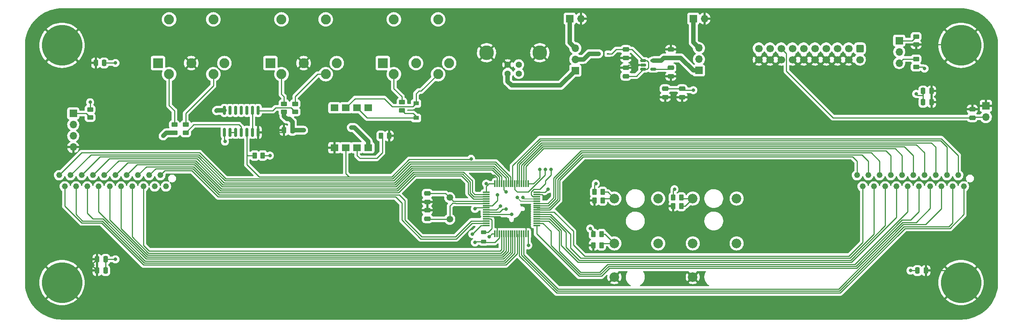
<source format=gbr>
%TF.GenerationSoftware,KiCad,Pcbnew,(6.0.6-0)*%
%TF.CreationDate,2022-07-07T15:16:10+02:00*%
%TF.ProjectId,hoatzin,686f6174-7a69-46e2-9e6b-696361645f70,rev?*%
%TF.SameCoordinates,Original*%
%TF.FileFunction,Copper,L1,Top*%
%TF.FilePolarity,Positive*%
%FSLAX46Y46*%
G04 Gerber Fmt 4.6, Leading zero omitted, Abs format (unit mm)*
G04 Created by KiCad (PCBNEW (6.0.6-0)) date 2022-07-07 15:16:10*
%MOMM*%
%LPD*%
G01*
G04 APERTURE LIST*
G04 Aperture macros list*
%AMRoundRect*
0 Rectangle with rounded corners*
0 $1 Rounding radius*
0 $2 $3 $4 $5 $6 $7 $8 $9 X,Y pos of 4 corners*
0 Add a 4 corners polygon primitive as box body*
4,1,4,$2,$3,$4,$5,$6,$7,$8,$9,$2,$3,0*
0 Add four circle primitives for the rounded corners*
1,1,$1+$1,$2,$3*
1,1,$1+$1,$4,$5*
1,1,$1+$1,$6,$7*
1,1,$1+$1,$8,$9*
0 Add four rect primitives between the rounded corners*
20,1,$1+$1,$2,$3,$4,$5,0*
20,1,$1+$1,$4,$5,$6,$7,0*
20,1,$1+$1,$6,$7,$8,$9,0*
20,1,$1+$1,$8,$9,$2,$3,0*%
G04 Aperture macros list end*
%TA.AperFunction,SMDPad,CuDef*%
%ADD10RoundRect,0.250000X0.250000X0.475000X-0.250000X0.475000X-0.250000X-0.475000X0.250000X-0.475000X0*%
%TD*%
%TA.AperFunction,ComponentPad*%
%ADD11R,1.700000X1.700000*%
%TD*%
%TA.AperFunction,ComponentPad*%
%ADD12O,1.700000X1.700000*%
%TD*%
%TA.AperFunction,SMDPad,CuDef*%
%ADD13RoundRect,0.250000X0.262500X0.450000X-0.262500X0.450000X-0.262500X-0.450000X0.262500X-0.450000X0*%
%TD*%
%TA.AperFunction,SMDPad,CuDef*%
%ADD14RoundRect,0.250000X-0.262500X-0.450000X0.262500X-0.450000X0.262500X0.450000X-0.262500X0.450000X0*%
%TD*%
%TA.AperFunction,SMDPad,CuDef*%
%ADD15RoundRect,0.250000X-0.475000X0.250000X-0.475000X-0.250000X0.475000X-0.250000X0.475000X0.250000X0*%
%TD*%
%TA.AperFunction,SMDPad,CuDef*%
%ADD16RoundRect,0.250000X0.450000X-0.262500X0.450000X0.262500X-0.450000X0.262500X-0.450000X-0.262500X0*%
%TD*%
%TA.AperFunction,ComponentPad*%
%ADD17C,9.200000*%
%TD*%
%TA.AperFunction,ComponentPad*%
%ADD18RoundRect,0.250000X-0.600000X0.600000X-0.600000X-0.600000X0.600000X-0.600000X0.600000X0.600000X0*%
%TD*%
%TA.AperFunction,ComponentPad*%
%ADD19C,1.700000*%
%TD*%
%TA.AperFunction,SMDPad,CuDef*%
%ADD20RoundRect,0.250000X0.475000X-0.250000X0.475000X0.250000X-0.475000X0.250000X-0.475000X-0.250000X0*%
%TD*%
%TA.AperFunction,ComponentPad*%
%ADD21C,1.500000*%
%TD*%
%TA.AperFunction,ComponentPad*%
%ADD22R,2.250000X2.250000*%
%TD*%
%TA.AperFunction,ComponentPad*%
%ADD23C,2.250000*%
%TD*%
%TA.AperFunction,SMDPad,CuDef*%
%ADD24R,0.600000X0.450000*%
%TD*%
%TA.AperFunction,SMDPad,CuDef*%
%ADD25RoundRect,0.075000X-0.700000X-0.075000X0.700000X-0.075000X0.700000X0.075000X-0.700000X0.075000X0*%
%TD*%
%TA.AperFunction,SMDPad,CuDef*%
%ADD26RoundRect,0.075000X-0.075000X-0.700000X0.075000X-0.700000X0.075000X0.700000X-0.075000X0.700000X0*%
%TD*%
%TA.AperFunction,SMDPad,CuDef*%
%ADD27RoundRect,0.150000X-0.512500X-0.150000X0.512500X-0.150000X0.512500X0.150000X-0.512500X0.150000X0*%
%TD*%
%TA.AperFunction,SMDPad,CuDef*%
%ADD28R,1.200000X0.900000*%
%TD*%
%TA.AperFunction,SMDPad,CuDef*%
%ADD29RoundRect,0.250000X-0.250000X-0.475000X0.250000X-0.475000X0.250000X0.475000X-0.250000X0.475000X0*%
%TD*%
%TA.AperFunction,SMDPad,CuDef*%
%ADD30RoundRect,0.250000X-0.450000X0.262500X-0.450000X-0.262500X0.450000X-0.262500X0.450000X0.262500X0*%
%TD*%
%TA.AperFunction,SMDPad,CuDef*%
%ADD31RoundRect,0.218750X0.381250X-0.218750X0.381250X0.218750X-0.381250X0.218750X-0.381250X-0.218750X0*%
%TD*%
%TA.AperFunction,SMDPad,CuDef*%
%ADD32RoundRect,0.150000X0.150000X-0.825000X0.150000X0.825000X-0.150000X0.825000X-0.150000X-0.825000X0*%
%TD*%
%TA.AperFunction,SMDPad,CuDef*%
%ADD33R,1.780000X1.520000*%
%TD*%
%TA.AperFunction,ComponentPad*%
%ADD34C,3.316000*%
%TD*%
%TA.AperFunction,ComponentPad*%
%ADD35C,1.428000*%
%TD*%
%TA.AperFunction,ComponentPad*%
%ADD36C,1.320800*%
%TD*%
%TA.AperFunction,ComponentPad*%
%ADD37C,2.172000*%
%TD*%
%TA.AperFunction,ViaPad*%
%ADD38C,0.800000*%
%TD*%
%TA.AperFunction,Conductor*%
%ADD39C,0.250000*%
%TD*%
%TA.AperFunction,Conductor*%
%ADD40C,1.000000*%
%TD*%
%TA.AperFunction,Conductor*%
%ADD41C,0.200000*%
%TD*%
G04 APERTURE END LIST*
D10*
%TO.P,C9,1*%
%TO.N,GND*%
X237170000Y-72390000D03*
%TO.P,C9,2*%
%TO.N,+3V3*%
X235270000Y-72390000D03*
%TD*%
D11*
%TO.P,J11,1,Pin_1*%
%TO.N,3.3V_REG*%
X184597000Y-65197000D03*
D12*
%TO.P,J11,2,Pin_2*%
%TO.N,+3V3*%
X184597000Y-62657000D03*
%TO.P,J11,3,Pin_3*%
%TO.N,3.3V_EXT*%
X184597000Y-60117000D03*
%TD*%
D13*
%TO.P,R15,1*%
%TO.N,TRS2_T*%
X180617500Y-95885000D03*
%TO.P,R15,2*%
%TO.N,GND*%
X178792500Y-95885000D03*
%TD*%
D14*
%TO.P,R2,1*%
%TO.N,Net-(R2-Pad1)*%
X112752500Y-80010000D03*
%TO.P,R2,2*%
%TO.N,GND*%
X114577500Y-80010000D03*
%TD*%
D15*
%TO.P,C15,1*%
%TO.N,GND*%
X178247000Y-60452000D03*
%TO.P,C15,2*%
%TO.N,3.3V_REG*%
X178247000Y-62352000D03*
%TD*%
D16*
%TO.P,R6,1*%
%TO.N,Net-(R6-Pad1)*%
X68580000Y-79295000D03*
%TO.P,R6,2*%
%TO.N,Net-(J4-Pad5)*%
X68580000Y-77470000D03*
%TD*%
D10*
%TO.P,C8,1*%
%TO.N,GND*%
X235900000Y-110490000D03*
%TO.P,C8,2*%
%TO.N,+3V3*%
X234000000Y-110490000D03*
%TD*%
D17*
%TO.P,H3,1,1*%
%TO.N,GND*%
X40640000Y-113220000D03*
%TD*%
D18*
%TO.P,J7,1,VTREF*%
%TO.N,+3V3*%
X220980000Y-60207500D03*
D19*
%TO.P,J7,2,VCC/NC*%
%TO.N,unconnected-(J7-Pad2)*%
X220980000Y-62747500D03*
%TO.P,J7,3,~{TRST}*%
%TO.N,unconnected-(J7-Pad3)*%
X218440000Y-60207500D03*
%TO.P,J7,4,GND*%
%TO.N,GND*%
X218440000Y-62747500D03*
%TO.P,J7,5,TDI*%
%TO.N,unconnected-(J7-Pad5)*%
X215900000Y-60207500D03*
%TO.P,J7,6,GND*%
%TO.N,GND*%
X215900000Y-62747500D03*
%TO.P,J7,7,TMS/SWDIO*%
%TO.N,JTMS_SWDIO*%
X213360000Y-60207500D03*
%TO.P,J7,8,GND*%
%TO.N,GND*%
X213360000Y-62747500D03*
%TO.P,J7,9,TCK/SWDCLK*%
%TO.N,JTCK_SWCLK*%
X210820000Y-60207500D03*
%TO.P,J7,10,GND*%
%TO.N,GND*%
X210820000Y-62747500D03*
%TO.P,J7,11,RTCK*%
%TO.N,unconnected-(J7-Pad11)*%
X208280000Y-60207500D03*
%TO.P,J7,12,GND*%
%TO.N,GND*%
X208280000Y-62747500D03*
%TO.P,J7,13,TDO/SWO*%
%TO.N,JTDO_SWO*%
X205740000Y-60207500D03*
%TO.P,J7,14,GND*%
%TO.N,GND*%
X205740000Y-62747500D03*
%TO.P,J7,15,~{SRST}*%
%TO.N,NRST*%
X203200000Y-60207500D03*
%TO.P,J7,16,GND*%
%TO.N,GND*%
X203200000Y-62747500D03*
%TO.P,J7,17,DBGRQ/NC*%
%TO.N,unconnected-(J7-Pad17)*%
X200660000Y-60207500D03*
%TO.P,J7,18,GND*%
%TO.N,GND*%
X200660000Y-62747500D03*
%TO.P,J7,19,DBGACK/NC*%
%TO.N,unconnected-(J7-Pad19)*%
X198120000Y-60207500D03*
%TO.P,J7,20,GND*%
%TO.N,GND*%
X198120000Y-62747500D03*
%TD*%
D20*
%TO.P,C11,1*%
%TO.N,GND*%
X176977000Y-71242000D03*
%TO.P,C11,2*%
%TO.N,+3V3*%
X176977000Y-69342000D03*
%TD*%
D21*
%TO.P,e1,1,1*%
%TO.N,Net-(C2-Pad2)*%
X128270000Y-93979998D03*
%TO.P,e1,2,2*%
%TO.N,Net-(C3-Pad2)*%
X128270000Y-98859998D03*
%TD*%
D20*
%TO.P,C12,1*%
%TO.N,GND*%
X168087000Y-62352000D03*
%TO.P,C12,2*%
%TO.N,Net-(C12-Pad2)*%
X168087000Y-60452000D03*
%TD*%
D15*
%TO.P,C13,1*%
%TO.N,GND*%
X168087000Y-64582000D03*
%TO.P,C13,2*%
%TO.N,Net-(C12-Pad2)*%
X168087000Y-66482000D03*
%TD*%
D22*
%TO.P,J4,1*%
%TO.N,unconnected-(J4-Pad1)*%
X62350000Y-63529000D03*
D23*
%TO.P,J4,2*%
%TO.N,GND*%
X69850000Y-63529000D03*
%TO.P,J4,3*%
%TO.N,unconnected-(J4-Pad3)*%
X77350000Y-63529000D03*
%TO.P,J4,4*%
%TO.N,Net-(J4-Pad4)*%
X64850000Y-66029000D03*
%TO.P,J4,5*%
%TO.N,Net-(J4-Pad5)*%
X74850000Y-66029000D03*
%TO.P,J4,MH1*%
%TO.N,N/C*%
X64850000Y-53629000D03*
%TO.P,J4,MH2*%
X74850000Y-53629000D03*
%TD*%
D20*
%TO.P,C10,1*%
%TO.N,GND*%
X180787000Y-71242000D03*
%TO.P,C10,2*%
%TO.N,+3V3*%
X180787000Y-69342000D03*
%TD*%
D16*
%TO.P,R5,1*%
%TO.N,+5V*%
X90805000Y-74572500D03*
%TO.P,R5,2*%
%TO.N,Net-(J5-Pad4)*%
X90805000Y-72747500D03*
%TD*%
D11*
%TO.P,J16,1,Pin_1*%
%TO.N,GND*%
X249450000Y-73210000D03*
D12*
%TO.P,J16,2,Pin_2*%
%TO.N,NRST*%
X249450000Y-75750000D03*
%TD*%
D24*
%TO.P,D2,1,K*%
%TO.N,Net-(C12-Pad2)*%
X164057000Y-61402000D03*
%TO.P,D2,2,A*%
%TO.N,+5V*%
X161957000Y-61402000D03*
%TD*%
D16*
%TO.P,R18,1*%
%TO.N,+3V3*%
X233680000Y-64412500D03*
%TO.P,R18,2*%
%TO.N,Net-(J10-Pad3)*%
X233680000Y-62587500D03*
%TD*%
D17*
%TO.P,H1,1,1*%
%TO.N,GND*%
X40640000Y-59500000D03*
%TD*%
D25*
%TO.P,U1,1,VBAT*%
%TO.N,+3V3*%
X136565000Y-92770000D03*
%TO.P,U1,2,PC13*%
%TO.N,K_L_BR2*%
X136565000Y-93270000D03*
%TO.P,U1,3,PC14*%
%TO.N,K_L_MK3*%
X136565000Y-93770000D03*
%TO.P,U1,4,PC15*%
%TO.N,K_L_BR3*%
X136565000Y-94270000D03*
%TO.P,U1,5,PH0*%
%TO.N,Net-(C2-Pad2)*%
X136565000Y-94770000D03*
%TO.P,U1,6,PH1*%
%TO.N,Net-(C3-Pad2)*%
X136565000Y-95270000D03*
%TO.P,U1,7,NRST*%
%TO.N,NRST*%
X136565000Y-95770000D03*
%TO.P,U1,8,PC0*%
%TO.N,Aftertouch*%
X136565000Y-96270000D03*
%TO.P,U1,9,PC1*%
%TO.N,TRS1_T*%
X136565000Y-96770000D03*
%TO.P,U1,10,PC2*%
%TO.N,TRS1_R*%
X136565000Y-97270000D03*
%TO.P,U1,11,PC3*%
%TO.N,TRS2_T*%
X136565000Y-97770000D03*
%TO.P,U1,12,VSSA*%
%TO.N,GND*%
X136565000Y-98270000D03*
%TO.P,U1,13,VDDA*%
%TO.N,Net-(FB1-Pad2)*%
X136565000Y-98770000D03*
%TO.P,U1,14,PA0*%
%TO.N,K_L_MK4*%
X136565000Y-99270000D03*
%TO.P,U1,15,PA1*%
%TO.N,K_L_BR4*%
X136565000Y-99770000D03*
%TO.P,U1,16,PA2*%
%TO.N,MIDI_UART_TX*%
X136565000Y-100270000D03*
D26*
%TO.P,U1,17,PA3*%
%TO.N,MIDI_UART_RX*%
X138490000Y-102195000D03*
%TO.P,U1,18,VSS*%
%TO.N,GND*%
X138990000Y-102195000D03*
%TO.P,U1,19,VDD*%
%TO.N,+3V3*%
X139490000Y-102195000D03*
%TO.P,U1,20,PA4*%
%TO.N,K_L_T7*%
X139990000Y-102195000D03*
%TO.P,U1,21,PA5*%
%TO.N,K_L_T6*%
X140490000Y-102195000D03*
%TO.P,U1,22,PA6*%
%TO.N,K_L_T5*%
X140990000Y-102195000D03*
%TO.P,U1,23,PA7*%
%TO.N,K_L_T4*%
X141490000Y-102195000D03*
%TO.P,U1,24,PC4*%
%TO.N,K_L_T3*%
X141990000Y-102195000D03*
%TO.P,U1,25,PC5*%
%TO.N,K_L_T2*%
X142490000Y-102195000D03*
%TO.P,U1,26,PB0*%
%TO.N,K_L_T1*%
X142990000Y-102195000D03*
%TO.P,U1,27,PB1*%
%TO.N,K_L_T0*%
X143490000Y-102195000D03*
%TO.P,U1,28,PB2*%
%TO.N,K_R_MK10*%
X143990000Y-102195000D03*
%TO.P,U1,29,PB10*%
%TO.N,K_R_BR10*%
X144490000Y-102195000D03*
%TO.P,U1,30,PB11*%
%TO.N,K_R_T7*%
X144990000Y-102195000D03*
%TO.P,U1,31,VSS*%
%TO.N,GND*%
X145490000Y-102195000D03*
%TO.P,U1,32,VDD*%
%TO.N,+3V3*%
X145990000Y-102195000D03*
D25*
%TO.P,U1,33,PB12*%
%TO.N,K_R_T6*%
X147915000Y-100270000D03*
%TO.P,U1,34,PB13*%
%TO.N,K_R_T5*%
X147915000Y-99770000D03*
%TO.P,U1,35,PB14*%
%TO.N,K_R_T4*%
X147915000Y-99270000D03*
%TO.P,U1,36,PB15*%
%TO.N,K_R_T3*%
X147915000Y-98770000D03*
%TO.P,U1,37,PC6*%
%TO.N,K_R_T2*%
X147915000Y-98270000D03*
%TO.P,U1,38,PC7*%
%TO.N,K_R_T1*%
X147915000Y-97770000D03*
%TO.P,U1,39,PC8*%
%TO.N,K_R_T0*%
X147915000Y-97270000D03*
%TO.P,U1,40,PC9*%
%TO.N,K_R_MK5*%
X147915000Y-96770000D03*
%TO.P,U1,41,PA8*%
%TO.N,K_R_BR5*%
X147915000Y-96270000D03*
%TO.P,U1,42,PA9*%
%TO.N,K_R_MK6*%
X147915000Y-95770000D03*
%TO.P,U1,43,PA10*%
%TO.N,K_R_BR6*%
X147915000Y-95270000D03*
%TO.P,U1,44,PA11*%
%TO.N,USB_OTG_FS_D-*%
X147915000Y-94770000D03*
%TO.P,U1,45,PA12*%
%TO.N,USB_OTG_FS_D+*%
X147915000Y-94270000D03*
%TO.P,U1,46,PA13*%
%TO.N,JTMS_SWDIO*%
X147915000Y-93770000D03*
%TO.P,U1,47,VSS*%
%TO.N,GND*%
X147915000Y-93270000D03*
%TO.P,U1,48,VDDUSB*%
%TO.N,+3V3*%
X147915000Y-92770000D03*
D26*
%TO.P,U1,49,PA14*%
%TO.N,JTCK_SWCLK*%
X145990000Y-90845000D03*
%TO.P,U1,50,PA15*%
%TO.N,K_R_MK7*%
X145490000Y-90845000D03*
%TO.P,U1,51,PC10*%
%TO.N,K_R_BR7*%
X144990000Y-90845000D03*
%TO.P,U1,52,PC11*%
%TO.N,K_R_MK8*%
X144490000Y-90845000D03*
%TO.P,U1,53,PC12*%
%TO.N,K_R_BR8*%
X143990000Y-90845000D03*
%TO.P,U1,54,PD2*%
%TO.N,K_R_MK9*%
X143490000Y-90845000D03*
%TO.P,U1,55,PB3*%
%TO.N,JTDO_SWO*%
X142990000Y-90845000D03*
%TO.P,U1,56,PB4*%
%TO.N,K_R_BR9*%
X142490000Y-90845000D03*
%TO.P,U1,57,PB5*%
%TO.N,K_L_MK0*%
X141990000Y-90845000D03*
%TO.P,U1,58,PB6*%
%TO.N,K_L_BR0*%
X141490000Y-90845000D03*
%TO.P,U1,59,PB7*%
%TO.N,K_L_MK1*%
X140990000Y-90845000D03*
%TO.P,U1,60,PH3*%
%TO.N,BOOT0*%
X140490000Y-90845000D03*
%TO.P,U1,61,PB8*%
%TO.N,K_L_BR1*%
X139990000Y-90845000D03*
%TO.P,U1,62,PB9*%
%TO.N,K_L_MK2*%
X139490000Y-90845000D03*
%TO.P,U1,63,VSS*%
%TO.N,GND*%
X138990000Y-90845000D03*
%TO.P,U1,64,VDD*%
%TO.N,+3V3*%
X138490000Y-90845000D03*
%TD*%
D11*
%TO.P,J10,1,Pin_1*%
%TO.N,Net-(J10-Pad1)*%
X229870000Y-58435000D03*
D12*
%TO.P,J10,2,Pin_2*%
%TO.N,BOOT0*%
X229870000Y-60975000D03*
%TO.P,J10,3,Pin_3*%
%TO.N,Net-(J10-Pad3)*%
X229870000Y-63515000D03*
%TD*%
D27*
%TO.P,U4,1,VIN*%
%TO.N,Net-(C12-Pad2)*%
X172029500Y-62992000D03*
%TO.P,U4,2,GND*%
%TO.N,GND*%
X172029500Y-63942000D03*
%TO.P,U4,3,INH*%
%TO.N,Net-(C12-Pad2)*%
X172029500Y-64892000D03*
%TO.P,U4,4,BYP*%
%TO.N,Net-(C14-Pad2)*%
X174304500Y-64892000D03*
%TO.P,U4,5,VOUT*%
%TO.N,3.3V_REG*%
X174304500Y-62992000D03*
%TD*%
D15*
%TO.P,C16,1*%
%TO.N,GND*%
X246380000Y-73980000D03*
%TO.P,C16,2*%
%TO.N,NRST*%
X246380000Y-75880000D03*
%TD*%
D17*
%TO.P,H2,1,1*%
%TO.N,GND*%
X243840000Y-113220000D03*
%TD*%
D11*
%TO.P,J14,1,Pin_1*%
%TO.N,USB_VBUS*%
X156657000Y-65212000D03*
D12*
%TO.P,J14,2,Pin_2*%
%TO.N,+5V*%
X156657000Y-62672000D03*
%TO.P,J14,3,Pin_3*%
%TO.N,5V_EXT*%
X156657000Y-60132000D03*
%TD*%
D28*
%TO.P,D1,1,K*%
%TO.N,Net-(D1-Pad1)*%
X120650000Y-75945000D03*
%TO.P,D1,2,A*%
%TO.N,Net-(D1-Pad2)*%
X120650000Y-72645000D03*
%TD*%
D11*
%TO.P,J13,1,Pin_1*%
%TO.N,3.3V_EXT*%
X183327000Y-53462000D03*
D12*
%TO.P,J13,2,Pin_2*%
%TO.N,GND*%
X185867000Y-53462000D03*
%TD*%
D16*
%TO.P,R7,1*%
%TO.N,Net-(R7-Pad1)*%
X93345000Y-74572500D03*
%TO.P,R7,2*%
%TO.N,Net-(J5-Pad5)*%
X93345000Y-72747500D03*
%TD*%
D13*
%TO.P,R3,1*%
%TO.N,+3V3*%
X86002500Y-84455000D03*
%TO.P,R3,2*%
%TO.N,MIDI_UART_RX*%
X84177500Y-84455000D03*
%TD*%
D10*
%TO.P,C5,1*%
%TO.N,GND*%
X237170000Y-69850000D03*
%TO.P,C5,2*%
%TO.N,+3V3*%
X235270000Y-69850000D03*
%TD*%
D13*
%TO.P,R13,1*%
%TO.N,TRS1_R*%
X162560000Y-104775000D03*
%TO.P,R13,2*%
%TO.N,GND*%
X160735000Y-104775000D03*
%TD*%
D16*
%TO.P,R1,1*%
%TO.N,Net-(D1-Pad1)*%
X117475000Y-74215000D03*
%TO.P,R1,2*%
%TO.N,Net-(J3-Pad4)*%
X117475000Y-72390000D03*
%TD*%
D29*
%TO.P,C7,1*%
%TO.N,GND*%
X48580000Y-110490000D03*
%TO.P,C7,2*%
%TO.N,+3V3*%
X50480000Y-110490000D03*
%TD*%
D14*
%TO.P,R10,1*%
%TO.N,+3V3*%
X161012500Y-92710000D03*
%TO.P,R10,2*%
%TO.N,TRS1_T*%
X162837500Y-92710000D03*
%TD*%
D17*
%TO.P,H4,1,1*%
%TO.N,GND*%
X243840000Y-59500000D03*
%TD*%
D13*
%TO.P,R11,1*%
%TO.N,TRS1_T*%
X162837500Y-94615000D03*
%TO.P,R11,2*%
%TO.N,GND*%
X161012500Y-94615000D03*
%TD*%
D20*
%TO.P,C14,1*%
%TO.N,GND*%
X178247000Y-66482000D03*
%TO.P,C14,2*%
%TO.N,Net-(C14-Pad2)*%
X178247000Y-64582000D03*
%TD*%
D30*
%TO.P,R19,1*%
%TO.N,Net-(J10-Pad1)*%
X233680000Y-57507500D03*
%TO.P,R19,2*%
%TO.N,GND*%
X233680000Y-59332500D03*
%TD*%
D31*
%TO.P,FB1,1*%
%TO.N,+3V3*%
X135890000Y-103932500D03*
%TO.P,FB1,2*%
%TO.N,Net-(FB1-Pad2)*%
X135890000Y-101807500D03*
%TD*%
D14*
%TO.P,R12,1*%
%TO.N,+3V3*%
X160735000Y-102235000D03*
%TO.P,R12,2*%
%TO.N,TRS1_R*%
X162560000Y-102235000D03*
%TD*%
D16*
%TO.P,R4,1*%
%TO.N,+5V*%
X66040000Y-79295000D03*
%TO.P,R4,2*%
%TO.N,Net-(J4-Pad4)*%
X66040000Y-77470000D03*
%TD*%
D29*
%TO.P,C4,1*%
%TO.N,GND*%
X48580000Y-107950000D03*
%TO.P,C4,2*%
%TO.N,+3V3*%
X50480000Y-107950000D03*
%TD*%
D32*
%TO.P,U3,1,1A*%
%TO.N,MIDI_UART_TX*%
X77343000Y-79183000D03*
%TO.P,U3,2,1Y*%
%TO.N,Net-(U3-Pad2)*%
X78613000Y-79183000D03*
%TO.P,U3,3,2A*%
X79883000Y-79183000D03*
%TO.P,U3,4,2Y*%
%TO.N,Net-(R6-Pad1)*%
X81153000Y-79183000D03*
%TO.P,U3,5,3A*%
%TO.N,MIDI_UART_RX*%
X82423000Y-79183000D03*
%TO.P,U3,6,3Y*%
%TO.N,Net-(U3-Pad6)*%
X83693000Y-79183000D03*
%TO.P,U3,7,GND*%
%TO.N,GND*%
X84963000Y-79183000D03*
%TO.P,U3,8,4Y*%
%TO.N,Net-(R7-Pad1)*%
X84963000Y-74233000D03*
%TO.P,U3,9,4A*%
%TO.N,Net-(U3-Pad6)*%
X83693000Y-74233000D03*
%TO.P,U3,10,5Y*%
%TO.N,unconnected-(U3-Pad10)*%
X82423000Y-74233000D03*
%TO.P,U3,11,5A*%
%TO.N,unconnected-(U3-Pad11)*%
X81153000Y-74233000D03*
%TO.P,U3,12,6Y*%
%TO.N,unconnected-(U3-Pad12)*%
X79883000Y-74233000D03*
%TO.P,U3,13,6A*%
%TO.N,unconnected-(U3-Pad13)*%
X78613000Y-74233000D03*
%TO.P,U3,14,VCC*%
%TO.N,+5V*%
X77343000Y-74233000D03*
%TD*%
D22*
%TO.P,J3,1*%
%TO.N,unconnected-(J3-Pad1)*%
X113150000Y-63529000D03*
D23*
%TO.P,J3,2*%
%TO.N,unconnected-(J3-Pad2)*%
X120650000Y-63529000D03*
%TO.P,J3,3*%
%TO.N,unconnected-(J3-Pad3)*%
X128150000Y-63529000D03*
%TO.P,J3,4*%
%TO.N,Net-(J3-Pad4)*%
X115650000Y-66029000D03*
%TO.P,J3,5*%
%TO.N,Net-(D1-Pad2)*%
X125650000Y-66029000D03*
%TO.P,J3,MH1*%
%TO.N,N/C*%
X115650000Y-53629000D03*
%TO.P,J3,MH2*%
X125650000Y-53629000D03*
%TD*%
D11*
%TO.P,J12,1,Pin_1*%
%TO.N,5V_EXT*%
X155387000Y-53462000D03*
D12*
%TO.P,J12,2,Pin_2*%
%TO.N,GND*%
X157927000Y-53462000D03*
%TD*%
D14*
%TO.P,R14,1*%
%TO.N,+3V3*%
X178792500Y-93980000D03*
%TO.P,R14,2*%
%TO.N,TRS2_T*%
X180617500Y-93980000D03*
%TD*%
D20*
%TO.P,C2,1*%
%TO.N,GND*%
X123189998Y-94930000D03*
%TO.P,C2,2*%
%TO.N,Net-(C2-Pad2)*%
X123189998Y-93030000D03*
%TD*%
D29*
%TO.P,C6,1*%
%TO.N,GND*%
X48260000Y-63500000D03*
%TO.P,C6,2*%
%TO.N,+3V3*%
X50160000Y-63500000D03*
%TD*%
D15*
%TO.P,C3,1*%
%TO.N,GND*%
X123189998Y-96840000D03*
%TO.P,C3,2*%
%TO.N,Net-(C3-Pad2)*%
X123189998Y-98740000D03*
%TD*%
D33*
%TO.P,U2,1,NC*%
%TO.N,unconnected-(U2-Pad1)*%
X109855000Y-73660000D03*
%TO.P,U2,2,C1*%
%TO.N,Net-(D1-Pad1)*%
X107315000Y-73660000D03*
%TO.P,U2,3,C2*%
%TO.N,Net-(D1-Pad2)*%
X104775000Y-73660000D03*
%TO.P,U2,4,NC*%
%TO.N,unconnected-(U2-Pad4)*%
X102235000Y-73660000D03*
%TO.P,U2,5,GND*%
%TO.N,GND*%
X102235000Y-82670000D03*
%TO.P,U2,6,VO2*%
%TO.N,MIDI_UART_RX*%
X104775000Y-82670000D03*
%TO.P,U2,7,VO1*%
%TO.N,Net-(R2-Pad1)*%
X107315000Y-82670000D03*
%TO.P,U2,8,VCC*%
%TO.N,+5V*%
X109855000Y-82670000D03*
%TD*%
D29*
%TO.P,C1,1*%
%TO.N,GND*%
X90810000Y-78740000D03*
%TO.P,C1,2*%
%TO.N,+5V*%
X92710000Y-78740000D03*
%TD*%
D34*
%TO.P,J6,0,SHEILD*%
%TO.N,GND*%
X136601000Y-61176000D03*
X148641000Y-61176000D03*
D35*
%TO.P,J6,1,VBUS*%
%TO.N,USB_VBUS*%
X141371000Y-65886000D03*
%TO.P,J6,2,D-*%
%TO.N,USB_OTG_FS_D-*%
X143871000Y-65886000D03*
%TO.P,J6,3,D+*%
%TO.N,USB_OTG_FS_D+*%
X143871000Y-63886000D03*
%TO.P,J6,4,GND*%
%TO.N,GND*%
X141371000Y-63886000D03*
%TD*%
D22*
%TO.P,J5,1*%
%TO.N,unconnected-(J5-Pad1)*%
X87750000Y-63529000D03*
D23*
%TO.P,J5,2*%
%TO.N,GND*%
X95250000Y-63529000D03*
%TO.P,J5,3*%
%TO.N,unconnected-(J5-Pad3)*%
X102750000Y-63529000D03*
%TO.P,J5,4*%
%TO.N,Net-(J5-Pad4)*%
X90250000Y-66029000D03*
%TO.P,J5,5*%
%TO.N,Net-(J5-Pad5)*%
X100250000Y-66029000D03*
%TO.P,J5,MH1*%
%TO.N,N/C*%
X90250000Y-53629000D03*
%TO.P,J5,MH2*%
X100250000Y-53629000D03*
%TD*%
D30*
%TO.P,R20,1*%
%TO.N,+3V3*%
X46990000Y-74017500D03*
%TO.P,R20,2*%
%TO.N,Aftertouch*%
X46990000Y-75842500D03*
%TD*%
D36*
%TO.P,J2,1,1*%
%TO.N,K_R_MK5*%
X220345000Y-88900000D03*
%TO.P,J2,2,2*%
%TO.N,K_R_T0*%
X221615000Y-91440000D03*
%TO.P,J2,3,3*%
%TO.N,K_R_BR5*%
X222885000Y-88900000D03*
%TO.P,J2,4,4*%
%TO.N,K_R_T1*%
X224155000Y-91440000D03*
%TO.P,J2,5,5*%
%TO.N,K_R_MK6*%
X225425000Y-88900000D03*
%TO.P,J2,6,6*%
%TO.N,K_R_T2*%
X226695000Y-91440000D03*
%TO.P,J2,7,7*%
%TO.N,K_R_BR6*%
X227965000Y-88900000D03*
%TO.P,J2,8,8*%
%TO.N,K_R_T3*%
X229235000Y-91440000D03*
%TO.P,J2,9,9*%
%TO.N,K_R_MK7*%
X230505000Y-88900000D03*
%TO.P,J2,10,10*%
%TO.N,K_R_T4*%
X231775000Y-91440000D03*
%TO.P,J2,11,11*%
%TO.N,K_R_BR7*%
X233045000Y-88900000D03*
%TO.P,J2,12,12*%
%TO.N,K_R_T5*%
X234315000Y-91440000D03*
%TO.P,J2,13,13*%
%TO.N,K_R_MK8*%
X235585000Y-88900000D03*
%TO.P,J2,14,14*%
%TO.N,K_R_T6*%
X236855000Y-91440000D03*
%TO.P,J2,15,15*%
%TO.N,K_R_BR8*%
X238125000Y-88900000D03*
%TO.P,J2,16,16*%
%TO.N,K_R_T7*%
X239395000Y-91440000D03*
%TO.P,J2,17,17*%
%TO.N,K_R_MK9*%
X240665000Y-88900000D03*
%TO.P,J2,18,18*%
%TO.N,K_R_BR10*%
X241935000Y-91440000D03*
%TO.P,J2,19,19*%
%TO.N,K_R_BR9*%
X243205000Y-88900000D03*
%TO.P,J2,20,20*%
%TO.N,K_R_MK10*%
X244475000Y-91440000D03*
%TD*%
D37*
%TO.P,J9,R1,RING*%
%TO.N,unconnected-(J9-PadR1)*%
X183210000Y-104343000D03*
%TO.P,J9,RB1,RING_SWITCH*%
%TO.N,unconnected-(J9-PadRB1)*%
X193116000Y-104343000D03*
%TO.P,J9,S1,SLEEVE*%
%TO.N,GND*%
X183210000Y-111963000D03*
%TO.P,J9,T1,TIP*%
%TO.N,TRS2_T*%
X183210000Y-94183000D03*
%TO.P,J9,TB1,TIP_SWITCH*%
%TO.N,unconnected-(J9-PadTB1)*%
X193116000Y-94183000D03*
%TD*%
%TO.P,J8,R1,RING*%
%TO.N,TRS1_R*%
X165490000Y-104343000D03*
%TO.P,J8,RB1,RING_SWITCH*%
%TO.N,unconnected-(J8-PadRB1)*%
X175396000Y-104343000D03*
%TO.P,J8,S1,SLEEVE*%
%TO.N,GND*%
X165490000Y-111963000D03*
%TO.P,J8,T1,TIP*%
%TO.N,TRS1_T*%
X165490000Y-94183000D03*
%TO.P,J8,TB1,TIP_SWITCH*%
%TO.N,unconnected-(J8-PadTB1)*%
X175396000Y-94183000D03*
%TD*%
D11*
%TO.P,J15,1,Pin_1*%
%TO.N,Aftertouch*%
X43180000Y-74930000D03*
D12*
%TO.P,J15,2,Pin_2*%
%TO.N,unconnected-(J15-Pad2)*%
X43180000Y-77470000D03*
%TO.P,J15,3,Pin_3*%
%TO.N,unconnected-(J15-Pad3)*%
X43180000Y-80010000D03*
%TO.P,J15,4,Pin_4*%
%TO.N,GND*%
X43180000Y-82550000D03*
%TD*%
D36*
%TO.P,J1,1,1*%
%TO.N,K_L_MK0*%
X40005000Y-88900000D03*
%TO.P,J1,2,2*%
%TO.N,K_L_T0*%
X41275000Y-91440000D03*
%TO.P,J1,3,3*%
%TO.N,K_L_BR0*%
X42545000Y-88900000D03*
%TO.P,J1,4,4*%
%TO.N,K_L_T1*%
X43815000Y-91440000D03*
%TO.P,J1,5,5*%
%TO.N,K_L_MK1*%
X45085000Y-88900000D03*
%TO.P,J1,6,6*%
%TO.N,K_L_T2*%
X46355000Y-91440000D03*
%TO.P,J1,7,7*%
%TO.N,K_L_BR1*%
X47625000Y-88900000D03*
%TO.P,J1,8,8*%
%TO.N,K_L_T3*%
X48895000Y-91440000D03*
%TO.P,J1,9,9*%
%TO.N,K_L_MK2*%
X50165000Y-88900000D03*
%TO.P,J1,10,10*%
%TO.N,K_L_T4*%
X51435000Y-91440000D03*
%TO.P,J1,11,11*%
%TO.N,K_L_BR2*%
X52705000Y-88900000D03*
%TO.P,J1,12,12*%
%TO.N,K_L_T5*%
X53975000Y-91440000D03*
%TO.P,J1,13,13*%
%TO.N,K_L_MK3*%
X55245000Y-88900000D03*
%TO.P,J1,14,14*%
%TO.N,K_L_T6*%
X56515000Y-91440000D03*
%TO.P,J1,15,15*%
%TO.N,K_L_BR3*%
X57785000Y-88900000D03*
%TO.P,J1,16,16*%
%TO.N,K_L_T7*%
X59055000Y-91440000D03*
%TO.P,J1,17,17*%
%TO.N,K_L_MK4*%
X60325000Y-88900000D03*
%TO.P,J1,18,18*%
%TO.N,unconnected-(J1-Pad18)*%
X61595000Y-91440000D03*
%TO.P,J1,19,19*%
%TO.N,K_L_BR4*%
X62865000Y-88900000D03*
%TO.P,J1,20,20*%
%TO.N,unconnected-(J1-Pad20)*%
X64135000Y-91440000D03*
%TD*%
D38*
%TO.N,GND*%
X87822000Y-79183000D03*
X149860000Y-93980000D03*
X176342000Y-60132000D03*
X120015000Y-92710000D03*
X175072000Y-70292000D03*
X158750000Y-94615000D03*
X158750000Y-104140000D03*
X146050000Y-99060000D03*
X140970000Y-99695000D03*
X180787000Y-66482000D03*
X136525000Y-88900000D03*
X169992000Y-63307000D03*
X116840000Y-80010000D03*
%TO.N,+5V*%
X106045000Y-78105000D03*
X95250000Y-78740000D03*
X75565000Y-74295000D03*
X63500000Y-80010000D03*
%TO.N,JTMS_SWDIO*%
X151130000Y-87630000D03*
%TO.N,JTCK_SWCLK*%
X148590000Y-87630000D03*
%TO.N,JTDO_SWO*%
X149860000Y-87630000D03*
%TO.N,NRST*%
X139065000Y-93345000D03*
%TO.N,TRS1_R*%
X140970000Y-96609500D03*
%TO.N,TRS1_T*%
X139700000Y-95885000D03*
%TO.N,TRS2_T*%
X142240000Y-97790000D03*
%TO.N,+3V3*%
X161290000Y-90805000D03*
X233680000Y-70485000D03*
X52705000Y-107950000D03*
X150495000Y-92075000D03*
X46990000Y-72390000D03*
X146050000Y-104775000D03*
X235585000Y-64770000D03*
X232410000Y-110490000D03*
X160020000Y-100965000D03*
X87630000Y-84455000D03*
X179070000Y-92075000D03*
X136525000Y-90805000D03*
X133985000Y-104140000D03*
X183327000Y-69657000D03*
X52705000Y-63500000D03*
%TO.N,MIDI_UART_RX*%
X133096000Y-85185980D03*
X137160000Y-102870000D03*
%TO.N,USB_OTG_FS_D+*%
X144780000Y-93980000D03*
%TO.N,USB_OTG_FS_D-*%
X143510000Y-93980000D03*
%TO.N,MIDI_UART_TX*%
X133350000Y-102235000D03*
X77470000Y-81280000D03*
%TO.N,BOOT0*%
X140970000Y-92710000D03*
%TO.N,Aftertouch*%
X133985000Y-96520000D03*
%TD*%
D39*
%TO.N,K_R_T7*%
X216162604Y-114670960D02*
X230767606Y-100065960D01*
X152772396Y-114670960D02*
X216162604Y-114670960D01*
X230767606Y-100065960D02*
X235849040Y-100065960D01*
X239395000Y-96520000D02*
X239395000Y-91440000D01*
X144990000Y-106888564D02*
X152772396Y-114670960D01*
X144990000Y-102195000D02*
X144990000Y-106888564D01*
X235849040Y-100065960D02*
X239395000Y-96520000D01*
%TO.N,K_R_T6*%
X162560000Y-111760000D02*
X164357121Y-109962879D01*
X230581409Y-99616440D02*
X233680000Y-99616440D01*
X236855000Y-96441440D02*
X236855000Y-91440000D01*
X220234968Y-109962879D02*
X230581409Y-99616440D01*
X164357121Y-109962879D02*
X220234968Y-109962879D01*
X157480000Y-111760000D02*
X162560000Y-111760000D01*
X233680000Y-99616440D02*
X236855000Y-96441440D01*
X147915000Y-102195000D02*
X157480000Y-111760000D01*
X147915000Y-100270000D02*
X147915000Y-102195000D01*
%TO.N,K_R_T5*%
X149300000Y-99770000D02*
X151130359Y-101600359D01*
X162373802Y-111310480D02*
X164170924Y-109513359D01*
X157666198Y-111310480D02*
X162373802Y-111310480D01*
X234315000Y-97155000D02*
X234315000Y-91440000D01*
X220048770Y-109513359D02*
X230502129Y-99060000D01*
X164170924Y-109513359D02*
X220048770Y-109513359D01*
X232410000Y-99060000D02*
X234315000Y-97155000D01*
X147915000Y-99770000D02*
X149300000Y-99770000D01*
X151130359Y-101600359D02*
X151130359Y-104774641D01*
X151130359Y-104774641D02*
X157666198Y-111310480D01*
X230502129Y-99060000D02*
X232410000Y-99060000D01*
%TO.N,K_R_T4*%
X157852396Y-110860960D02*
X162187604Y-110860960D01*
X153035000Y-106043564D02*
X157852396Y-110860960D01*
X153035000Y-101600000D02*
X153035000Y-106043564D01*
X162187604Y-110860960D02*
X163984726Y-109063839D01*
X219862572Y-109063839D02*
X231775000Y-97151411D01*
X147915000Y-99270000D02*
X150705000Y-99270000D01*
X163984726Y-109063839D02*
X219862572Y-109063839D01*
X150705000Y-99270000D02*
X153035000Y-101600000D01*
X231775000Y-97151411D02*
X231775000Y-91440000D01*
%TO.N,K_R_T3*%
X219075000Y-108585000D02*
X229235000Y-98425000D01*
X150840718Y-98770000D02*
X153484520Y-101413803D01*
X147915000Y-98770000D02*
X150840718Y-98770000D01*
X157294520Y-108585000D02*
X219075000Y-108585000D01*
X153484520Y-104775000D02*
X157294520Y-108585000D01*
X153484520Y-101413803D02*
X153484520Y-104775000D01*
X229235000Y-98425000D02*
X229235000Y-91440000D01*
%TO.N,K_R_T2*%
X218888802Y-108135480D02*
X157480718Y-108135480D01*
X154530119Y-101823685D02*
X150976436Y-98270000D01*
X226695000Y-100329282D02*
X218888802Y-108135480D01*
X157480718Y-108135480D02*
X154530119Y-105184881D01*
X154530119Y-105184881D02*
X154530119Y-101823685D01*
X226695000Y-91440000D02*
X226695000Y-100329282D01*
X150976436Y-98270000D02*
X147915000Y-98270000D01*
%TO.N,K_R_T1*%
X151112153Y-97770000D02*
X155575000Y-102232848D01*
X147915000Y-97770000D02*
X151112153Y-97770000D01*
X155575000Y-105410000D02*
X157850960Y-107685960D01*
X218702604Y-107685960D02*
X224155000Y-102233564D01*
X155575000Y-102232848D02*
X155575000Y-105410000D01*
X224155000Y-102233564D02*
X224155000Y-91440000D01*
X157850960Y-107685960D02*
X218702604Y-107685960D01*
%TO.N,K_R_T0*%
X151880000Y-97270000D02*
X147915000Y-97270000D01*
X158750000Y-107236440D02*
X156210000Y-104696440D01*
X156210000Y-104696440D02*
X156210000Y-101600000D01*
X221615000Y-104137846D02*
X218516406Y-107236440D01*
X156210000Y-101600000D02*
X151880000Y-97270000D01*
X218516406Y-107236440D02*
X158750000Y-107236440D01*
X221615000Y-91440000D02*
X221615000Y-104137846D01*
%TO.N,K_R_MK5*%
X220345000Y-85725000D02*
X220345000Y-88900000D01*
X219339399Y-84719399D02*
X220345000Y-85725000D01*
X150882153Y-96770000D02*
X153113560Y-94538593D01*
X153113560Y-94538593D02*
X153113560Y-90093594D01*
X158487755Y-84719399D02*
X219339399Y-84719399D01*
X147915000Y-96770000D02*
X150882153Y-96770000D01*
X153113560Y-90093594D02*
X158487755Y-84719399D01*
%TO.N,K_R_MK8*%
X235585000Y-83820000D02*
X235585000Y-88900000D01*
X144490000Y-86652154D02*
X149148594Y-81993560D01*
X233758560Y-81993560D02*
X235585000Y-83820000D01*
X149148594Y-81993560D02*
X233758560Y-81993560D01*
X144490000Y-90845000D02*
X144490000Y-86652154D01*
%TO.N,K_R_MK7*%
X145490000Y-86923590D02*
X149520990Y-82892600D01*
X149520990Y-82892600D02*
X228942600Y-82892600D01*
X228942600Y-82892600D02*
X230505000Y-84455000D01*
X230505000Y-84455000D02*
X230505000Y-88900000D01*
X145490000Y-90845000D02*
X145490000Y-86923590D01*
%TO.N,K_R_MK6*%
X152214520Y-89721198D02*
X158115359Y-83820359D01*
X147915000Y-95770000D02*
X150610717Y-95770000D01*
X150610717Y-95770000D02*
X152214520Y-94166197D01*
X158115359Y-83820359D02*
X223520359Y-83820359D01*
X225425000Y-85725000D02*
X225425000Y-88900000D01*
X223520359Y-83820359D02*
X225425000Y-85725000D01*
X152214520Y-94166197D02*
X152214520Y-89721198D01*
%TO.N,K_R_MK10*%
X216535000Y-115570000D02*
X231140000Y-100965000D01*
X152400000Y-115570000D02*
X216535000Y-115570000D01*
X244475000Y-97790000D02*
X244475000Y-91440000D01*
X241300000Y-100965000D02*
X244475000Y-97790000D01*
X143990000Y-107160000D02*
X152400000Y-115570000D01*
X143990000Y-102195000D02*
X143990000Y-107160000D01*
X231140000Y-100965000D02*
X241300000Y-100965000D01*
%TO.N,K_R_MK9*%
X240665000Y-88900000D02*
X240665000Y-82550718D01*
X148776198Y-81094520D02*
X143510000Y-86360718D01*
X239208802Y-81094520D02*
X148776198Y-81094520D01*
X143510000Y-86360718D02*
X143510000Y-90825000D01*
X143510000Y-90825000D02*
X143490000Y-90845000D01*
X240665000Y-82550718D02*
X239208802Y-81094520D01*
%TO.N,K_R_BR5*%
X221429879Y-84269879D02*
X158301557Y-84269879D01*
X150720955Y-96295480D02*
X147940480Y-96295480D01*
X222885000Y-88900000D02*
X222885000Y-85725000D01*
X147940480Y-96295480D02*
X147915000Y-96270000D01*
X152664040Y-89907396D02*
X152664040Y-94352395D01*
X152664040Y-94352395D02*
X150720955Y-96295480D01*
X222885000Y-85725000D02*
X221429879Y-84269879D01*
X158301557Y-84269879D02*
X152664040Y-89907396D01*
%TO.N,K_R_BR6*%
X227965000Y-88900000D02*
X227965000Y-84455000D01*
X151765000Y-93980000D02*
X150475000Y-95270000D01*
X157957880Y-83342120D02*
X151765000Y-89535000D01*
X151765000Y-89535000D02*
X151765000Y-93980000D01*
X227965000Y-84455000D02*
X226852120Y-83342120D01*
X226852120Y-83342120D02*
X157957880Y-83342120D01*
X150475000Y-95270000D02*
X147915000Y-95270000D01*
%TO.N,K_R_BR7*%
X149334792Y-82443080D02*
X144990000Y-86787872D01*
X231033080Y-82443080D02*
X149334792Y-82443080D01*
X144990000Y-86787872D02*
X144990000Y-90845000D01*
X233045000Y-88900000D02*
X233045000Y-84455000D01*
X233045000Y-84455000D02*
X231033080Y-82443080D01*
%TO.N,K_R_BR8*%
X143990000Y-86516436D02*
X143990000Y-90845000D01*
X237119040Y-81544040D02*
X148962396Y-81544040D01*
X238125000Y-82550000D02*
X237119040Y-81544040D01*
X148962396Y-81544040D02*
X143990000Y-86516436D01*
X238125000Y-88900000D02*
X238125000Y-82550000D01*
%TO.N,K_R_BR10*%
X216348802Y-115120480D02*
X152586198Y-115120480D01*
X144490000Y-107024282D02*
X144490000Y-102195000D01*
X241935000Y-99694282D02*
X241113802Y-100515480D01*
X241935000Y-91440000D02*
X241935000Y-99694282D01*
X216348802Y-115120480D02*
X230953803Y-100515480D01*
X241113802Y-100515480D02*
X230953803Y-100515480D01*
X152586198Y-115120480D02*
X144490000Y-107024282D01*
%TO.N,K_R_BR9*%
X142490000Y-86745000D02*
X148590000Y-80645000D01*
X243205000Y-84455000D02*
X243205000Y-88900000D01*
X239395000Y-80645000D02*
X243205000Y-84455000D01*
X142490000Y-90845000D02*
X142490000Y-86745000D01*
X148590000Y-80645000D02*
X239395000Y-80645000D01*
%TO.N,K_L_MK0*%
X138616198Y-85910480D02*
X141990000Y-89284282D01*
X40005000Y-88900000D02*
X45085000Y-83820000D01*
X119193803Y-85910480D02*
X138616198Y-85910480D01*
X141990000Y-89284282D02*
X141990000Y-90845000D01*
X45085000Y-83820000D02*
X71755717Y-83820000D01*
X115383802Y-89720480D02*
X119193803Y-85910480D01*
X71755717Y-83820000D02*
X77656198Y-89720480D01*
X77656198Y-89720480D02*
X115383802Y-89720480D01*
%TO.N,K_L_T0*%
X41275000Y-95885000D02*
X41275000Y-91440000D01*
X45085000Y-99695000D02*
X41275000Y-95885000D01*
X143510000Y-102215000D02*
X143510000Y-106680000D01*
X49530000Y-99695000D02*
X45085000Y-99695000D01*
X140970000Y-109220000D02*
X59055000Y-109220000D01*
X143490000Y-102195000D02*
X143510000Y-102215000D01*
X143510000Y-106680000D02*
X140970000Y-109220000D01*
X59055000Y-109220000D02*
X49530000Y-99695000D01*
%TO.N,K_L_BR0*%
X115570000Y-90170000D02*
X119380000Y-86360000D01*
X119380000Y-86360000D02*
X138430000Y-86360000D01*
X138430000Y-86360000D02*
X141490000Y-89420000D01*
X77470000Y-90170000D02*
X115570000Y-90170000D01*
X71569520Y-84269520D02*
X77470000Y-90170000D01*
X42545000Y-88900000D02*
X47175480Y-84269520D01*
X47175480Y-84269520D02*
X71569520Y-84269520D01*
X141490000Y-89420000D02*
X141490000Y-90845000D01*
%TO.N,K_L_T1*%
X49716197Y-99245480D02*
X59241198Y-108770480D01*
X43815000Y-97789282D02*
X45271198Y-99245480D01*
X142990000Y-106564282D02*
X142990000Y-102195000D01*
X43815000Y-91440000D02*
X43815000Y-97789282D01*
X59241198Y-108770480D02*
X140783802Y-108770480D01*
X45271198Y-99245480D02*
X49716197Y-99245480D01*
X140783802Y-108770480D02*
X142990000Y-106564282D01*
%TO.N,K_L_MK1*%
X49265960Y-84719040D02*
X71383322Y-84719040D01*
X77283803Y-90619520D02*
X115756198Y-90619520D01*
X140970000Y-89535718D02*
X140970000Y-90825000D01*
X119566197Y-86809520D02*
X138243802Y-86809520D01*
X140970000Y-90825000D02*
X140990000Y-90845000D01*
X115756198Y-90619520D02*
X119566197Y-86809520D01*
X45085000Y-88900000D02*
X49265960Y-84719040D01*
X71383322Y-84719040D02*
X77283803Y-90619520D01*
X138243802Y-86809520D02*
X140970000Y-89535718D01*
%TO.N,K_L_T2*%
X49902395Y-98795960D02*
X47625000Y-98795960D01*
X142490000Y-106428564D02*
X142490000Y-102195000D01*
X47625000Y-98795960D02*
X46355000Y-97525960D01*
X59427396Y-108320960D02*
X140597604Y-108320960D01*
X46355000Y-97525960D02*
X46355000Y-91440000D01*
X59427396Y-108320960D02*
X49902395Y-98795960D01*
X140597604Y-108320960D02*
X142490000Y-106428564D01*
%TO.N,K_L_BR1*%
X139990000Y-90845000D02*
X139990000Y-89191436D01*
X138057604Y-87259040D02*
X119752395Y-87259040D01*
X71120000Y-85168560D02*
X51356440Y-85168560D01*
X51356440Y-85168560D02*
X47625000Y-88900000D01*
X119752395Y-87259040D02*
X115942395Y-91069040D01*
X139990000Y-89191436D02*
X138057604Y-87259040D01*
X115942395Y-91069040D02*
X77020480Y-91069040D01*
X77020480Y-91069040D02*
X71120000Y-85168560D01*
%TO.N,K_L_T3*%
X141990000Y-102195000D02*
X141990000Y-106292846D01*
X48895000Y-97155000D02*
X50165000Y-98425000D01*
X141990000Y-106292846D02*
X140411406Y-107871440D01*
X140411406Y-107871440D02*
X59613594Y-107871440D01*
X48895000Y-91440000D02*
X48895000Y-97155000D01*
X59613594Y-107871440D02*
X50166077Y-98423923D01*
%TO.N,K_L_T4*%
X141490000Y-106157128D02*
X141490000Y-102195000D01*
X59799792Y-107421920D02*
X140225208Y-107421920D01*
X59799792Y-107421920D02*
X51435000Y-99057127D01*
X140225208Y-107421920D02*
X141490000Y-106157128D01*
X51435000Y-99057127D02*
X51435000Y-91440000D01*
%TO.N,K_L_BR2*%
X133350000Y-92710000D02*
X133910000Y-93270000D01*
X70747604Y-86067600D02*
X76648085Y-91968080D01*
X55537400Y-86067600D02*
X70747604Y-86067600D01*
X116314789Y-91968080D02*
X120124790Y-88158080D01*
X131338080Y-88158080D02*
X133350000Y-90170000D01*
X133350000Y-90170000D02*
X133350000Y-92710000D01*
X133910000Y-93270000D02*
X136565000Y-93270000D01*
X76648085Y-91968080D02*
X116314789Y-91968080D01*
X120124790Y-88158080D02*
X131338080Y-88158080D01*
X52705000Y-88900000D02*
X55537400Y-86067600D01*
%TO.N,K_L_T5*%
X59985990Y-106972400D02*
X53975000Y-100961409D01*
X140990000Y-106021410D02*
X140039010Y-106972400D01*
X53975000Y-100961409D02*
X53975000Y-91440000D01*
X140039010Y-106972400D02*
X59985990Y-106972400D01*
X140990000Y-102195000D02*
X140990000Y-106021410D01*
%TO.N,K_L_MK3*%
X70561406Y-86517120D02*
X76461888Y-92417600D01*
X132900480Y-92896198D02*
X133748803Y-93744520D01*
X133748803Y-93744520D02*
X135839040Y-93744520D01*
X135839040Y-93744520D02*
X135890000Y-93795480D01*
X132900480Y-90356198D02*
X132900480Y-92896198D01*
X76461888Y-92417600D02*
X116500986Y-92417600D01*
X57627880Y-86517120D02*
X70561406Y-86517120D01*
X120310988Y-88607600D02*
X131151882Y-88607600D01*
X55245000Y-88900000D02*
X57627880Y-86517120D01*
X131151882Y-88607600D02*
X132900480Y-90356198D01*
X116500986Y-92417600D02*
X120310988Y-88607600D01*
%TO.N,K_L_T6*%
X139852812Y-106522880D02*
X140490000Y-105885692D01*
X56515000Y-102865692D02*
X56515000Y-91440000D01*
X140490000Y-105885692D02*
X140490000Y-102195000D01*
X60172188Y-106522880D02*
X56515000Y-102865692D01*
X60172188Y-106522880D02*
X139852812Y-106522880D01*
%TO.N,K_L_BR3*%
X130965684Y-89057120D02*
X132450960Y-90542396D01*
X116687183Y-92867120D02*
X120497184Y-89057120D01*
X57785000Y-88900000D02*
X59718360Y-86966640D01*
X132450960Y-93082395D02*
X133638565Y-94270000D01*
X59718360Y-86966640D02*
X70375208Y-86966640D01*
X70375208Y-86966640D02*
X76275691Y-92867120D01*
X76275691Y-92867120D02*
X116687183Y-92867120D01*
X133638565Y-94270000D02*
X136565000Y-94270000D01*
X120497184Y-89057120D02*
X130965684Y-89057120D01*
X132450960Y-90542396D02*
X132450960Y-93082395D01*
%TO.N,K_L_T7*%
X139990000Y-102195000D02*
X139990000Y-105749974D01*
X139990000Y-105749974D02*
X139697487Y-106042487D01*
X59055000Y-104769974D02*
X59055000Y-91440000D01*
X139697487Y-106042487D02*
X60327513Y-106042487D01*
X60327513Y-106042487D02*
X59055000Y-104769974D01*
%TO.N,K_L_MK4*%
X129540000Y-102870000D02*
X121920000Y-102870000D01*
X136565000Y-99270000D02*
X133140000Y-99270000D01*
X60325000Y-88900000D02*
X61808840Y-87416160D01*
X118110000Y-94615000D02*
X116840000Y-93345000D01*
X118110000Y-99060000D02*
X118110000Y-94615000D01*
X133140000Y-99270000D02*
X129540000Y-102870000D01*
X76117852Y-93345000D02*
X116840000Y-93345000D01*
X121920000Y-102870000D02*
X118110000Y-99060000D01*
X61808840Y-87416160D02*
X70189010Y-87416160D01*
X70189010Y-87416160D02*
X76117852Y-93345000D01*
%TO.N,K_L_BR4*%
X117475000Y-99060717D02*
X117475000Y-95250000D01*
X133275718Y-99770000D02*
X129726197Y-103319520D01*
X70002814Y-87865680D02*
X75931655Y-93794520D01*
X129726197Y-103319520D02*
X121733802Y-103319520D01*
X117475000Y-95250000D02*
X116019520Y-93794520D01*
X121733802Y-103319520D02*
X117475000Y-99060717D01*
X63899320Y-87865680D02*
X62865000Y-88900000D01*
X116019520Y-93794520D02*
X75931655Y-93794520D01*
X70002814Y-87865680D02*
X63899320Y-87865680D01*
X136565000Y-99770000D02*
X133275718Y-99770000D01*
%TO.N,K_L_MK2*%
X137871406Y-87708560D02*
X139490000Y-89327154D01*
X70933802Y-85618080D02*
X76834282Y-91518560D01*
X53446920Y-85618080D02*
X70933802Y-85618080D01*
X119938592Y-87708560D02*
X137871406Y-87708560D01*
X116128592Y-91518560D02*
X119938592Y-87708560D01*
X139490000Y-89327154D02*
X139490000Y-90845000D01*
X76834282Y-91518560D02*
X116128592Y-91518560D01*
X50165000Y-88900000D02*
X53446920Y-85618080D01*
%TO.N,GND*%
X139700000Y-99695000D02*
X140970000Y-99695000D01*
X176977000Y-71242000D02*
X176022000Y-71242000D01*
X114577500Y-80010000D02*
X116840000Y-80010000D01*
X178247000Y-60452000D02*
X176662000Y-60452000D01*
X176022000Y-71242000D02*
X175072000Y-70292000D01*
X138990000Y-102195000D02*
X138990000Y-100405000D01*
X138990000Y-89462872D02*
X138427128Y-88900000D01*
X176662000Y-60452000D02*
X176342000Y-60132000D01*
X84963000Y-79183000D02*
X87822000Y-79183000D01*
X48580000Y-110490000D02*
X47310000Y-109220000D01*
X147915000Y-93270000D02*
X149150000Y-93270000D01*
X87822000Y-79183000D02*
X90367000Y-79183000D01*
X47310000Y-109220000D02*
X44640000Y-109220000D01*
X139545000Y-98270000D02*
X140970000Y-99695000D01*
X168727000Y-63942000D02*
X168087000Y-64582000D01*
X48260000Y-63500000D02*
X44640000Y-63500000D01*
X136565000Y-98270000D02*
X139545000Y-98270000D01*
X122235000Y-94930000D02*
X120015000Y-92710000D01*
X160735000Y-104775000D02*
X159385000Y-104775000D01*
X123189998Y-94930000D02*
X122235000Y-94930000D01*
X90367000Y-79183000D02*
X90810000Y-78740000D01*
X44640000Y-109220000D02*
X40640000Y-113220000D01*
X169992000Y-63942000D02*
X169992000Y-63307000D01*
X241110000Y-110490000D02*
X243840000Y-113220000D01*
X172029500Y-63942000D02*
X169992000Y-63942000D01*
X180787000Y-71242000D02*
X176977000Y-71242000D01*
X138990000Y-100405000D02*
X139700000Y-99695000D01*
X178792500Y-95885000D02*
X178792500Y-97432500D01*
X123189998Y-94930000D02*
X123189998Y-96840000D01*
X149150000Y-93270000D02*
X149860000Y-93980000D01*
X178247000Y-66482000D02*
X180787000Y-66482000D01*
X145490000Y-102195000D02*
X145490000Y-99620000D01*
X138427128Y-88900000D02*
X136525000Y-88900000D01*
X145490000Y-99620000D02*
X146050000Y-99060000D01*
X235900000Y-110490000D02*
X241110000Y-110490000D01*
X243672500Y-59332500D02*
X243840000Y-59500000D01*
X44640000Y-63500000D02*
X40640000Y-59500000D01*
X138990000Y-90845000D02*
X138990000Y-89462872D01*
X233680000Y-59332500D02*
X243672500Y-59332500D01*
X159385000Y-104775000D02*
X158750000Y-104140000D01*
X161012500Y-94615000D02*
X158750000Y-94615000D01*
X48580000Y-107950000D02*
X47310000Y-109220000D01*
X169992000Y-63942000D02*
X168727000Y-63942000D01*
D40*
%TO.N,+5V*%
X159832000Y-61402000D02*
X158562000Y-62672000D01*
X77343000Y-74233000D02*
X75627000Y-74233000D01*
X109855000Y-81280000D02*
X106680000Y-78105000D01*
X64215000Y-79295000D02*
X63500000Y-80010000D01*
X158562000Y-62672000D02*
X156657000Y-62672000D01*
X109855000Y-82670000D02*
X109855000Y-81280000D01*
X91440000Y-76200000D02*
X92075000Y-76200000D01*
X90805000Y-74572500D02*
X90805000Y-75565000D01*
X92710000Y-76835000D02*
X92710000Y-78740000D01*
X106680000Y-78105000D02*
X106045000Y-78105000D01*
X66040000Y-79295000D02*
X64215000Y-79295000D01*
X90805000Y-75565000D02*
X91440000Y-76200000D01*
X161957000Y-61402000D02*
X159832000Y-61402000D01*
X75565000Y-74295000D02*
X75627000Y-74233000D01*
X92075000Y-76200000D02*
X92710000Y-76835000D01*
X92710000Y-78740000D02*
X95250000Y-78740000D01*
D39*
%TO.N,Net-(D1-Pad1)*%
X120650000Y-75945000D02*
X109600000Y-75945000D01*
X120650000Y-75565000D02*
X120650000Y-75945000D01*
X109600000Y-75945000D02*
X107315000Y-73660000D01*
X120015000Y-74930000D02*
X120650000Y-75565000D01*
X118190000Y-74930000D02*
X120015000Y-74930000D01*
X117475000Y-74215000D02*
X118190000Y-74930000D01*
%TO.N,Net-(D1-Pad2)*%
X113462980Y-71552980D02*
X115287980Y-73377980D01*
X121829000Y-69850000D02*
X121285000Y-69850000D01*
X106882020Y-71552980D02*
X113462980Y-71552980D01*
X104775000Y-73660000D02*
X106882020Y-71552980D01*
X119917020Y-73377980D02*
X120650000Y-72645000D01*
X121285000Y-69850000D02*
X120650000Y-70485000D01*
X120650000Y-70485000D02*
X120650000Y-72645000D01*
X125650000Y-66029000D02*
X121829000Y-69850000D01*
X115287980Y-73377980D02*
X119917020Y-73377980D01*
%TO.N,Net-(J3-Pad4)*%
X117475000Y-71120000D02*
X117475000Y-72390000D01*
X115650000Y-69295000D02*
X117475000Y-71120000D01*
X115650000Y-66029000D02*
X115650000Y-69295000D01*
%TO.N,Net-(J4-Pad4)*%
X64850000Y-73105000D02*
X66040000Y-74295000D01*
X64850000Y-66029000D02*
X64850000Y-73105000D01*
X66040000Y-74295000D02*
X66040000Y-77470000D01*
%TO.N,Net-(J4-Pad5)*%
X68580000Y-74930000D02*
X68580000Y-77470000D01*
X74850000Y-68660000D02*
X68580000Y-74930000D01*
X74850000Y-66029000D02*
X74850000Y-68660000D01*
%TO.N,Net-(J5-Pad4)*%
X90805000Y-71120000D02*
X90805000Y-72747500D01*
X90250000Y-70565000D02*
X90805000Y-71120000D01*
X90250000Y-66029000D02*
X90250000Y-70565000D01*
%TO.N,Net-(J5-Pad5)*%
X100250000Y-66029000D02*
X98436000Y-66029000D01*
X93345000Y-71120000D02*
X93345000Y-72747500D01*
X98436000Y-66029000D02*
X93345000Y-71120000D01*
D40*
%TO.N,USB_VBUS*%
X141371000Y-65886000D02*
X141371000Y-67711000D01*
X153289000Y-68580000D02*
X156657000Y-65212000D01*
X141371000Y-67711000D02*
X142240000Y-68580000D01*
X142240000Y-68580000D02*
X153289000Y-68580000D01*
D39*
%TO.N,JTMS_SWDIO*%
X147915000Y-93770000D02*
X147074994Y-93770000D01*
X147074994Y-93770000D02*
X146685000Y-93380006D01*
X146685000Y-93380006D02*
X146685000Y-92659994D01*
X149860000Y-90170000D02*
X151130000Y-88900000D01*
X147269994Y-92075000D02*
X148590000Y-92075000D01*
X151130000Y-88900000D02*
X151130000Y-87630000D01*
X146685000Y-92659994D02*
X147269994Y-92075000D01*
X149860000Y-90805000D02*
X149860000Y-90170000D01*
X148590000Y-92075000D02*
X149860000Y-90805000D01*
%TO.N,JTCK_SWCLK*%
X148590000Y-89483558D02*
X148590000Y-87630000D01*
X147228558Y-90845000D02*
X148590000Y-89483558D01*
X145990000Y-90845000D02*
X147228558Y-90845000D01*
%TO.N,JTDO_SWO*%
X145999276Y-92710000D02*
X143510000Y-92710000D01*
X142990000Y-92190000D02*
X142990000Y-90845000D01*
X149809277Y-88900000D02*
X145999276Y-92710000D01*
X149860000Y-87630000D02*
X149809277Y-87680723D01*
X143510000Y-92710000D02*
X142990000Y-92190000D01*
X149809277Y-88900000D02*
X149809277Y-87680723D01*
%TO.N,NRST*%
X136565000Y-95770000D02*
X137909282Y-95770000D01*
X204374511Y-65309511D02*
X204374511Y-61382011D01*
X137909282Y-95770000D02*
X139065000Y-94614282D01*
X204374511Y-61382011D02*
X203200000Y-60207500D01*
X139065000Y-94614282D02*
X139065000Y-93345000D01*
X249450000Y-75750000D02*
X246510000Y-75750000D01*
X214945000Y-75880000D02*
X204374511Y-65309511D01*
X246510000Y-75750000D02*
X246380000Y-75880000D01*
X246380000Y-75880000D02*
X214945000Y-75880000D01*
%TO.N,TRS1_R*%
X140970000Y-96609500D02*
X140245500Y-96609500D01*
X162560000Y-102235000D02*
X163382000Y-102235000D01*
X163382000Y-102235000D02*
X165490000Y-104343000D01*
X140245500Y-96609500D02*
X139585000Y-97270000D01*
X162560000Y-104775000D02*
X162992000Y-104343000D01*
X139585000Y-97270000D02*
X136565000Y-97270000D01*
X162992000Y-104343000D02*
X165490000Y-104343000D01*
%TO.N,TRS1_T*%
X163269500Y-94183000D02*
X165490000Y-94183000D01*
X138815000Y-96770000D02*
X139700000Y-95885000D01*
X162837500Y-94615000D02*
X163269500Y-94183000D01*
X136565000Y-96770000D02*
X138815000Y-96770000D01*
X164017000Y-92710000D02*
X162837500Y-92710000D01*
X165490000Y-94183000D02*
X164017000Y-92710000D01*
%TO.N,TRS2_T*%
X180617500Y-95885000D02*
X181508000Y-95885000D01*
X181508000Y-95885000D02*
X183210000Y-94183000D01*
X180820500Y-94183000D02*
X183210000Y-94183000D01*
X136565000Y-97770000D02*
X136585000Y-97790000D01*
X180617500Y-93980000D02*
X180820500Y-94183000D01*
X136585000Y-97790000D02*
X142240000Y-97790000D01*
%TO.N,Net-(R2-Pad1)*%
X107315000Y-84455000D02*
X107315000Y-82670000D01*
X111760000Y-85090000D02*
X107950000Y-85090000D01*
X113030000Y-83820000D02*
X111760000Y-85090000D01*
X112752500Y-80010000D02*
X113030000Y-80287500D01*
X107950000Y-85090000D02*
X107315000Y-84455000D01*
X113030000Y-80287500D02*
X113030000Y-83820000D01*
%TO.N,+3V3*%
X178792500Y-92352500D02*
X179070000Y-92075000D01*
X136842500Y-91122500D02*
X136525000Y-90805000D01*
X147915000Y-92770000D02*
X149800000Y-92770000D01*
X234000000Y-110490000D02*
X232410000Y-110490000D01*
X233680000Y-70485000D02*
X234000000Y-70805000D01*
X50480000Y-107950000D02*
X50480000Y-110490000D01*
X134192500Y-103932500D02*
X133985000Y-104140000D01*
X137120000Y-90845000D02*
X136842500Y-91122500D01*
X233680000Y-64412500D02*
X235227500Y-64412500D01*
X136097500Y-104140000D02*
X135890000Y-103932500D01*
X136842500Y-91122500D02*
X136525000Y-91440000D01*
X235270000Y-69850000D02*
X235270000Y-70805000D01*
X138490000Y-90845000D02*
X137120000Y-90845000D01*
X160735000Y-102235000D02*
X160735000Y-101680000D01*
X145990000Y-104715000D02*
X146050000Y-104775000D01*
X139490000Y-103080000D02*
X138430000Y-104140000D01*
X136525000Y-92710000D02*
X136525000Y-91440000D01*
X149800000Y-92770000D02*
X150495000Y-92075000D01*
X181102000Y-69657000D02*
X183327000Y-69657000D01*
X161012500Y-92710000D02*
X161012500Y-91082500D01*
X160735000Y-101680000D02*
X160020000Y-100965000D01*
X139490000Y-102195000D02*
X139490000Y-103080000D01*
X46990000Y-74017500D02*
X46990000Y-72390000D01*
X235585000Y-64770000D02*
X235227500Y-64412500D01*
X235270000Y-70805000D02*
X235270000Y-72390000D01*
X135890000Y-103932500D02*
X134192500Y-103932500D01*
X86002500Y-84455000D02*
X87630000Y-84455000D01*
X180787000Y-69342000D02*
X176977000Y-69342000D01*
X138430000Y-104140000D02*
X136097500Y-104140000D01*
X145990000Y-102195000D02*
X145990000Y-104715000D01*
X161290000Y-90805000D02*
X161012500Y-91082500D01*
X50160000Y-63500000D02*
X52705000Y-63500000D01*
X180787000Y-69342000D02*
X181102000Y-69657000D01*
X50480000Y-107950000D02*
X52705000Y-107950000D01*
X234000000Y-70805000D02*
X235270000Y-70805000D01*
X178792500Y-93980000D02*
X178792500Y-92352500D01*
%TO.N,MIDI_UART_RX*%
X85206960Y-89270960D02*
X105526960Y-89270960D01*
X84177500Y-84455000D02*
X82550000Y-84455000D01*
X115197604Y-89270960D02*
X105526960Y-89270960D01*
X104775000Y-82670000D02*
X104775000Y-88519000D01*
X133096000Y-85185980D02*
X132937980Y-85344000D01*
X82423000Y-84328000D02*
X82423000Y-86487000D01*
X104775000Y-88519000D02*
X105526960Y-89270960D01*
X82423000Y-86487000D02*
X85206960Y-89270960D01*
X119124564Y-85344000D02*
X115197604Y-89270960D01*
X132937980Y-85344000D02*
X119124564Y-85344000D01*
X137835000Y-102195000D02*
X137160000Y-102870000D01*
X82550000Y-84455000D02*
X82423000Y-84328000D01*
X82423000Y-79183000D02*
X82423000Y-84328000D01*
X138490000Y-102195000D02*
X137835000Y-102195000D01*
%TO.N,Net-(R6-Pad1)*%
X81153000Y-77978000D02*
X80645000Y-77470000D01*
X81153000Y-77978000D02*
X81153000Y-79183000D01*
X70405000Y-77470000D02*
X68580000Y-79295000D01*
X80645000Y-77470000D02*
X70405000Y-77470000D01*
%TO.N,Net-(R7-Pad1)*%
X88900000Y-73660000D02*
X88265000Y-74295000D01*
X88265000Y-74295000D02*
X85025000Y-74295000D01*
X85025000Y-74295000D02*
X84963000Y-74233000D01*
X92432500Y-73660000D02*
X88900000Y-73660000D01*
X93345000Y-74572500D02*
X92432500Y-73660000D01*
D41*
%TO.N,USB_OTG_FS_D+*%
X144780000Y-93980000D02*
X145070000Y-94270000D01*
X147915000Y-94270000D02*
X145070000Y-94270000D01*
%TO.N,USB_OTG_FS_D-*%
X144300000Y-94770000D02*
X143510000Y-93980000D01*
X147915000Y-94770000D02*
X144300000Y-94770000D01*
D39*
%TO.N,MIDI_UART_TX*%
X135315000Y-100270000D02*
X133350000Y-102235000D01*
X77343000Y-81153000D02*
X77343000Y-79183000D01*
X136565000Y-100270000D02*
X135315000Y-100270000D01*
X77470000Y-81280000D02*
X77343000Y-81153000D01*
%TO.N,Net-(U3-Pad2)*%
X79883000Y-79183000D02*
X78613000Y-79183000D01*
%TO.N,Net-(U3-Pad6)*%
X83693000Y-79183000D02*
X83693000Y-74233000D01*
%TO.N,Net-(C2-Pad2)*%
X127320002Y-93030000D02*
X128270000Y-93979998D01*
X129060002Y-94770000D02*
X128270000Y-93979998D01*
X136565000Y-94770000D02*
X129060002Y-94770000D01*
X123189998Y-93030000D02*
X127320002Y-93030000D01*
%TO.N,Net-(C3-Pad2)*%
X128905000Y-95250000D02*
X128270000Y-95885000D01*
X123189998Y-98740000D02*
X123309996Y-98859998D01*
X128270000Y-95885000D02*
X128270000Y-98859998D01*
X129540000Y-95250000D02*
X128905000Y-95250000D01*
X123309996Y-98859998D02*
X128270000Y-98859998D01*
X129560000Y-95270000D02*
X129540000Y-95250000D01*
X136565000Y-95270000D02*
X129560000Y-95270000D01*
%TO.N,Net-(C12-Pad2)*%
X172852000Y-64892000D02*
X172029500Y-64892000D01*
X172029500Y-64892000D02*
X170439500Y-66482000D01*
X164912000Y-61402000D02*
X165862000Y-60452000D01*
X170439500Y-66482000D02*
X168087000Y-66482000D01*
X172029500Y-62992000D02*
X172852000Y-62992000D01*
X169489500Y-60452000D02*
X168087000Y-60452000D01*
X172852000Y-62992000D02*
X173167000Y-63307000D01*
X164057000Y-61402000D02*
X164912000Y-61402000D01*
X165862000Y-60452000D02*
X168087000Y-60452000D01*
X172029500Y-62992000D02*
X169489500Y-60452000D01*
X173167000Y-64577000D02*
X172852000Y-64892000D01*
X173167000Y-63307000D02*
X173167000Y-64577000D01*
%TO.N,Net-(C14-Pad2)*%
X174304500Y-64892000D02*
X177937000Y-64892000D01*
X177937000Y-64892000D02*
X178247000Y-64582000D01*
D40*
%TO.N,3.3V_REG*%
X180467000Y-62352000D02*
X183312000Y-65197000D01*
X183312000Y-65197000D02*
X184597000Y-65197000D01*
X176022000Y-62992000D02*
X176662000Y-62352000D01*
X176662000Y-62352000D02*
X178247000Y-62352000D01*
X174304500Y-62992000D02*
X176022000Y-62992000D01*
X178247000Y-62352000D02*
X180467000Y-62352000D01*
D39*
%TO.N,Net-(FB1-Pad2)*%
X137795000Y-100965000D02*
X136952500Y-101807500D01*
X137505000Y-98770000D02*
X137795000Y-99060000D01*
X137795000Y-99060000D02*
X137795000Y-100965000D01*
X136952500Y-101807500D02*
X135890000Y-101807500D01*
X136565000Y-98770000D02*
X137505000Y-98770000D01*
%TO.N,Net-(J10-Pad1)*%
X232752500Y-58435000D02*
X229870000Y-58435000D01*
X233680000Y-57507500D02*
X232752500Y-58435000D01*
%TO.N,BOOT0*%
X140490000Y-92230000D02*
X140970000Y-92710000D01*
X140490000Y-90845000D02*
X140490000Y-92230000D01*
%TO.N,Net-(J10-Pad3)*%
X233680000Y-62587500D02*
X230797500Y-62587500D01*
X230797500Y-62587500D02*
X229870000Y-63515000D01*
D40*
%TO.N,3.3V_EXT*%
X183327000Y-58847000D02*
X184597000Y-60117000D01*
X183327000Y-53462000D02*
X183327000Y-58847000D01*
%TO.N,5V_EXT*%
X155387000Y-53462000D02*
X155387000Y-58862000D01*
X155387000Y-58862000D02*
X156657000Y-60132000D01*
D39*
%TO.N,Aftertouch*%
X134235000Y-96270000D02*
X136565000Y-96270000D01*
X46990000Y-75842500D02*
X46077500Y-74930000D01*
X46077500Y-74930000D02*
X43180000Y-74930000D01*
X133985000Y-96520000D02*
X134235000Y-96270000D01*
%TD*%
%TA.AperFunction,Conductor*%
%TO.N,GND*%
G36*
X243810018Y-51120000D02*
G01*
X243824851Y-51122310D01*
X243824855Y-51122310D01*
X243833724Y-51123691D01*
X243842626Y-51122527D01*
X243842629Y-51122527D01*
X243856536Y-51120708D01*
X243876995Y-51119711D01*
X244384076Y-51136311D01*
X244392280Y-51136849D01*
X244929905Y-51189801D01*
X244938062Y-51190875D01*
X245471086Y-51278877D01*
X245479172Y-51280486D01*
X246005272Y-51403156D01*
X246013226Y-51405287D01*
X246530205Y-51562111D01*
X246538013Y-51564761D01*
X247043600Y-51755051D01*
X247051217Y-51758206D01*
X247543288Y-51981160D01*
X247550683Y-51984807D01*
X248027109Y-52239462D01*
X248034249Y-52243584D01*
X248126260Y-52300800D01*
X248493024Y-52528868D01*
X248499850Y-52533429D01*
X248891022Y-52813739D01*
X248938982Y-52848107D01*
X248945524Y-52853127D01*
X249363115Y-53195836D01*
X249369314Y-53201272D01*
X249540687Y-53361780D01*
X249763618Y-53570578D01*
X249769422Y-53576382D01*
X249904380Y-53720475D01*
X250138728Y-53970686D01*
X250144164Y-53976885D01*
X250486873Y-54394476D01*
X250491893Y-54401018D01*
X250806571Y-54840150D01*
X250811132Y-54846976D01*
X251021615Y-55185461D01*
X251096416Y-55305751D01*
X251100538Y-55312891D01*
X251355193Y-55789317D01*
X251358840Y-55796712D01*
X251581794Y-56288783D01*
X251584949Y-56296400D01*
X251775239Y-56801987D01*
X251777889Y-56809795D01*
X251934713Y-57326774D01*
X251936844Y-57334728D01*
X251983977Y-57536866D01*
X252059514Y-57860827D01*
X252061123Y-57868913D01*
X252145021Y-58377075D01*
X252149124Y-58401929D01*
X252150199Y-58410095D01*
X252202407Y-58940163D01*
X252203150Y-58947708D01*
X252203689Y-58955924D01*
X252212150Y-59214376D01*
X252220041Y-59455451D01*
X252218608Y-59478955D01*
X252216309Y-59493724D01*
X252217473Y-59502626D01*
X252217473Y-59502628D01*
X252218382Y-59509580D01*
X252219742Y-59519973D01*
X252220436Y-59525283D01*
X252221500Y-59541621D01*
X252221500Y-113170633D01*
X252220000Y-113190018D01*
X252217690Y-113204851D01*
X252217690Y-113204855D01*
X252216309Y-113213724D01*
X252217473Y-113222626D01*
X252217473Y-113222629D01*
X252219292Y-113236536D01*
X252220289Y-113256995D01*
X252208230Y-113625383D01*
X252203690Y-113764064D01*
X252203151Y-113772280D01*
X252177872Y-114028940D01*
X252150200Y-114309896D01*
X252149124Y-114318071D01*
X252061123Y-114851086D01*
X252059514Y-114859173D01*
X251936847Y-115385262D01*
X251934713Y-115393226D01*
X251777889Y-115910205D01*
X251775239Y-115918013D01*
X251584949Y-116423600D01*
X251581794Y-116431217D01*
X251358840Y-116923288D01*
X251355193Y-116930683D01*
X251100538Y-117407109D01*
X251096416Y-117414249D01*
X250811132Y-117873024D01*
X250806571Y-117879850D01*
X250538033Y-118254594D01*
X250491893Y-118318982D01*
X250486873Y-118325524D01*
X250144164Y-118743115D01*
X250138728Y-118749314D01*
X249978220Y-118920687D01*
X249769422Y-119143618D01*
X249763618Y-119149422D01*
X249540687Y-119358220D01*
X249369314Y-119518728D01*
X249363115Y-119524164D01*
X248945524Y-119866873D01*
X248938982Y-119871893D01*
X248499850Y-120186571D01*
X248493024Y-120191132D01*
X248130453Y-120416593D01*
X248034249Y-120476416D01*
X248027109Y-120480538D01*
X247550683Y-120735193D01*
X247543288Y-120738840D01*
X247051217Y-120961794D01*
X247043600Y-120964949D01*
X246538013Y-121155239D01*
X246530205Y-121157889D01*
X246013226Y-121314713D01*
X246005272Y-121316844D01*
X245479173Y-121439514D01*
X245471087Y-121441123D01*
X244938062Y-121529125D01*
X244929905Y-121530199D01*
X244392280Y-121583151D01*
X244384076Y-121583689D01*
X244054900Y-121594465D01*
X243884549Y-121600041D01*
X243861045Y-121598608D01*
X243857842Y-121598110D01*
X243846276Y-121596309D01*
X243837374Y-121597473D01*
X243837372Y-121597473D01*
X243823464Y-121599292D01*
X243814714Y-121600436D01*
X243798379Y-121601500D01*
X40689367Y-121601500D01*
X40669982Y-121600000D01*
X40655149Y-121597690D01*
X40655145Y-121597690D01*
X40646276Y-121596309D01*
X40637374Y-121597473D01*
X40637371Y-121597473D01*
X40623464Y-121599292D01*
X40603005Y-121600289D01*
X40095924Y-121583689D01*
X40087720Y-121583151D01*
X39550095Y-121530199D01*
X39541938Y-121529125D01*
X39008913Y-121441123D01*
X39000827Y-121439514D01*
X38474728Y-121316844D01*
X38466774Y-121314713D01*
X37949795Y-121157889D01*
X37941987Y-121155239D01*
X37436400Y-120964949D01*
X37428783Y-120961794D01*
X36936712Y-120738840D01*
X36929317Y-120735193D01*
X36452891Y-120480538D01*
X36445751Y-120476416D01*
X36349547Y-120416593D01*
X35986976Y-120191132D01*
X35980150Y-120186571D01*
X35541018Y-119871893D01*
X35534476Y-119866873D01*
X35116885Y-119524164D01*
X35110686Y-119518728D01*
X34939313Y-119358220D01*
X34716382Y-119149422D01*
X34710578Y-119143618D01*
X34501780Y-118920687D01*
X34341272Y-118749314D01*
X34335836Y-118743115D01*
X33993127Y-118325524D01*
X33988107Y-118318982D01*
X33941967Y-118254594D01*
X33673429Y-117879850D01*
X33668868Y-117873024D01*
X33383584Y-117414249D01*
X33379462Y-117407109D01*
X33166261Y-117008238D01*
X37217302Y-117008238D01*
X37217328Y-117008608D01*
X37223117Y-117017197D01*
X37351493Y-117134832D01*
X37355681Y-117138347D01*
X37705207Y-117406546D01*
X37709698Y-117409691D01*
X38081243Y-117646391D01*
X38086015Y-117649146D01*
X38476763Y-117852556D01*
X38481751Y-117854883D01*
X38888756Y-118023469D01*
X38893925Y-118025351D01*
X39314063Y-118157820D01*
X39319386Y-118159246D01*
X39749473Y-118254594D01*
X39754885Y-118255549D01*
X40191645Y-118313049D01*
X40197144Y-118313531D01*
X40637252Y-118332746D01*
X40642748Y-118332746D01*
X41082856Y-118313531D01*
X41088355Y-118313049D01*
X41525115Y-118255549D01*
X41530527Y-118254594D01*
X41960614Y-118159246D01*
X41965937Y-118157820D01*
X42386075Y-118025351D01*
X42391244Y-118023469D01*
X42798249Y-117854883D01*
X42803237Y-117852556D01*
X43193985Y-117649146D01*
X43198757Y-117646391D01*
X43570302Y-117409691D01*
X43574793Y-117406546D01*
X43924319Y-117138347D01*
X43928507Y-117134832D01*
X44054539Y-117019345D01*
X44061249Y-117008238D01*
X240417302Y-117008238D01*
X240417328Y-117008608D01*
X240423117Y-117017197D01*
X240551493Y-117134832D01*
X240555681Y-117138347D01*
X240905207Y-117406546D01*
X240909698Y-117409691D01*
X241281243Y-117646391D01*
X241286015Y-117649146D01*
X241676763Y-117852556D01*
X241681751Y-117854883D01*
X242088756Y-118023469D01*
X242093925Y-118025351D01*
X242514063Y-118157820D01*
X242519386Y-118159246D01*
X242949473Y-118254594D01*
X242954885Y-118255549D01*
X243391645Y-118313049D01*
X243397144Y-118313531D01*
X243837252Y-118332746D01*
X243842748Y-118332746D01*
X244282856Y-118313531D01*
X244288355Y-118313049D01*
X244725115Y-118255549D01*
X244730527Y-118254594D01*
X245160614Y-118159246D01*
X245165937Y-118157820D01*
X245586075Y-118025351D01*
X245591244Y-118023469D01*
X245998249Y-117854883D01*
X246003237Y-117852556D01*
X246393985Y-117649146D01*
X246398757Y-117646391D01*
X246770302Y-117409691D01*
X246774793Y-117406546D01*
X247124319Y-117138347D01*
X247128507Y-117134832D01*
X247254539Y-117019345D01*
X247262753Y-117005749D01*
X247262743Y-117005379D01*
X247257332Y-116996542D01*
X243852812Y-113592022D01*
X243838868Y-113584408D01*
X243837035Y-113584539D01*
X243830420Y-113588790D01*
X240424916Y-116994294D01*
X240417302Y-117008238D01*
X44061249Y-117008238D01*
X44062753Y-117005749D01*
X44062743Y-117005379D01*
X44057332Y-116996542D01*
X40652812Y-113592022D01*
X40638868Y-113584408D01*
X40637035Y-113584539D01*
X40630420Y-113588790D01*
X37224916Y-116994294D01*
X37217302Y-117008238D01*
X33166261Y-117008238D01*
X33124807Y-116930683D01*
X33121160Y-116923288D01*
X32898206Y-116431217D01*
X32895051Y-116423600D01*
X32704761Y-115918013D01*
X32702111Y-115910205D01*
X32545287Y-115393226D01*
X32543153Y-115385262D01*
X32420486Y-114859173D01*
X32418877Y-114851086D01*
X32330876Y-114318071D01*
X32329800Y-114309896D01*
X32302128Y-114028940D01*
X32276849Y-113772280D01*
X32276310Y-113764064D01*
X32271771Y-113625383D01*
X32260083Y-113268355D01*
X32261763Y-113243329D01*
X32262769Y-113237352D01*
X32262770Y-113237345D01*
X32263576Y-113232552D01*
X32263696Y-113222748D01*
X35527254Y-113222748D01*
X35546469Y-113662856D01*
X35546951Y-113668355D01*
X35604451Y-114105115D01*
X35605406Y-114110527D01*
X35700754Y-114540614D01*
X35702180Y-114545937D01*
X35834649Y-114966075D01*
X35836531Y-114971244D01*
X36005117Y-115378249D01*
X36007444Y-115383237D01*
X36210854Y-115773985D01*
X36213609Y-115778757D01*
X36450309Y-116150302D01*
X36453454Y-116154793D01*
X36721653Y-116504319D01*
X36725168Y-116508507D01*
X36840655Y-116634539D01*
X36854251Y-116642753D01*
X36854621Y-116642743D01*
X36863458Y-116637332D01*
X40267978Y-113232812D01*
X40274356Y-113221132D01*
X41004408Y-113221132D01*
X41004539Y-113222965D01*
X41008790Y-113229580D01*
X44414294Y-116635084D01*
X44428238Y-116642698D01*
X44428608Y-116642672D01*
X44437197Y-116636883D01*
X44554832Y-116508507D01*
X44558347Y-116504319D01*
X44826546Y-116154793D01*
X44829691Y-116150302D01*
X45066391Y-115778757D01*
X45069146Y-115773985D01*
X45272556Y-115383237D01*
X45274883Y-115378249D01*
X45443469Y-114971244D01*
X45445351Y-114966075D01*
X45577820Y-114545937D01*
X45579246Y-114540614D01*
X45674594Y-114110527D01*
X45675549Y-114105115D01*
X45733049Y-113668355D01*
X45733531Y-113662856D01*
X45752746Y-113222748D01*
X45752746Y-113217252D01*
X45733531Y-112777144D01*
X45733049Y-112771645D01*
X45675549Y-112334885D01*
X45674594Y-112329473D01*
X45579246Y-111899386D01*
X45577820Y-111894063D01*
X45445351Y-111473925D01*
X45443469Y-111468756D01*
X45274883Y-111061751D01*
X45272556Y-111056763D01*
X45249303Y-111012095D01*
X47572001Y-111012095D01*
X47572338Y-111018614D01*
X47582257Y-111114206D01*
X47585149Y-111127600D01*
X47636588Y-111281784D01*
X47642761Y-111294962D01*
X47728063Y-111432807D01*
X47737099Y-111444208D01*
X47851829Y-111558739D01*
X47863240Y-111567751D01*
X48001243Y-111652816D01*
X48014424Y-111658963D01*
X48168710Y-111710138D01*
X48182086Y-111713005D01*
X48276438Y-111722672D01*
X48282854Y-111723000D01*
X48307885Y-111723000D01*
X48323124Y-111718525D01*
X48324329Y-111717135D01*
X48326000Y-111709452D01*
X48326000Y-111704884D01*
X48834000Y-111704884D01*
X48838475Y-111720123D01*
X48839865Y-111721328D01*
X48847548Y-111722999D01*
X48877095Y-111722999D01*
X48883614Y-111722662D01*
X48979206Y-111712743D01*
X48992600Y-111709851D01*
X49146784Y-111658412D01*
X49159962Y-111652239D01*
X49297807Y-111566937D01*
X49309208Y-111557901D01*
X49423738Y-111443172D01*
X49430794Y-111434238D01*
X49488712Y-111393177D01*
X49559635Y-111389947D01*
X49621046Y-111425574D01*
X49627846Y-111433407D01*
X49631522Y-111439348D01*
X49756697Y-111564305D01*
X49762927Y-111568145D01*
X49762928Y-111568146D01*
X49900288Y-111652816D01*
X49907262Y-111657115D01*
X49987005Y-111683564D01*
X50068611Y-111710632D01*
X50068613Y-111710632D01*
X50075139Y-111712797D01*
X50081975Y-111713497D01*
X50081978Y-111713498D01*
X50124027Y-111717806D01*
X50179600Y-111723500D01*
X50780400Y-111723500D01*
X50783646Y-111723163D01*
X50783650Y-111723163D01*
X50879308Y-111713238D01*
X50879312Y-111713237D01*
X50886166Y-111712526D01*
X50892702Y-111710345D01*
X50892704Y-111710345D01*
X51024806Y-111666272D01*
X51053946Y-111656550D01*
X51204348Y-111563478D01*
X51329305Y-111438303D01*
X51378315Y-111358794D01*
X51418275Y-111293968D01*
X51418276Y-111293966D01*
X51422115Y-111287738D01*
X51477797Y-111119861D01*
X51488500Y-111015400D01*
X51488500Y-109964600D01*
X51486793Y-109948148D01*
X51478238Y-109865692D01*
X51478237Y-109865688D01*
X51477526Y-109858834D01*
X51474887Y-109850922D01*
X51423868Y-109698002D01*
X51421550Y-109691054D01*
X51328478Y-109540652D01*
X51203303Y-109415695D01*
X51173382Y-109397251D01*
X51125890Y-109344478D01*
X51113500Y-109289992D01*
X51113500Y-109149899D01*
X51133502Y-109081778D01*
X51173197Y-109042755D01*
X51198120Y-109027332D01*
X51204348Y-109023478D01*
X51329305Y-108898303D01*
X51378315Y-108818794D01*
X51418275Y-108753968D01*
X51418276Y-108753966D01*
X51422115Y-108747738D01*
X51447955Y-108669833D01*
X51488386Y-108611473D01*
X51553950Y-108584236D01*
X51567548Y-108583500D01*
X51996800Y-108583500D01*
X52064921Y-108603502D01*
X52084147Y-108619843D01*
X52084420Y-108619540D01*
X52089332Y-108623963D01*
X52093747Y-108628866D01*
X52248248Y-108741118D01*
X52254276Y-108743802D01*
X52254278Y-108743803D01*
X52279342Y-108754962D01*
X52422712Y-108818794D01*
X52516113Y-108838647D01*
X52603056Y-108857128D01*
X52603061Y-108857128D01*
X52609513Y-108858500D01*
X52800487Y-108858500D01*
X52806939Y-108857128D01*
X52806944Y-108857128D01*
X52893887Y-108838647D01*
X52987288Y-108818794D01*
X53130658Y-108754962D01*
X53155722Y-108743803D01*
X53155724Y-108743802D01*
X53161752Y-108741118D01*
X53316253Y-108628866D01*
X53353409Y-108587600D01*
X53439621Y-108491852D01*
X53439622Y-108491851D01*
X53444040Y-108486944D01*
X53539527Y-108321556D01*
X53598542Y-108139928D01*
X53618504Y-107950000D01*
X53598542Y-107760072D01*
X53539527Y-107578444D01*
X53444040Y-107413056D01*
X53316253Y-107271134D01*
X53161752Y-107158882D01*
X53155724Y-107156198D01*
X53155722Y-107156197D01*
X52993319Y-107083891D01*
X52993318Y-107083891D01*
X52987288Y-107081206D01*
X52893887Y-107061353D01*
X52806944Y-107042872D01*
X52806939Y-107042872D01*
X52800487Y-107041500D01*
X52609513Y-107041500D01*
X52603061Y-107042872D01*
X52603056Y-107042872D01*
X52516113Y-107061353D01*
X52422712Y-107081206D01*
X52416682Y-107083891D01*
X52416681Y-107083891D01*
X52254278Y-107156197D01*
X52254276Y-107156198D01*
X52248248Y-107158882D01*
X52093747Y-107271134D01*
X52089332Y-107276037D01*
X52084420Y-107280460D01*
X52083295Y-107279211D01*
X52029986Y-107312051D01*
X51996800Y-107316500D01*
X51567538Y-107316500D01*
X51499417Y-107296498D01*
X51452924Y-107242842D01*
X51448014Y-107230376D01*
X51423868Y-107158002D01*
X51421550Y-107151054D01*
X51328478Y-107000652D01*
X51203303Y-106875695D01*
X51197072Y-106871854D01*
X51058968Y-106786725D01*
X51058966Y-106786724D01*
X51052738Y-106782885D01*
X50972995Y-106756436D01*
X50891389Y-106729368D01*
X50891387Y-106729368D01*
X50884861Y-106727203D01*
X50878025Y-106726503D01*
X50878022Y-106726502D01*
X50834969Y-106722091D01*
X50780400Y-106716500D01*
X50179600Y-106716500D01*
X50176354Y-106716837D01*
X50176350Y-106716837D01*
X50080692Y-106726762D01*
X50080688Y-106726763D01*
X50073834Y-106727474D01*
X50067298Y-106729655D01*
X50067296Y-106729655D01*
X50050928Y-106735116D01*
X49906054Y-106783450D01*
X49755652Y-106876522D01*
X49630695Y-107001697D01*
X49627898Y-107006235D01*
X49570647Y-107046824D01*
X49499724Y-107050054D01*
X49438313Y-107014428D01*
X49430938Y-107005932D01*
X49422902Y-106995793D01*
X49308171Y-106881261D01*
X49296760Y-106872249D01*
X49158757Y-106787184D01*
X49145576Y-106781037D01*
X48991290Y-106729862D01*
X48977914Y-106726995D01*
X48883562Y-106717328D01*
X48877145Y-106717000D01*
X48852115Y-106717000D01*
X48836876Y-106721475D01*
X48835671Y-106722865D01*
X48834000Y-106730548D01*
X48834000Y-109164882D01*
X48838143Y-109178992D01*
X48840368Y-109241273D01*
X48834000Y-109270547D01*
X48834000Y-111704884D01*
X48326000Y-111704884D01*
X48326000Y-110762115D01*
X48321525Y-110746876D01*
X48320135Y-110745671D01*
X48312452Y-110744000D01*
X47590116Y-110744000D01*
X47574877Y-110748475D01*
X47573672Y-110749865D01*
X47572001Y-110757548D01*
X47572001Y-111012095D01*
X45249303Y-111012095D01*
X45069146Y-110666015D01*
X45066391Y-110661243D01*
X44829691Y-110289698D01*
X44826546Y-110285207D01*
X44774888Y-110217885D01*
X47572000Y-110217885D01*
X47576475Y-110233124D01*
X47577865Y-110234329D01*
X47585548Y-110236000D01*
X48307885Y-110236000D01*
X48323124Y-110231525D01*
X48324329Y-110230135D01*
X48326000Y-110222452D01*
X48326000Y-109275118D01*
X48321857Y-109261008D01*
X48319632Y-109198727D01*
X48326000Y-109169453D01*
X48326000Y-108222115D01*
X48321525Y-108206876D01*
X48320135Y-108205671D01*
X48312452Y-108204000D01*
X47590116Y-108204000D01*
X47574877Y-108208475D01*
X47573672Y-108209865D01*
X47572001Y-108217548D01*
X47572001Y-108472095D01*
X47572338Y-108478614D01*
X47582257Y-108574206D01*
X47585149Y-108587600D01*
X47636588Y-108741784D01*
X47642761Y-108754962D01*
X47728063Y-108892807D01*
X47737099Y-108904208D01*
X47851829Y-109018739D01*
X47863240Y-109027751D01*
X48000983Y-109112657D01*
X48048476Y-109165429D01*
X48059900Y-109235501D01*
X48031626Y-109300625D01*
X48001170Y-109327061D01*
X47862193Y-109413063D01*
X47850792Y-109422099D01*
X47736261Y-109536829D01*
X47727249Y-109548240D01*
X47642184Y-109686243D01*
X47636037Y-109699424D01*
X47584862Y-109853710D01*
X47581995Y-109867086D01*
X47572328Y-109961438D01*
X47572000Y-109967855D01*
X47572000Y-110217885D01*
X44774888Y-110217885D01*
X44558347Y-109935681D01*
X44554832Y-109931493D01*
X44439345Y-109805461D01*
X44425749Y-109797247D01*
X44425379Y-109797257D01*
X44416542Y-109802668D01*
X41012022Y-113207188D01*
X41004408Y-113221132D01*
X40274356Y-113221132D01*
X40275592Y-113218868D01*
X40275461Y-113217035D01*
X40271210Y-113210420D01*
X36865706Y-109804916D01*
X36851762Y-109797302D01*
X36851392Y-109797328D01*
X36842803Y-109803117D01*
X36725168Y-109931493D01*
X36721653Y-109935681D01*
X36453454Y-110285207D01*
X36450309Y-110289698D01*
X36213609Y-110661243D01*
X36210854Y-110666015D01*
X36007444Y-111056763D01*
X36005117Y-111061751D01*
X35836531Y-111468756D01*
X35834649Y-111473925D01*
X35702180Y-111894063D01*
X35700754Y-111899386D01*
X35605406Y-112329473D01*
X35604451Y-112334885D01*
X35546951Y-112771645D01*
X35546469Y-112777144D01*
X35527254Y-113217252D01*
X35527254Y-113222748D01*
X32263696Y-113222748D01*
X32263729Y-113220000D01*
X32259773Y-113192376D01*
X32258500Y-113174514D01*
X32258500Y-109434251D01*
X37217247Y-109434251D01*
X37217257Y-109434621D01*
X37222668Y-109443458D01*
X40627188Y-112847978D01*
X40641132Y-112855592D01*
X40642965Y-112855461D01*
X40649580Y-112851210D01*
X44055084Y-109445706D01*
X44062698Y-109431762D01*
X44062672Y-109431392D01*
X44056883Y-109422803D01*
X43928507Y-109305168D01*
X43924319Y-109301653D01*
X43574793Y-109033454D01*
X43570302Y-109030309D01*
X43198757Y-108793609D01*
X43193985Y-108790854D01*
X42803237Y-108587444D01*
X42798249Y-108585117D01*
X42391244Y-108416531D01*
X42386075Y-108414649D01*
X41965937Y-108282180D01*
X41960614Y-108280754D01*
X41530527Y-108185406D01*
X41525115Y-108184451D01*
X41088355Y-108126951D01*
X41082856Y-108126469D01*
X40642748Y-108107254D01*
X40637252Y-108107254D01*
X40197144Y-108126469D01*
X40191645Y-108126951D01*
X39754885Y-108184451D01*
X39749473Y-108185406D01*
X39319386Y-108280754D01*
X39314063Y-108282180D01*
X38893925Y-108414649D01*
X38888756Y-108416531D01*
X38481751Y-108585117D01*
X38476763Y-108587444D01*
X38086015Y-108790854D01*
X38081243Y-108793609D01*
X37709698Y-109030309D01*
X37705207Y-109033454D01*
X37355681Y-109301653D01*
X37351493Y-109305168D01*
X37225461Y-109420655D01*
X37217247Y-109434251D01*
X32258500Y-109434251D01*
X32258500Y-107677885D01*
X47572000Y-107677885D01*
X47576475Y-107693124D01*
X47577865Y-107694329D01*
X47585548Y-107696000D01*
X48307885Y-107696000D01*
X48323124Y-107691525D01*
X48324329Y-107690135D01*
X48326000Y-107682452D01*
X48326000Y-106735116D01*
X48321525Y-106719877D01*
X48320135Y-106718672D01*
X48312452Y-106717001D01*
X48282905Y-106717001D01*
X48276386Y-106717338D01*
X48180794Y-106727257D01*
X48167400Y-106730149D01*
X48013216Y-106781588D01*
X48000038Y-106787761D01*
X47862193Y-106873063D01*
X47850792Y-106882099D01*
X47736261Y-106996829D01*
X47727249Y-107008240D01*
X47642184Y-107146243D01*
X47636037Y-107159424D01*
X47584862Y-107313710D01*
X47581995Y-107327086D01*
X47572328Y-107421438D01*
X47572000Y-107427855D01*
X47572000Y-107677885D01*
X32258500Y-107677885D01*
X32258500Y-88869271D01*
X38831494Y-88869271D01*
X38845545Y-89083640D01*
X38898426Y-89291859D01*
X38988366Y-89486954D01*
X39112353Y-89662392D01*
X39266236Y-89812298D01*
X39271032Y-89815503D01*
X39271035Y-89815505D01*
X39440055Y-89928440D01*
X39440060Y-89928443D01*
X39444860Y-89931650D01*
X39450169Y-89933931D01*
X39450171Y-89933932D01*
X39636932Y-90014172D01*
X39636936Y-90014173D01*
X39642242Y-90016453D01*
X39647874Y-90017727D01*
X39647876Y-90017728D01*
X39846137Y-90062590D01*
X39846142Y-90062591D01*
X39851774Y-90063865D01*
X39857545Y-90064092D01*
X39857547Y-90064092D01*
X39923614Y-90066688D01*
X40066438Y-90072299D01*
X40191168Y-90054214D01*
X40273321Y-90042303D01*
X40273325Y-90042302D01*
X40279043Y-90041473D01*
X40284515Y-90039615D01*
X40284517Y-90039615D01*
X40477007Y-89974273D01*
X40477009Y-89974272D01*
X40482471Y-89972418D01*
X40669909Y-89867448D01*
X40680833Y-89858363D01*
X40830640Y-89733769D01*
X40835078Y-89730078D01*
X40972448Y-89564909D01*
X41077418Y-89377471D01*
X41104699Y-89297106D01*
X41144615Y-89179517D01*
X41144615Y-89179515D01*
X41146473Y-89174043D01*
X41150808Y-89144146D01*
X41180379Y-89079600D01*
X41240151Y-89041288D01*
X41311147Y-89041374D01*
X41370827Y-89079829D01*
X41397627Y-89131211D01*
X41438426Y-89291859D01*
X41528366Y-89486954D01*
X41652353Y-89662392D01*
X41806236Y-89812298D01*
X41811032Y-89815503D01*
X41811035Y-89815505D01*
X41980055Y-89928440D01*
X41980060Y-89928443D01*
X41984860Y-89931650D01*
X41990169Y-89933931D01*
X41990171Y-89933932D01*
X42176932Y-90014172D01*
X42176936Y-90014173D01*
X42182242Y-90016453D01*
X42187874Y-90017727D01*
X42187876Y-90017728D01*
X42386137Y-90062590D01*
X42386142Y-90062591D01*
X42391774Y-90063865D01*
X42397545Y-90064092D01*
X42397547Y-90064092D01*
X42463614Y-90066688D01*
X42606438Y-90072299D01*
X42731168Y-90054214D01*
X42813321Y-90042303D01*
X42813325Y-90042302D01*
X42819043Y-90041473D01*
X42824515Y-90039615D01*
X42824517Y-90039615D01*
X43017007Y-89974273D01*
X43017009Y-89974272D01*
X43022471Y-89972418D01*
X43209909Y-89867448D01*
X43220833Y-89858363D01*
X43370640Y-89733769D01*
X43375078Y-89730078D01*
X43512448Y-89564909D01*
X43617418Y-89377471D01*
X43644699Y-89297106D01*
X43684615Y-89179517D01*
X43684615Y-89179515D01*
X43686473Y-89174043D01*
X43690808Y-89144146D01*
X43720379Y-89079600D01*
X43780151Y-89041288D01*
X43851147Y-89041374D01*
X43910827Y-89079829D01*
X43937627Y-89131211D01*
X43978426Y-89291859D01*
X44068366Y-89486954D01*
X44192353Y-89662392D01*
X44346236Y-89812298D01*
X44351032Y-89815503D01*
X44351035Y-89815505D01*
X44520055Y-89928440D01*
X44520060Y-89928443D01*
X44524860Y-89931650D01*
X44530169Y-89933931D01*
X44530171Y-89933932D01*
X44716932Y-90014172D01*
X44716936Y-90014173D01*
X44722242Y-90016453D01*
X44727874Y-90017727D01*
X44727876Y-90017728D01*
X44926137Y-90062590D01*
X44926142Y-90062591D01*
X44931774Y-90063865D01*
X44937545Y-90064092D01*
X44937547Y-90064092D01*
X45003614Y-90066688D01*
X45146438Y-90072299D01*
X45271168Y-90054214D01*
X45353321Y-90042303D01*
X45353325Y-90042302D01*
X45359043Y-90041473D01*
X45364515Y-90039615D01*
X45364517Y-90039615D01*
X45557007Y-89974273D01*
X45557009Y-89974272D01*
X45562471Y-89972418D01*
X45749909Y-89867448D01*
X45760833Y-89858363D01*
X45910640Y-89733769D01*
X45915078Y-89730078D01*
X46052448Y-89564909D01*
X46157418Y-89377471D01*
X46184699Y-89297106D01*
X46224615Y-89179517D01*
X46224615Y-89179515D01*
X46226473Y-89174043D01*
X46230808Y-89144146D01*
X46260379Y-89079600D01*
X46320151Y-89041288D01*
X46391147Y-89041374D01*
X46450827Y-89079829D01*
X46477627Y-89131211D01*
X46518426Y-89291859D01*
X46608366Y-89486954D01*
X46732353Y-89662392D01*
X46886236Y-89812298D01*
X46891032Y-89815503D01*
X46891035Y-89815505D01*
X47060055Y-89928440D01*
X47060060Y-89928443D01*
X47064860Y-89931650D01*
X47070169Y-89933931D01*
X47070171Y-89933932D01*
X47256932Y-90014172D01*
X47256936Y-90014173D01*
X47262242Y-90016453D01*
X47267874Y-90017727D01*
X47267876Y-90017728D01*
X47466137Y-90062590D01*
X47466142Y-90062591D01*
X47471774Y-90063865D01*
X47477545Y-90064092D01*
X47477547Y-90064092D01*
X47543614Y-90066688D01*
X47686438Y-90072299D01*
X47811168Y-90054214D01*
X47893321Y-90042303D01*
X47893325Y-90042302D01*
X47899043Y-90041473D01*
X47904515Y-90039615D01*
X47904517Y-90039615D01*
X48097007Y-89974273D01*
X48097009Y-89974272D01*
X48102471Y-89972418D01*
X48289909Y-89867448D01*
X48300833Y-89858363D01*
X48450640Y-89733769D01*
X48455078Y-89730078D01*
X48592448Y-89564909D01*
X48697418Y-89377471D01*
X48724699Y-89297106D01*
X48764615Y-89179517D01*
X48764615Y-89179515D01*
X48766473Y-89174043D01*
X48770808Y-89144146D01*
X48800379Y-89079600D01*
X48860151Y-89041288D01*
X48931147Y-89041374D01*
X48990827Y-89079829D01*
X49017627Y-89131211D01*
X49058426Y-89291859D01*
X49148366Y-89486954D01*
X49272353Y-89662392D01*
X49426236Y-89812298D01*
X49431032Y-89815503D01*
X49431035Y-89815505D01*
X49600055Y-89928440D01*
X49600060Y-89928443D01*
X49604860Y-89931650D01*
X49610169Y-89933931D01*
X49610171Y-89933932D01*
X49796932Y-90014172D01*
X49796936Y-90014173D01*
X49802242Y-90016453D01*
X49807874Y-90017727D01*
X49807876Y-90017728D01*
X50006137Y-90062590D01*
X50006142Y-90062591D01*
X50011774Y-90063865D01*
X50017545Y-90064092D01*
X50017547Y-90064092D01*
X50083614Y-90066688D01*
X50226438Y-90072299D01*
X50351168Y-90054214D01*
X50433321Y-90042303D01*
X50433325Y-90042302D01*
X50439043Y-90041473D01*
X50444515Y-90039615D01*
X50444517Y-90039615D01*
X50637007Y-89974273D01*
X50637009Y-89974272D01*
X50642471Y-89972418D01*
X50829909Y-89867448D01*
X50840833Y-89858363D01*
X50990640Y-89733769D01*
X50995078Y-89730078D01*
X51132448Y-89564909D01*
X51237418Y-89377471D01*
X51264699Y-89297106D01*
X51304615Y-89179517D01*
X51304615Y-89179515D01*
X51306473Y-89174043D01*
X51310808Y-89144146D01*
X51340379Y-89079600D01*
X51400151Y-89041288D01*
X51471147Y-89041374D01*
X51530827Y-89079829D01*
X51557627Y-89131211D01*
X51598426Y-89291859D01*
X51688366Y-89486954D01*
X51812353Y-89662392D01*
X51966236Y-89812298D01*
X51971032Y-89815503D01*
X51971035Y-89815505D01*
X52140055Y-89928440D01*
X52140060Y-89928443D01*
X52144860Y-89931650D01*
X52150169Y-89933931D01*
X52150171Y-89933932D01*
X52336932Y-90014172D01*
X52336936Y-90014173D01*
X52342242Y-90016453D01*
X52347874Y-90017727D01*
X52347876Y-90017728D01*
X52546137Y-90062590D01*
X52546142Y-90062591D01*
X52551774Y-90063865D01*
X52557545Y-90064092D01*
X52557547Y-90064092D01*
X52623614Y-90066688D01*
X52766438Y-90072299D01*
X52891168Y-90054214D01*
X52973321Y-90042303D01*
X52973325Y-90042302D01*
X52979043Y-90041473D01*
X52984515Y-90039615D01*
X52984517Y-90039615D01*
X53177007Y-89974273D01*
X53177009Y-89974272D01*
X53182471Y-89972418D01*
X53369909Y-89867448D01*
X53380833Y-89858363D01*
X53530640Y-89733769D01*
X53535078Y-89730078D01*
X53672448Y-89564909D01*
X53777418Y-89377471D01*
X53804699Y-89297106D01*
X53844615Y-89179517D01*
X53844615Y-89179515D01*
X53846473Y-89174043D01*
X53850808Y-89144146D01*
X53880379Y-89079600D01*
X53940151Y-89041288D01*
X54011147Y-89041374D01*
X54070827Y-89079829D01*
X54097627Y-89131211D01*
X54138426Y-89291859D01*
X54228366Y-89486954D01*
X54352353Y-89662392D01*
X54506236Y-89812298D01*
X54511032Y-89815503D01*
X54511035Y-89815505D01*
X54680055Y-89928440D01*
X54680060Y-89928443D01*
X54684860Y-89931650D01*
X54690169Y-89933931D01*
X54690171Y-89933932D01*
X54876932Y-90014172D01*
X54876936Y-90014173D01*
X54882242Y-90016453D01*
X54887874Y-90017727D01*
X54887876Y-90017728D01*
X55086137Y-90062590D01*
X55086142Y-90062591D01*
X55091774Y-90063865D01*
X55097545Y-90064092D01*
X55097547Y-90064092D01*
X55163614Y-90066688D01*
X55306438Y-90072299D01*
X55431168Y-90054214D01*
X55513321Y-90042303D01*
X55513325Y-90042302D01*
X55519043Y-90041473D01*
X55524515Y-90039615D01*
X55524517Y-90039615D01*
X55717007Y-89974273D01*
X55717009Y-89974272D01*
X55722471Y-89972418D01*
X55909909Y-89867448D01*
X55920833Y-89858363D01*
X56070640Y-89733769D01*
X56075078Y-89730078D01*
X56212448Y-89564909D01*
X56317418Y-89377471D01*
X56344699Y-89297106D01*
X56384615Y-89179517D01*
X56384615Y-89179515D01*
X56386473Y-89174043D01*
X56390808Y-89144146D01*
X56420379Y-89079600D01*
X56480151Y-89041288D01*
X56551147Y-89041374D01*
X56610827Y-89079829D01*
X56637627Y-89131211D01*
X56678426Y-89291859D01*
X56768366Y-89486954D01*
X56892353Y-89662392D01*
X57046236Y-89812298D01*
X57051032Y-89815503D01*
X57051035Y-89815505D01*
X57220055Y-89928440D01*
X57220060Y-89928443D01*
X57224860Y-89931650D01*
X57230169Y-89933931D01*
X57230171Y-89933932D01*
X57416932Y-90014172D01*
X57416936Y-90014173D01*
X57422242Y-90016453D01*
X57427874Y-90017727D01*
X57427876Y-90017728D01*
X57626137Y-90062590D01*
X57626142Y-90062591D01*
X57631774Y-90063865D01*
X57637545Y-90064092D01*
X57637547Y-90064092D01*
X57703614Y-90066688D01*
X57846438Y-90072299D01*
X57971168Y-90054214D01*
X58053321Y-90042303D01*
X58053325Y-90042302D01*
X58059043Y-90041473D01*
X58064515Y-90039615D01*
X58064517Y-90039615D01*
X58257007Y-89974273D01*
X58257009Y-89974272D01*
X58262471Y-89972418D01*
X58449909Y-89867448D01*
X58460833Y-89858363D01*
X58610640Y-89733769D01*
X58615078Y-89730078D01*
X58752448Y-89564909D01*
X58857418Y-89377471D01*
X58884699Y-89297106D01*
X58924615Y-89179517D01*
X58924615Y-89179515D01*
X58926473Y-89174043D01*
X58930808Y-89144146D01*
X58960379Y-89079600D01*
X59020151Y-89041288D01*
X59091147Y-89041374D01*
X59150827Y-89079829D01*
X59177627Y-89131211D01*
X59218426Y-89291859D01*
X59308366Y-89486954D01*
X59432353Y-89662392D01*
X59586236Y-89812298D01*
X59591032Y-89815503D01*
X59591035Y-89815505D01*
X59760055Y-89928440D01*
X59760060Y-89928443D01*
X59764860Y-89931650D01*
X59770169Y-89933931D01*
X59770171Y-89933932D01*
X59956932Y-90014172D01*
X59956936Y-90014173D01*
X59962242Y-90016453D01*
X59967874Y-90017727D01*
X59967876Y-90017728D01*
X60166137Y-90062590D01*
X60166142Y-90062591D01*
X60171774Y-90063865D01*
X60177545Y-90064092D01*
X60177547Y-90064092D01*
X60243614Y-90066688D01*
X60386438Y-90072299D01*
X60511168Y-90054214D01*
X60593321Y-90042303D01*
X60593325Y-90042302D01*
X60599043Y-90041473D01*
X60604515Y-90039615D01*
X60604517Y-90039615D01*
X60797007Y-89974273D01*
X60797009Y-89974272D01*
X60802471Y-89972418D01*
X60989909Y-89867448D01*
X61000833Y-89858363D01*
X61150640Y-89733769D01*
X61155078Y-89730078D01*
X61292448Y-89564909D01*
X61397418Y-89377471D01*
X61424699Y-89297106D01*
X61464615Y-89179517D01*
X61464615Y-89179515D01*
X61466473Y-89174043D01*
X61470808Y-89144146D01*
X61500379Y-89079600D01*
X61560151Y-89041288D01*
X61631147Y-89041374D01*
X61690827Y-89079829D01*
X61717627Y-89131211D01*
X61758426Y-89291859D01*
X61848366Y-89486954D01*
X61972353Y-89662392D01*
X62126236Y-89812298D01*
X62131032Y-89815503D01*
X62131035Y-89815505D01*
X62300055Y-89928440D01*
X62300060Y-89928443D01*
X62304860Y-89931650D01*
X62310169Y-89933931D01*
X62310171Y-89933932D01*
X62496932Y-90014172D01*
X62496936Y-90014173D01*
X62502242Y-90016453D01*
X62507874Y-90017727D01*
X62507876Y-90017728D01*
X62706137Y-90062590D01*
X62706142Y-90062591D01*
X62711774Y-90063865D01*
X62717545Y-90064092D01*
X62717547Y-90064092D01*
X62783614Y-90066688D01*
X62926438Y-90072299D01*
X63051168Y-90054214D01*
X63133321Y-90042303D01*
X63133325Y-90042302D01*
X63139043Y-90041473D01*
X63144515Y-90039615D01*
X63144517Y-90039615D01*
X63337007Y-89974273D01*
X63337009Y-89974272D01*
X63342471Y-89972418D01*
X63529909Y-89867448D01*
X63540833Y-89858363D01*
X63690640Y-89733769D01*
X63695078Y-89730078D01*
X63832448Y-89564909D01*
X63937418Y-89377471D01*
X63964699Y-89297106D01*
X64004615Y-89179517D01*
X64004615Y-89179515D01*
X64006473Y-89174043D01*
X64007302Y-89168325D01*
X64007303Y-89168321D01*
X64036766Y-88965112D01*
X64037299Y-88961438D01*
X64038908Y-88900000D01*
X64022688Y-88723477D01*
X64020920Y-88704232D01*
X64034605Y-88634567D01*
X64057296Y-88603608D01*
X64124819Y-88536085D01*
X64187131Y-88502059D01*
X64213914Y-88499180D01*
X65439956Y-88499180D01*
X65508077Y-88519182D01*
X65530766Y-88545367D01*
X65537966Y-88533166D01*
X65601377Y-88501236D01*
X65624044Y-88499180D01*
X69688220Y-88499180D01*
X69756341Y-88519182D01*
X69777315Y-88536085D01*
X75427998Y-94186767D01*
X75435542Y-94195057D01*
X75439655Y-94201538D01*
X75445432Y-94206963D01*
X75489322Y-94248178D01*
X75492164Y-94250933D01*
X75511886Y-94270655D01*
X75515010Y-94273078D01*
X75515014Y-94273082D01*
X75515079Y-94273132D01*
X75524100Y-94280837D01*
X75556334Y-94311106D01*
X75563282Y-94314925D01*
X75563284Y-94314927D01*
X75574087Y-94320866D01*
X75590614Y-94331722D01*
X75600353Y-94339277D01*
X75600355Y-94339278D01*
X75606615Y-94344134D01*
X75647195Y-94361694D01*
X75657843Y-94366911D01*
X75687553Y-94383244D01*
X75696595Y-94388215D01*
X75704271Y-94390186D01*
X75704274Y-94390187D01*
X75716217Y-94393253D01*
X75734921Y-94399657D01*
X75744916Y-94403982D01*
X75753510Y-94407701D01*
X75761333Y-94408940D01*
X75761343Y-94408943D01*
X75797179Y-94414619D01*
X75808799Y-94417025D01*
X75843944Y-94426048D01*
X75851625Y-94428020D01*
X75871879Y-94428020D01*
X75891589Y-94429571D01*
X75911598Y-94432740D01*
X75919490Y-94431994D01*
X75945122Y-94429571D01*
X75955617Y-94428579D01*
X75967474Y-94428020D01*
X115704926Y-94428020D01*
X115773047Y-94448022D01*
X115794021Y-94464925D01*
X116804595Y-95475499D01*
X116838621Y-95537811D01*
X116841500Y-95564594D01*
X116841500Y-98981950D01*
X116840973Y-98993133D01*
X116839298Y-99000626D01*
X116839547Y-99008552D01*
X116839547Y-99008553D01*
X116841438Y-99068703D01*
X116841500Y-99072662D01*
X116841500Y-99100573D01*
X116841997Y-99104507D01*
X116841997Y-99104508D01*
X116842005Y-99104573D01*
X116842938Y-99116410D01*
X116844327Y-99160606D01*
X116849978Y-99180056D01*
X116853987Y-99199417D01*
X116856526Y-99219514D01*
X116859445Y-99226885D01*
X116859445Y-99226887D01*
X116872804Y-99260629D01*
X116876649Y-99271859D01*
X116882522Y-99292074D01*
X116888982Y-99314310D01*
X116893015Y-99321129D01*
X116893017Y-99321134D01*
X116899293Y-99331745D01*
X116907988Y-99349493D01*
X116915448Y-99368334D01*
X116920110Y-99374750D01*
X116920110Y-99374751D01*
X116941436Y-99404104D01*
X116947952Y-99414024D01*
X116957153Y-99429581D01*
X116970458Y-99452079D01*
X116984779Y-99466400D01*
X116997619Y-99481433D01*
X117009528Y-99497824D01*
X117015634Y-99502875D01*
X117043605Y-99526015D01*
X117052384Y-99534005D01*
X121230145Y-103711767D01*
X121237689Y-103720057D01*
X121241802Y-103726538D01*
X121247579Y-103731963D01*
X121291469Y-103773178D01*
X121294311Y-103775933D01*
X121314032Y-103795654D01*
X121317227Y-103798132D01*
X121326249Y-103805838D01*
X121358481Y-103836106D01*
X121365430Y-103839926D01*
X121376234Y-103845866D01*
X121392758Y-103856719D01*
X121408761Y-103869133D01*
X121449345Y-103886696D01*
X121459975Y-103891903D01*
X121498742Y-103913215D01*
X121506419Y-103915186D01*
X121506424Y-103915188D01*
X121518360Y-103918252D01*
X121537068Y-103924657D01*
X121555657Y-103932701D01*
X121563485Y-103933941D01*
X121563492Y-103933943D01*
X121599326Y-103939619D01*
X121610946Y-103942025D01*
X121646091Y-103951048D01*
X121653772Y-103953020D01*
X121674026Y-103953020D01*
X121693736Y-103954571D01*
X121713745Y-103957740D01*
X121721637Y-103956994D01*
X121740382Y-103955222D01*
X121757764Y-103953579D01*
X121769621Y-103953020D01*
X129647430Y-103953020D01*
X129658613Y-103953547D01*
X129666106Y-103955222D01*
X129674032Y-103954973D01*
X129674033Y-103954973D01*
X129734196Y-103953082D01*
X129738154Y-103953020D01*
X129766053Y-103953020D01*
X129770044Y-103952516D01*
X129781877Y-103951584D01*
X129826086Y-103950194D01*
X129833700Y-103947982D01*
X129833705Y-103947981D01*
X129845538Y-103944543D01*
X129864901Y-103940532D01*
X129884994Y-103937994D01*
X129892361Y-103935077D01*
X129892366Y-103935076D01*
X129926105Y-103921718D01*
X129937332Y-103917874D01*
X129953367Y-103913215D01*
X129979790Y-103905538D01*
X129997225Y-103895227D01*
X130014973Y-103886532D01*
X130033814Y-103879072D01*
X130054184Y-103864273D01*
X130069584Y-103853084D01*
X130079504Y-103846568D01*
X130110732Y-103828100D01*
X130110735Y-103828098D01*
X130117559Y-103824062D01*
X130131880Y-103809741D01*
X130146914Y-103796900D01*
X130148629Y-103795654D01*
X130163304Y-103784992D01*
X130191495Y-103750915D01*
X130199485Y-103742136D01*
X131027755Y-102913866D01*
X132530004Y-101411619D01*
X132560431Y-101395004D01*
X132568301Y-101374789D01*
X132578976Y-101362647D01*
X133501220Y-100440403D01*
X133563530Y-100406379D01*
X133590313Y-100403500D01*
X133981405Y-100403500D01*
X134049526Y-100423502D01*
X134096019Y-100477158D01*
X134106123Y-100547432D01*
X134076629Y-100612012D01*
X134070503Y-100618593D01*
X133732505Y-100956590D01*
X133399499Y-101289596D01*
X133337187Y-101323621D01*
X133310404Y-101326500D01*
X133254513Y-101326500D01*
X133248061Y-101327872D01*
X133248056Y-101327872D01*
X133180279Y-101342279D01*
X133067712Y-101366206D01*
X133061682Y-101368891D01*
X133061681Y-101368891D01*
X132899278Y-101441197D01*
X132899276Y-101441198D01*
X132893248Y-101443882D01*
X132887907Y-101447762D01*
X132887906Y-101447763D01*
X132742142Y-101553667D01*
X132730391Y-101557860D01*
X132729686Y-101561099D01*
X132712734Y-101585024D01*
X132622368Y-101685386D01*
X132610960Y-101698056D01*
X132596073Y-101723841D01*
X132538687Y-101823237D01*
X132515473Y-101863444D01*
X132456458Y-102045072D01*
X132455768Y-102051633D01*
X132455768Y-102051635D01*
X132439445Y-102206945D01*
X132436496Y-102235000D01*
X132437186Y-102241565D01*
X132454484Y-102406142D01*
X132456458Y-102424928D01*
X132515473Y-102606556D01*
X132610960Y-102771944D01*
X132615378Y-102776851D01*
X132615379Y-102776852D01*
X132734325Y-102908955D01*
X132738747Y-102913866D01*
X132771044Y-102937331D01*
X132878188Y-103015176D01*
X132893248Y-103026118D01*
X132899276Y-103028802D01*
X132899278Y-103028803D01*
X133061681Y-103101109D01*
X133067712Y-103103794D01*
X133161113Y-103123647D01*
X133248056Y-103142128D01*
X133248061Y-103142128D01*
X133254513Y-103143500D01*
X133423144Y-103143500D01*
X133491265Y-103163502D01*
X133537758Y-103217158D01*
X133547862Y-103287432D01*
X133518368Y-103352012D01*
X133497205Y-103371436D01*
X133477899Y-103385463D01*
X133373747Y-103461134D01*
X133369326Y-103466044D01*
X133369325Y-103466045D01*
X133273836Y-103572097D01*
X133245960Y-103603056D01*
X133150473Y-103768444D01*
X133091458Y-103950072D01*
X133090768Y-103956633D01*
X133090768Y-103956635D01*
X133085220Y-104009424D01*
X133071496Y-104140000D01*
X133072186Y-104146565D01*
X133087844Y-104295538D01*
X133091458Y-104329928D01*
X133150473Y-104511556D01*
X133153776Y-104517278D01*
X133153777Y-104517279D01*
X133167474Y-104541002D01*
X133245960Y-104676944D01*
X133250378Y-104681851D01*
X133250379Y-104681852D01*
X133366671Y-104811007D01*
X133373747Y-104818866D01*
X133528248Y-104931118D01*
X133534276Y-104933802D01*
X133534278Y-104933803D01*
X133696681Y-105006109D01*
X133702712Y-105008794D01*
X133796113Y-105028647D01*
X133883056Y-105047128D01*
X133883061Y-105047128D01*
X133889513Y-105048500D01*
X134080487Y-105048500D01*
X134086939Y-105047128D01*
X134086944Y-105047128D01*
X134173888Y-105028647D01*
X134267288Y-105008794D01*
X134273319Y-105006109D01*
X134435722Y-104933803D01*
X134435724Y-104933802D01*
X134441752Y-104931118D01*
X134596253Y-104818866D01*
X134603329Y-104811007D01*
X134719621Y-104681852D01*
X134719622Y-104681851D01*
X134724040Y-104676944D01*
X134727339Y-104671231D01*
X134727342Y-104671226D01*
X134745080Y-104640502D01*
X134796463Y-104591508D01*
X134866177Y-104578073D01*
X134932087Y-104604460D01*
X134943217Y-104614329D01*
X135010858Y-104681852D01*
X135054947Y-104725864D01*
X135061177Y-104729704D01*
X135061178Y-104729705D01*
X135092514Y-104749020D01*
X135199308Y-104814849D01*
X135206256Y-104817154D01*
X135206257Y-104817154D01*
X135353738Y-104866072D01*
X135353740Y-104866072D01*
X135360269Y-104868238D01*
X135460428Y-104878500D01*
X136319572Y-104878500D01*
X136322818Y-104878163D01*
X136322822Y-104878163D01*
X136356603Y-104874658D01*
X136420982Y-104867978D01*
X136487796Y-104845687D01*
X136574905Y-104816625D01*
X136574907Y-104816624D01*
X136581849Y-104814308D01*
X136617323Y-104792356D01*
X136683626Y-104773500D01*
X138351233Y-104773500D01*
X138362416Y-104774027D01*
X138369909Y-104775702D01*
X138377835Y-104775453D01*
X138377836Y-104775453D01*
X138437986Y-104773562D01*
X138441945Y-104773500D01*
X138469856Y-104773500D01*
X138473791Y-104773003D01*
X138473856Y-104772995D01*
X138485693Y-104772062D01*
X138517951Y-104771048D01*
X138521970Y-104770922D01*
X138529889Y-104770673D01*
X138549343Y-104765021D01*
X138568700Y-104761013D01*
X138580930Y-104759468D01*
X138580931Y-104759468D01*
X138588797Y-104758474D01*
X138596168Y-104755555D01*
X138596170Y-104755555D01*
X138629912Y-104742196D01*
X138641142Y-104738351D01*
X138675983Y-104728229D01*
X138675984Y-104728229D01*
X138683593Y-104726018D01*
X138690412Y-104721985D01*
X138690417Y-104721983D01*
X138701028Y-104715707D01*
X138718776Y-104707012D01*
X138737617Y-104699552D01*
X138773387Y-104673564D01*
X138783307Y-104667048D01*
X138814535Y-104648580D01*
X138814538Y-104648578D01*
X138821362Y-104644542D01*
X138835683Y-104630221D01*
X138850717Y-104617380D01*
X138860694Y-104610131D01*
X138867107Y-104605472D01*
X138895298Y-104571395D01*
X138903288Y-104562616D01*
X139141405Y-104324499D01*
X139203717Y-104290473D01*
X139274532Y-104295538D01*
X139331368Y-104338085D01*
X139356179Y-104404605D01*
X139356500Y-104413594D01*
X139356500Y-105282987D01*
X139336498Y-105351108D01*
X139282842Y-105397601D01*
X139230500Y-105408987D01*
X60642108Y-105408987D01*
X60573987Y-105388985D01*
X60553012Y-105372082D01*
X59725404Y-104544473D01*
X59691379Y-104482161D01*
X59688500Y-104455378D01*
X59688500Y-92492660D01*
X59708502Y-92424539D01*
X59733931Y-92395786D01*
X59782366Y-92355503D01*
X59885078Y-92270078D01*
X60022448Y-92104909D01*
X60127418Y-91917471D01*
X60154699Y-91837106D01*
X60194615Y-91719517D01*
X60194615Y-91719515D01*
X60196473Y-91714043D01*
X60200808Y-91684146D01*
X60230379Y-91619600D01*
X60290151Y-91581288D01*
X60361147Y-91581374D01*
X60420827Y-91619829D01*
X60447627Y-91671211D01*
X60488426Y-91831859D01*
X60578366Y-92026954D01*
X60702353Y-92202392D01*
X60737539Y-92236669D01*
X60843956Y-92340335D01*
X60856236Y-92352298D01*
X60861032Y-92355503D01*
X60861035Y-92355505D01*
X61030055Y-92468440D01*
X61030060Y-92468443D01*
X61034860Y-92471650D01*
X61040169Y-92473931D01*
X61040171Y-92473932D01*
X61226932Y-92554172D01*
X61226936Y-92554173D01*
X61232242Y-92556453D01*
X61237874Y-92557727D01*
X61237876Y-92557728D01*
X61436137Y-92602590D01*
X61436142Y-92602591D01*
X61441774Y-92603865D01*
X61447545Y-92604092D01*
X61447547Y-92604092D01*
X61513614Y-92606688D01*
X61656438Y-92612299D01*
X61781168Y-92594214D01*
X61863321Y-92582303D01*
X61863325Y-92582302D01*
X61869043Y-92581473D01*
X61874515Y-92579615D01*
X61874517Y-92579615D01*
X62067007Y-92514273D01*
X62067009Y-92514272D01*
X62072471Y-92512418D01*
X62259909Y-92407448D01*
X62322364Y-92355505D01*
X62420535Y-92273856D01*
X62425078Y-92270078D01*
X62562448Y-92104909D01*
X62667418Y-91917471D01*
X62694699Y-91837106D01*
X62734615Y-91719517D01*
X62734615Y-91719515D01*
X62736473Y-91714043D01*
X62740808Y-91684146D01*
X62770379Y-91619600D01*
X62830151Y-91581288D01*
X62901147Y-91581374D01*
X62960827Y-91619829D01*
X62987627Y-91671211D01*
X63028426Y-91831859D01*
X63118366Y-92026954D01*
X63242353Y-92202392D01*
X63277539Y-92236669D01*
X63383956Y-92340335D01*
X63396236Y-92352298D01*
X63401032Y-92355503D01*
X63401035Y-92355505D01*
X63570055Y-92468440D01*
X63570060Y-92468443D01*
X63574860Y-92471650D01*
X63580169Y-92473931D01*
X63580171Y-92473932D01*
X63766932Y-92554172D01*
X63766936Y-92554173D01*
X63772242Y-92556453D01*
X63777874Y-92557727D01*
X63777876Y-92557728D01*
X63976137Y-92602590D01*
X63976142Y-92602591D01*
X63981774Y-92603865D01*
X63987545Y-92604092D01*
X63987547Y-92604092D01*
X64053614Y-92606688D01*
X64196438Y-92612299D01*
X64321168Y-92594214D01*
X64403321Y-92582303D01*
X64403325Y-92582302D01*
X64409043Y-92581473D01*
X64414515Y-92579615D01*
X64414517Y-92579615D01*
X64607007Y-92514273D01*
X64607009Y-92514272D01*
X64612471Y-92512418D01*
X64799909Y-92407448D01*
X64862364Y-92355505D01*
X64960535Y-92273856D01*
X64965078Y-92270078D01*
X65102448Y-92104909D01*
X65207418Y-91917471D01*
X65234699Y-91837106D01*
X65274615Y-91719517D01*
X65274615Y-91719515D01*
X65276473Y-91714043D01*
X65277302Y-91708325D01*
X65277303Y-91708321D01*
X65293895Y-91593886D01*
X65307299Y-91501438D01*
X65308908Y-91440000D01*
X65289251Y-91226072D01*
X65284406Y-91208891D01*
X65266809Y-91146498D01*
X65230938Y-91019309D01*
X65226759Y-91010833D01*
X65138475Y-90831814D01*
X65135921Y-90826635D01*
X65007384Y-90654502D01*
X65003147Y-90650586D01*
X65003144Y-90650582D01*
X64989274Y-90637761D01*
X64952827Y-90576833D01*
X64955107Y-90505873D01*
X64995389Y-90447410D01*
X65060883Y-90420006D01*
X65130796Y-90432361D01*
X65137800Y-90436115D01*
X65168215Y-90453675D01*
X65174501Y-90455717D01*
X65174500Y-90455717D01*
X65339765Y-90509415D01*
X65339766Y-90509415D01*
X65346044Y-90511455D01*
X65352607Y-90512145D01*
X65352608Y-90512145D01*
X65356890Y-90512595D01*
X65485380Y-90526100D01*
X65578620Y-90526100D01*
X65707110Y-90512595D01*
X65711392Y-90512145D01*
X65711393Y-90512145D01*
X65717956Y-90511455D01*
X65724234Y-90509415D01*
X65724235Y-90509415D01*
X65889500Y-90455717D01*
X65889499Y-90455717D01*
X65895785Y-90453675D01*
X65906637Y-90447410D01*
X66051994Y-90363488D01*
X66057715Y-90360185D01*
X66115569Y-90308093D01*
X66191766Y-90239485D01*
X66191767Y-90239483D01*
X66196669Y-90235070D01*
X66249756Y-90162002D01*
X66302692Y-90089142D01*
X66302693Y-90089141D01*
X66306573Y-90083800D01*
X66316017Y-90062590D01*
X66379940Y-89919016D01*
X66379940Y-89919014D01*
X66382625Y-89912985D01*
X66415716Y-89757303D01*
X66420128Y-89736547D01*
X66420128Y-89736543D01*
X66421500Y-89730090D01*
X66421500Y-89543110D01*
X66407387Y-89476710D01*
X66392934Y-89408717D01*
X66382625Y-89360215D01*
X66379940Y-89354184D01*
X66309258Y-89195430D01*
X66309257Y-89195428D01*
X66306573Y-89189400D01*
X66295416Y-89174043D01*
X66200548Y-89043469D01*
X66196669Y-89038130D01*
X66115575Y-88965112D01*
X66062623Y-88917434D01*
X66062622Y-88917433D01*
X66057715Y-88913015D01*
X65991935Y-88875037D01*
X65901508Y-88822829D01*
X65901507Y-88822828D01*
X65895785Y-88819525D01*
X65821722Y-88795461D01*
X65724235Y-88763785D01*
X65724234Y-88763785D01*
X65717956Y-88761745D01*
X65711393Y-88761055D01*
X65711392Y-88761055D01*
X65610873Y-88750490D01*
X65545217Y-88723477D01*
X65534504Y-88708126D01*
X65475454Y-88746076D01*
X65453127Y-88750490D01*
X65352608Y-88761055D01*
X65352607Y-88761055D01*
X65346044Y-88761745D01*
X65339766Y-88763785D01*
X65339765Y-88763785D01*
X65242278Y-88795461D01*
X65168215Y-88819525D01*
X65162493Y-88822828D01*
X65162492Y-88822829D01*
X65072065Y-88875037D01*
X65006285Y-88913015D01*
X65001378Y-88917433D01*
X65001377Y-88917434D01*
X64948426Y-88965112D01*
X64867331Y-89038130D01*
X64863452Y-89043469D01*
X64768585Y-89174043D01*
X64757427Y-89189400D01*
X64754743Y-89195428D01*
X64754742Y-89195430D01*
X64684060Y-89354184D01*
X64681375Y-89360215D01*
X64671066Y-89408717D01*
X64656614Y-89476710D01*
X64642500Y-89543110D01*
X64642500Y-89730090D01*
X64643872Y-89736543D01*
X64643872Y-89736547D01*
X64648284Y-89757303D01*
X64681375Y-89912985D01*
X64684060Y-89919014D01*
X64684060Y-89919016D01*
X64747984Y-90062590D01*
X64757427Y-90083800D01*
X64761307Y-90089141D01*
X64761308Y-90089142D01*
X64783907Y-90120247D01*
X64863715Y-90230092D01*
X64863860Y-90230292D01*
X64887718Y-90297160D01*
X64871638Y-90366311D01*
X64820724Y-90415791D01*
X64751142Y-90429891D01*
X64694690Y-90410916D01*
X64672826Y-90397121D01*
X64667943Y-90394040D01*
X64468408Y-90314434D01*
X64462748Y-90313308D01*
X64462744Y-90313307D01*
X64263374Y-90273650D01*
X64263371Y-90273650D01*
X64257707Y-90272523D01*
X64251932Y-90272447D01*
X64251928Y-90272447D01*
X64144255Y-90271038D01*
X64042896Y-90269711D01*
X64037199Y-90270690D01*
X64037198Y-90270690D01*
X63883151Y-90297160D01*
X63831170Y-90306092D01*
X63629620Y-90380448D01*
X63444994Y-90490288D01*
X63440654Y-90494094D01*
X63440650Y-90494097D01*
X63295222Y-90621635D01*
X63283477Y-90631935D01*
X63150478Y-90800644D01*
X63147789Y-90805755D01*
X63147787Y-90805758D01*
X63127107Y-90845065D01*
X63050450Y-90990765D01*
X63048189Y-90998047D01*
X62994713Y-91170271D01*
X62986745Y-91195931D01*
X62986638Y-91196837D01*
X62953661Y-91257921D01*
X62891512Y-91292243D01*
X62820673Y-91287517D01*
X62763635Y-91245242D01*
X62742872Y-91203454D01*
X62735286Y-91176556D01*
X62690938Y-91019309D01*
X62686759Y-91010833D01*
X62598475Y-90831814D01*
X62595921Y-90826635D01*
X62467384Y-90654502D01*
X62463148Y-90650586D01*
X62313870Y-90512595D01*
X62313867Y-90512593D01*
X62309630Y-90508676D01*
X62127943Y-90394040D01*
X61928408Y-90314434D01*
X61922748Y-90313308D01*
X61922744Y-90313307D01*
X61723374Y-90273650D01*
X61723371Y-90273650D01*
X61717707Y-90272523D01*
X61711932Y-90272447D01*
X61711928Y-90272447D01*
X61604255Y-90271038D01*
X61502896Y-90269711D01*
X61497199Y-90270690D01*
X61497198Y-90270690D01*
X61343151Y-90297160D01*
X61291170Y-90306092D01*
X61089620Y-90380448D01*
X60904994Y-90490288D01*
X60900654Y-90494094D01*
X60900650Y-90494097D01*
X60755222Y-90621635D01*
X60743477Y-90631935D01*
X60610478Y-90800644D01*
X60607789Y-90805755D01*
X60607787Y-90805758D01*
X60587107Y-90845065D01*
X60510450Y-90990765D01*
X60508189Y-90998047D01*
X60454713Y-91170271D01*
X60446745Y-91195931D01*
X60446638Y-91196837D01*
X60413661Y-91257921D01*
X60351512Y-91292243D01*
X60280673Y-91287517D01*
X60223635Y-91245242D01*
X60202872Y-91203454D01*
X60195286Y-91176556D01*
X60150938Y-91019309D01*
X60146759Y-91010833D01*
X60058475Y-90831814D01*
X60055921Y-90826635D01*
X59927384Y-90654502D01*
X59923148Y-90650586D01*
X59773870Y-90512595D01*
X59773867Y-90512593D01*
X59769630Y-90508676D01*
X59587943Y-90394040D01*
X59388408Y-90314434D01*
X59382748Y-90313308D01*
X59382744Y-90313307D01*
X59183374Y-90273650D01*
X59183371Y-90273650D01*
X59177707Y-90272523D01*
X59171932Y-90272447D01*
X59171928Y-90272447D01*
X59064255Y-90271038D01*
X58962896Y-90269711D01*
X58957199Y-90270690D01*
X58957198Y-90270690D01*
X58803151Y-90297160D01*
X58751170Y-90306092D01*
X58549620Y-90380448D01*
X58364994Y-90490288D01*
X58360654Y-90494094D01*
X58360650Y-90494097D01*
X58215222Y-90621635D01*
X58203477Y-90631935D01*
X58070478Y-90800644D01*
X58067789Y-90805755D01*
X58067787Y-90805758D01*
X58047107Y-90845065D01*
X57970450Y-90990765D01*
X57968189Y-90998047D01*
X57914713Y-91170271D01*
X57906745Y-91195931D01*
X57906638Y-91196837D01*
X57873661Y-91257921D01*
X57811512Y-91292243D01*
X57740673Y-91287517D01*
X57683635Y-91245242D01*
X57662872Y-91203454D01*
X57655286Y-91176556D01*
X57610938Y-91019309D01*
X57606759Y-91010833D01*
X57518475Y-90831814D01*
X57515921Y-90826635D01*
X57387384Y-90654502D01*
X57383148Y-90650586D01*
X57233870Y-90512595D01*
X57233867Y-90512593D01*
X57229630Y-90508676D01*
X57047943Y-90394040D01*
X56848408Y-90314434D01*
X56842748Y-90313308D01*
X56842744Y-90313307D01*
X56643374Y-90273650D01*
X56643371Y-90273650D01*
X56637707Y-90272523D01*
X56631932Y-90272447D01*
X56631928Y-90272447D01*
X56524255Y-90271038D01*
X56422896Y-90269711D01*
X56417199Y-90270690D01*
X56417198Y-90270690D01*
X56263151Y-90297160D01*
X56211170Y-90306092D01*
X56009620Y-90380448D01*
X55824994Y-90490288D01*
X55820654Y-90494094D01*
X55820650Y-90494097D01*
X55675222Y-90621635D01*
X55663477Y-90631935D01*
X55530478Y-90800644D01*
X55527789Y-90805755D01*
X55527787Y-90805758D01*
X55507107Y-90845065D01*
X55430450Y-90990765D01*
X55428189Y-90998047D01*
X55374713Y-91170271D01*
X55366745Y-91195931D01*
X55366638Y-91196837D01*
X55333661Y-91257921D01*
X55271512Y-91292243D01*
X55200673Y-91287517D01*
X55143635Y-91245242D01*
X55122872Y-91203454D01*
X55115286Y-91176556D01*
X55070938Y-91019309D01*
X55066759Y-91010833D01*
X54978475Y-90831814D01*
X54975921Y-90826635D01*
X54847384Y-90654502D01*
X54843148Y-90650586D01*
X54693870Y-90512595D01*
X54693867Y-90512593D01*
X54689630Y-90508676D01*
X54507943Y-90394040D01*
X54308408Y-90314434D01*
X54302748Y-90313308D01*
X54302744Y-90313307D01*
X54103374Y-90273650D01*
X54103371Y-90273650D01*
X54097707Y-90272523D01*
X54091932Y-90272447D01*
X54091928Y-90272447D01*
X53984255Y-90271038D01*
X53882896Y-90269711D01*
X53877199Y-90270690D01*
X53877198Y-90270690D01*
X53723151Y-90297160D01*
X53671170Y-90306092D01*
X53469620Y-90380448D01*
X53284994Y-90490288D01*
X53280654Y-90494094D01*
X53280650Y-90494097D01*
X53135222Y-90621635D01*
X53123477Y-90631935D01*
X52990478Y-90800644D01*
X52987789Y-90805755D01*
X52987787Y-90805758D01*
X52967107Y-90845065D01*
X52890450Y-90990765D01*
X52888189Y-90998047D01*
X52834713Y-91170271D01*
X52826745Y-91195931D01*
X52826638Y-91196837D01*
X52793661Y-91257921D01*
X52731512Y-91292243D01*
X52660673Y-91287517D01*
X52603635Y-91245242D01*
X52582872Y-91203454D01*
X52575286Y-91176556D01*
X52530938Y-91019309D01*
X52526759Y-91010833D01*
X52438475Y-90831814D01*
X52435921Y-90826635D01*
X52307384Y-90654502D01*
X52303148Y-90650586D01*
X52153870Y-90512595D01*
X52153867Y-90512593D01*
X52149630Y-90508676D01*
X51967943Y-90394040D01*
X51768408Y-90314434D01*
X51762748Y-90313308D01*
X51762744Y-90313307D01*
X51563374Y-90273650D01*
X51563371Y-90273650D01*
X51557707Y-90272523D01*
X51551932Y-90272447D01*
X51551928Y-90272447D01*
X51444255Y-90271038D01*
X51342896Y-90269711D01*
X51337199Y-90270690D01*
X51337198Y-90270690D01*
X51183151Y-90297160D01*
X51131170Y-90306092D01*
X50929620Y-90380448D01*
X50744994Y-90490288D01*
X50740654Y-90494094D01*
X50740650Y-90494097D01*
X50595222Y-90621635D01*
X50583477Y-90631935D01*
X50450478Y-90800644D01*
X50447789Y-90805755D01*
X50447787Y-90805758D01*
X50427107Y-90845065D01*
X50350450Y-90990765D01*
X50348189Y-90998047D01*
X50294713Y-91170271D01*
X50286745Y-91195931D01*
X50286638Y-91196837D01*
X50253661Y-91257921D01*
X50191512Y-91292243D01*
X50120673Y-91287517D01*
X50063635Y-91245242D01*
X50042872Y-91203454D01*
X50035286Y-91176556D01*
X49990938Y-91019309D01*
X49986759Y-91010833D01*
X49898475Y-90831814D01*
X49895921Y-90826635D01*
X49767384Y-90654502D01*
X49763148Y-90650586D01*
X49613870Y-90512595D01*
X49613867Y-90512593D01*
X49609630Y-90508676D01*
X49427943Y-90394040D01*
X49228408Y-90314434D01*
X49222748Y-90313308D01*
X49222744Y-90313307D01*
X49023374Y-90273650D01*
X49023371Y-90273650D01*
X49017707Y-90272523D01*
X49011932Y-90272447D01*
X49011928Y-90272447D01*
X48904255Y-90271038D01*
X48802896Y-90269711D01*
X48797199Y-90270690D01*
X48797198Y-90270690D01*
X48643151Y-90297160D01*
X48591170Y-90306092D01*
X48389620Y-90380448D01*
X48204994Y-90490288D01*
X48200654Y-90494094D01*
X48200650Y-90494097D01*
X48055222Y-90621635D01*
X48043477Y-90631935D01*
X47910478Y-90800644D01*
X47907789Y-90805755D01*
X47907787Y-90805758D01*
X47887107Y-90845065D01*
X47810450Y-90990765D01*
X47808189Y-90998047D01*
X47754713Y-91170271D01*
X47746745Y-91195931D01*
X47746638Y-91196837D01*
X47713661Y-91257921D01*
X47651512Y-91292243D01*
X47580673Y-91287517D01*
X47523635Y-91245242D01*
X47502872Y-91203454D01*
X47495286Y-91176556D01*
X47450938Y-91019309D01*
X47446759Y-91010833D01*
X47358475Y-90831814D01*
X47355921Y-90826635D01*
X47227384Y-90654502D01*
X47223148Y-90650586D01*
X47073870Y-90512595D01*
X47073867Y-90512593D01*
X47069630Y-90508676D01*
X46887943Y-90394040D01*
X46688408Y-90314434D01*
X46682748Y-90313308D01*
X46682744Y-90313307D01*
X46483374Y-90273650D01*
X46483371Y-90273650D01*
X46477707Y-90272523D01*
X46471932Y-90272447D01*
X46471928Y-90272447D01*
X46364255Y-90271038D01*
X46262896Y-90269711D01*
X46257199Y-90270690D01*
X46257198Y-90270690D01*
X46103151Y-90297160D01*
X46051170Y-90306092D01*
X45849620Y-90380448D01*
X45664994Y-90490288D01*
X45660654Y-90494094D01*
X45660650Y-90494097D01*
X45515222Y-90621635D01*
X45503477Y-90631935D01*
X45370478Y-90800644D01*
X45367789Y-90805755D01*
X45367787Y-90805758D01*
X45347107Y-90845065D01*
X45270450Y-90990765D01*
X45268189Y-90998047D01*
X45214713Y-91170271D01*
X45206745Y-91195931D01*
X45206638Y-91196837D01*
X45173661Y-91257921D01*
X45111512Y-91292243D01*
X45040673Y-91287517D01*
X44983635Y-91245242D01*
X44962872Y-91203454D01*
X44955286Y-91176556D01*
X44910938Y-91019309D01*
X44906759Y-91010833D01*
X44818475Y-90831814D01*
X44815921Y-90826635D01*
X44687384Y-90654502D01*
X44683148Y-90650586D01*
X44533870Y-90512595D01*
X44533867Y-90512593D01*
X44529630Y-90508676D01*
X44347943Y-90394040D01*
X44148408Y-90314434D01*
X44142748Y-90313308D01*
X44142744Y-90313307D01*
X43943374Y-90273650D01*
X43943371Y-90273650D01*
X43937707Y-90272523D01*
X43931932Y-90272447D01*
X43931928Y-90272447D01*
X43824255Y-90271038D01*
X43722896Y-90269711D01*
X43717199Y-90270690D01*
X43717198Y-90270690D01*
X43563151Y-90297160D01*
X43511170Y-90306092D01*
X43309620Y-90380448D01*
X43124994Y-90490288D01*
X43120654Y-90494094D01*
X43120650Y-90494097D01*
X42975222Y-90621635D01*
X42963477Y-90631935D01*
X42830478Y-90800644D01*
X42827789Y-90805755D01*
X42827787Y-90805758D01*
X42807107Y-90845065D01*
X42730450Y-90990765D01*
X42728189Y-90998047D01*
X42674713Y-91170271D01*
X42666745Y-91195931D01*
X42666638Y-91196837D01*
X42633661Y-91257921D01*
X42571512Y-91292243D01*
X42500673Y-91287517D01*
X42443635Y-91245242D01*
X42422872Y-91203454D01*
X42415286Y-91176556D01*
X42370938Y-91019309D01*
X42366759Y-91010833D01*
X42278475Y-90831814D01*
X42275921Y-90826635D01*
X42147384Y-90654502D01*
X42143148Y-90650586D01*
X41993870Y-90512595D01*
X41993867Y-90512593D01*
X41989630Y-90508676D01*
X41807943Y-90394040D01*
X41608408Y-90314434D01*
X41602748Y-90313308D01*
X41602744Y-90313307D01*
X41403374Y-90273650D01*
X41403371Y-90273650D01*
X41397707Y-90272523D01*
X41391932Y-90272447D01*
X41391928Y-90272447D01*
X41284255Y-90271038D01*
X41182896Y-90269711D01*
X41177199Y-90270690D01*
X41177198Y-90270690D01*
X41023151Y-90297160D01*
X40971170Y-90306092D01*
X40769620Y-90380448D01*
X40584994Y-90490288D01*
X40580654Y-90494094D01*
X40580650Y-90494097D01*
X40435222Y-90621635D01*
X40423477Y-90631935D01*
X40290478Y-90800644D01*
X40287789Y-90805755D01*
X40287787Y-90805758D01*
X40267107Y-90845065D01*
X40190450Y-90990765D01*
X40126745Y-91195931D01*
X40101494Y-91409271D01*
X40115545Y-91623640D01*
X40168426Y-91831859D01*
X40258366Y-92026954D01*
X40382353Y-92202392D01*
X40417539Y-92236669D01*
X40523956Y-92340335D01*
X40536236Y-92352298D01*
X40585502Y-92385217D01*
X40631029Y-92439692D01*
X40641500Y-92489981D01*
X40641500Y-95806233D01*
X40640973Y-95817416D01*
X40639298Y-95824909D01*
X40639547Y-95832835D01*
X40639547Y-95832836D01*
X40641438Y-95892986D01*
X40641500Y-95896945D01*
X40641500Y-95924856D01*
X40641997Y-95928790D01*
X40641997Y-95928791D01*
X40642005Y-95928856D01*
X40642938Y-95940693D01*
X40644327Y-95984889D01*
X40649006Y-96000994D01*
X40649978Y-96004339D01*
X40653987Y-96023700D01*
X40656526Y-96043797D01*
X40659445Y-96051168D01*
X40659445Y-96051170D01*
X40672804Y-96084912D01*
X40676649Y-96096142D01*
X40684217Y-96122193D01*
X40688982Y-96138593D01*
X40693015Y-96145412D01*
X40693017Y-96145417D01*
X40699293Y-96156028D01*
X40707988Y-96173776D01*
X40715448Y-96192617D01*
X40720110Y-96199033D01*
X40720110Y-96199034D01*
X40741436Y-96228387D01*
X40747952Y-96238307D01*
X40761517Y-96261243D01*
X40770458Y-96276362D01*
X40784779Y-96290683D01*
X40797619Y-96305716D01*
X40809528Y-96322107D01*
X40843605Y-96350298D01*
X40852384Y-96358288D01*
X44581343Y-100087247D01*
X44588887Y-100095537D01*
X44593000Y-100102018D01*
X44598777Y-100107443D01*
X44642667Y-100148658D01*
X44645509Y-100151413D01*
X44665231Y-100171135D01*
X44668355Y-100173558D01*
X44668359Y-100173562D01*
X44668424Y-100173612D01*
X44677445Y-100181317D01*
X44709679Y-100211586D01*
X44716627Y-100215405D01*
X44716629Y-100215407D01*
X44727432Y-100221346D01*
X44743959Y-100232202D01*
X44753698Y-100239757D01*
X44753700Y-100239758D01*
X44759960Y-100244614D01*
X44800540Y-100262174D01*
X44811188Y-100267391D01*
X44849940Y-100288695D01*
X44857616Y-100290666D01*
X44857619Y-100290667D01*
X44869562Y-100293733D01*
X44888267Y-100300137D01*
X44906855Y-100308181D01*
X44914678Y-100309420D01*
X44914688Y-100309423D01*
X44950524Y-100315099D01*
X44962144Y-100317505D01*
X44997289Y-100326528D01*
X45004970Y-100328500D01*
X45025224Y-100328500D01*
X45044934Y-100330051D01*
X45064943Y-100333220D01*
X45072835Y-100332474D01*
X45108961Y-100329059D01*
X45120819Y-100328500D01*
X49215406Y-100328500D01*
X49283527Y-100348502D01*
X49304501Y-100365405D01*
X58551343Y-109612247D01*
X58558887Y-109620537D01*
X58563000Y-109627018D01*
X58568777Y-109632443D01*
X58612667Y-109673658D01*
X58615509Y-109676413D01*
X58635230Y-109696134D01*
X58638425Y-109698612D01*
X58647447Y-109706318D01*
X58679679Y-109736586D01*
X58686628Y-109740406D01*
X58697432Y-109746346D01*
X58713956Y-109757199D01*
X58729959Y-109769613D01*
X58770543Y-109787176D01*
X58781173Y-109792383D01*
X58819940Y-109813695D01*
X58827617Y-109815666D01*
X58827622Y-109815668D01*
X58839558Y-109818732D01*
X58858266Y-109825137D01*
X58876855Y-109833181D01*
X58884683Y-109834421D01*
X58884690Y-109834423D01*
X58920524Y-109840099D01*
X58932144Y-109842505D01*
X58963959Y-109850673D01*
X58974970Y-109853500D01*
X58995224Y-109853500D01*
X59014934Y-109855051D01*
X59034943Y-109858220D01*
X59042835Y-109857474D01*
X59061580Y-109855702D01*
X59078962Y-109854059D01*
X59090819Y-109853500D01*
X140891233Y-109853500D01*
X140902416Y-109854027D01*
X140909909Y-109855702D01*
X140917835Y-109855453D01*
X140917836Y-109855453D01*
X140977986Y-109853562D01*
X140981945Y-109853500D01*
X141009856Y-109853500D01*
X141013791Y-109853003D01*
X141013856Y-109852995D01*
X141025693Y-109852062D01*
X141057951Y-109851048D01*
X141061970Y-109850922D01*
X141069889Y-109850673D01*
X141089343Y-109845021D01*
X141108700Y-109841013D01*
X141120930Y-109839468D01*
X141120931Y-109839468D01*
X141128797Y-109838474D01*
X141136168Y-109835555D01*
X141136170Y-109835555D01*
X141169912Y-109822196D01*
X141181142Y-109818351D01*
X141215983Y-109808229D01*
X141215984Y-109808229D01*
X141223593Y-109806018D01*
X141230412Y-109801985D01*
X141230417Y-109801983D01*
X141241028Y-109795707D01*
X141258776Y-109787012D01*
X141277617Y-109779552D01*
X141297987Y-109764753D01*
X141313387Y-109753564D01*
X141323307Y-109747048D01*
X141354535Y-109728580D01*
X141354538Y-109728578D01*
X141361362Y-109724542D01*
X141375683Y-109710221D01*
X141390717Y-109697380D01*
X141392432Y-109696134D01*
X141407107Y-109685472D01*
X141435298Y-109651395D01*
X141443288Y-109642616D01*
X143420905Y-107664999D01*
X143483217Y-107630973D01*
X143554032Y-107636038D01*
X143599095Y-107664999D01*
X147758533Y-111824438D01*
X151896348Y-115962253D01*
X151903888Y-115970539D01*
X151908000Y-115977018D01*
X151913777Y-115982443D01*
X151957651Y-116023643D01*
X151960493Y-116026398D01*
X151980230Y-116046135D01*
X151983427Y-116048615D01*
X151992447Y-116056318D01*
X152024679Y-116086586D01*
X152031625Y-116090405D01*
X152031628Y-116090407D01*
X152042434Y-116096348D01*
X152058953Y-116107199D01*
X152074959Y-116119614D01*
X152082228Y-116122759D01*
X152082232Y-116122762D01*
X152115537Y-116137174D01*
X152126187Y-116142391D01*
X152164940Y-116163695D01*
X152172615Y-116165666D01*
X152172616Y-116165666D01*
X152184562Y-116168733D01*
X152203267Y-116175137D01*
X152221855Y-116183181D01*
X152229678Y-116184420D01*
X152229688Y-116184423D01*
X152265524Y-116190099D01*
X152277144Y-116192505D01*
X152308959Y-116200673D01*
X152319970Y-116203500D01*
X152340224Y-116203500D01*
X152359934Y-116205051D01*
X152379943Y-116208220D01*
X152387835Y-116207474D01*
X152406580Y-116205702D01*
X152423962Y-116204059D01*
X152435819Y-116203500D01*
X216456233Y-116203500D01*
X216467416Y-116204027D01*
X216474909Y-116205702D01*
X216482835Y-116205453D01*
X216482836Y-116205453D01*
X216542986Y-116203562D01*
X216546945Y-116203500D01*
X216574856Y-116203500D01*
X216578791Y-116203003D01*
X216578856Y-116202995D01*
X216590693Y-116202062D01*
X216622951Y-116201048D01*
X216626970Y-116200922D01*
X216634889Y-116200673D01*
X216654343Y-116195021D01*
X216673700Y-116191013D01*
X216685930Y-116189468D01*
X216685931Y-116189468D01*
X216693797Y-116188474D01*
X216701168Y-116185555D01*
X216701170Y-116185555D01*
X216734912Y-116172196D01*
X216746142Y-116168351D01*
X216780983Y-116158229D01*
X216780984Y-116158229D01*
X216788593Y-116156018D01*
X216795412Y-116151985D01*
X216795417Y-116151983D01*
X216806028Y-116145707D01*
X216823776Y-116137012D01*
X216842617Y-116129552D01*
X216878387Y-116103564D01*
X216888307Y-116097048D01*
X216919535Y-116078580D01*
X216919538Y-116078578D01*
X216926362Y-116074542D01*
X216940683Y-116060221D01*
X216955717Y-116047380D01*
X216965694Y-116040131D01*
X216972107Y-116035472D01*
X217000298Y-116001395D01*
X217008288Y-115992616D01*
X219778156Y-113222748D01*
X238727254Y-113222748D01*
X238746469Y-113662856D01*
X238746951Y-113668355D01*
X238804451Y-114105115D01*
X238805406Y-114110527D01*
X238900754Y-114540614D01*
X238902180Y-114545937D01*
X239034649Y-114966075D01*
X239036531Y-114971244D01*
X239205117Y-115378249D01*
X239207444Y-115383237D01*
X239410854Y-115773985D01*
X239413609Y-115778757D01*
X239650309Y-116150302D01*
X239653454Y-116154793D01*
X239921653Y-116504319D01*
X239925168Y-116508507D01*
X240040655Y-116634539D01*
X240054251Y-116642753D01*
X240054621Y-116642743D01*
X240063458Y-116637332D01*
X243467978Y-113232812D01*
X243474356Y-113221132D01*
X244204408Y-113221132D01*
X244204539Y-113222965D01*
X244208790Y-113229580D01*
X247614294Y-116635084D01*
X247628238Y-116642698D01*
X247628608Y-116642672D01*
X247637197Y-116636883D01*
X247754832Y-116508507D01*
X247758347Y-116504319D01*
X248026546Y-116154793D01*
X248029691Y-116150302D01*
X248266391Y-115778757D01*
X248269146Y-115773985D01*
X248472556Y-115383237D01*
X248474883Y-115378249D01*
X248643469Y-114971244D01*
X248645351Y-114966075D01*
X248777820Y-114545937D01*
X248779246Y-114540614D01*
X248874594Y-114110527D01*
X248875549Y-114105115D01*
X248933049Y-113668355D01*
X248933531Y-113662856D01*
X248952746Y-113222748D01*
X248952746Y-113217252D01*
X248933531Y-112777144D01*
X248933049Y-112771645D01*
X248875549Y-112334885D01*
X248874594Y-112329473D01*
X248779246Y-111899386D01*
X248777820Y-111894063D01*
X248645351Y-111473925D01*
X248643469Y-111468756D01*
X248474883Y-111061751D01*
X248472556Y-111056763D01*
X248269146Y-110666015D01*
X248266391Y-110661243D01*
X248029691Y-110289698D01*
X248026546Y-110285207D01*
X247758347Y-109935681D01*
X247754832Y-109931493D01*
X247639345Y-109805461D01*
X247625749Y-109797247D01*
X247625379Y-109797257D01*
X247616542Y-109802668D01*
X244212022Y-113207188D01*
X244204408Y-113221132D01*
X243474356Y-113221132D01*
X243475592Y-113218868D01*
X243475461Y-113217035D01*
X243471210Y-113210420D01*
X240065706Y-109804916D01*
X240051762Y-109797302D01*
X240051392Y-109797328D01*
X240042803Y-109803117D01*
X239925168Y-109931493D01*
X239921653Y-109935681D01*
X239653454Y-110285207D01*
X239650309Y-110289698D01*
X239413609Y-110661243D01*
X239410854Y-110666015D01*
X239207444Y-111056763D01*
X239205117Y-111061751D01*
X239036531Y-111468756D01*
X239034649Y-111473925D01*
X238902180Y-111894063D01*
X238900754Y-111899386D01*
X238805406Y-112329473D01*
X238804451Y-112334885D01*
X238746951Y-112771645D01*
X238746469Y-112777144D01*
X238727254Y-113217252D01*
X238727254Y-113222748D01*
X219778156Y-113222748D01*
X222510904Y-110490000D01*
X231496496Y-110490000D01*
X231497186Y-110496565D01*
X231515678Y-110672503D01*
X231516458Y-110679928D01*
X231575473Y-110861556D01*
X231670960Y-111026944D01*
X231675378Y-111031851D01*
X231675379Y-111031852D01*
X231761591Y-111127600D01*
X231798747Y-111168866D01*
X231953248Y-111281118D01*
X231959276Y-111283802D01*
X231959278Y-111283803D01*
X232121681Y-111356109D01*
X232127712Y-111358794D01*
X232221112Y-111378647D01*
X232308056Y-111397128D01*
X232308061Y-111397128D01*
X232314513Y-111398500D01*
X232505487Y-111398500D01*
X232511939Y-111397128D01*
X232511944Y-111397128D01*
X232598888Y-111378647D01*
X232692288Y-111358794D01*
X232698319Y-111356109D01*
X232860722Y-111283803D01*
X232860724Y-111283802D01*
X232866752Y-111281118D01*
X232885861Y-111267234D01*
X232952727Y-111243377D01*
X233021879Y-111259457D01*
X233067065Y-111302868D01*
X233151522Y-111439348D01*
X233276697Y-111564305D01*
X233282927Y-111568145D01*
X233282928Y-111568146D01*
X233420288Y-111652816D01*
X233427262Y-111657115D01*
X233507005Y-111683564D01*
X233588611Y-111710632D01*
X233588613Y-111710632D01*
X233595139Y-111712797D01*
X233601975Y-111713497D01*
X233601978Y-111713498D01*
X233644027Y-111717806D01*
X233699600Y-111723500D01*
X234300400Y-111723500D01*
X234303646Y-111723163D01*
X234303650Y-111723163D01*
X234399308Y-111713238D01*
X234399312Y-111713237D01*
X234406166Y-111712526D01*
X234412702Y-111710345D01*
X234412704Y-111710345D01*
X234544806Y-111666272D01*
X234573946Y-111656550D01*
X234724348Y-111563478D01*
X234849305Y-111438303D01*
X234852102Y-111433765D01*
X234909353Y-111393176D01*
X234980276Y-111389946D01*
X235041687Y-111425572D01*
X235049062Y-111434068D01*
X235057098Y-111444207D01*
X235171829Y-111558739D01*
X235183240Y-111567751D01*
X235321243Y-111652816D01*
X235334424Y-111658963D01*
X235488710Y-111710138D01*
X235502086Y-111713005D01*
X235596438Y-111722672D01*
X235602854Y-111723000D01*
X235627885Y-111723000D01*
X235643124Y-111718525D01*
X235644329Y-111717135D01*
X235646000Y-111709452D01*
X235646000Y-111704884D01*
X236154000Y-111704884D01*
X236158475Y-111720123D01*
X236159865Y-111721328D01*
X236167548Y-111722999D01*
X236197095Y-111722999D01*
X236203614Y-111722662D01*
X236299206Y-111712743D01*
X236312600Y-111709851D01*
X236466784Y-111658412D01*
X236479962Y-111652239D01*
X236617807Y-111566937D01*
X236629208Y-111557901D01*
X236743739Y-111443171D01*
X236752751Y-111431760D01*
X236837816Y-111293757D01*
X236843963Y-111280576D01*
X236895138Y-111126290D01*
X236898005Y-111112914D01*
X236907672Y-111018562D01*
X236908000Y-111012146D01*
X236908000Y-110762115D01*
X236903525Y-110746876D01*
X236902135Y-110745671D01*
X236894452Y-110744000D01*
X236172115Y-110744000D01*
X236156876Y-110748475D01*
X236155671Y-110749865D01*
X236154000Y-110757548D01*
X236154000Y-111704884D01*
X235646000Y-111704884D01*
X235646000Y-110217885D01*
X236154000Y-110217885D01*
X236158475Y-110233124D01*
X236159865Y-110234329D01*
X236167548Y-110236000D01*
X236889884Y-110236000D01*
X236905123Y-110231525D01*
X236906328Y-110230135D01*
X236907999Y-110222452D01*
X236907999Y-109967905D01*
X236907662Y-109961386D01*
X236897743Y-109865794D01*
X236894851Y-109852400D01*
X236843412Y-109698216D01*
X236837239Y-109685038D01*
X236751937Y-109547193D01*
X236742901Y-109535792D01*
X236641184Y-109434251D01*
X240417247Y-109434251D01*
X240417257Y-109434621D01*
X240422668Y-109443458D01*
X243827188Y-112847978D01*
X243841132Y-112855592D01*
X243842965Y-112855461D01*
X243849580Y-112851210D01*
X247255084Y-109445706D01*
X247262698Y-109431762D01*
X247262672Y-109431392D01*
X247256883Y-109422803D01*
X247128507Y-109305168D01*
X247124319Y-109301653D01*
X246774793Y-109033454D01*
X246770302Y-109030309D01*
X246398757Y-108793609D01*
X246393985Y-108790854D01*
X246003237Y-108587444D01*
X245998249Y-108585117D01*
X245591244Y-108416531D01*
X245586075Y-108414649D01*
X245165937Y-108282180D01*
X245160614Y-108280754D01*
X244730527Y-108185406D01*
X244725115Y-108184451D01*
X244288355Y-108126951D01*
X244282856Y-108126469D01*
X243842748Y-108107254D01*
X243837252Y-108107254D01*
X243397144Y-108126469D01*
X243391645Y-108126951D01*
X242954885Y-108184451D01*
X242949473Y-108185406D01*
X242519386Y-108280754D01*
X242514063Y-108282180D01*
X242093925Y-108414649D01*
X242088756Y-108416531D01*
X241681751Y-108585117D01*
X241676763Y-108587444D01*
X241286015Y-108790854D01*
X241281243Y-108793609D01*
X240909698Y-109030309D01*
X240905207Y-109033454D01*
X240555681Y-109301653D01*
X240551493Y-109305168D01*
X240425461Y-109420655D01*
X240417247Y-109434251D01*
X236641184Y-109434251D01*
X236628171Y-109421261D01*
X236616760Y-109412249D01*
X236478757Y-109327184D01*
X236465576Y-109321037D01*
X236311290Y-109269862D01*
X236297914Y-109266995D01*
X236203562Y-109257328D01*
X236197145Y-109257000D01*
X236172115Y-109257000D01*
X236156876Y-109261475D01*
X236155671Y-109262865D01*
X236154000Y-109270548D01*
X236154000Y-110217885D01*
X235646000Y-110217885D01*
X235646000Y-109275116D01*
X235641525Y-109259877D01*
X235640135Y-109258672D01*
X235632452Y-109257001D01*
X235602905Y-109257001D01*
X235596386Y-109257338D01*
X235500794Y-109267257D01*
X235487400Y-109270149D01*
X235333216Y-109321588D01*
X235320038Y-109327761D01*
X235182193Y-109413063D01*
X235170792Y-109422099D01*
X235056262Y-109536828D01*
X235049206Y-109545762D01*
X234991288Y-109586823D01*
X234920365Y-109590053D01*
X234858954Y-109554426D01*
X234852154Y-109546593D01*
X234848478Y-109540652D01*
X234723303Y-109415695D01*
X234717072Y-109411854D01*
X234578968Y-109326725D01*
X234578966Y-109326724D01*
X234572738Y-109322885D01*
X234492995Y-109296436D01*
X234411389Y-109269368D01*
X234411387Y-109269368D01*
X234404861Y-109267203D01*
X234398025Y-109266503D01*
X234398022Y-109266502D01*
X234354969Y-109262091D01*
X234300400Y-109256500D01*
X233699600Y-109256500D01*
X233696354Y-109256837D01*
X233696350Y-109256837D01*
X233600692Y-109266762D01*
X233600688Y-109266763D01*
X233593834Y-109267474D01*
X233587298Y-109269655D01*
X233587296Y-109269655D01*
X233491387Y-109301653D01*
X233426054Y-109323450D01*
X233275652Y-109416522D01*
X233150695Y-109541697D01*
X233068527Y-109674999D01*
X233067282Y-109677018D01*
X233014510Y-109724511D01*
X232944438Y-109735935D01*
X232885962Y-109712839D01*
X232882359Y-109710221D01*
X232866752Y-109698882D01*
X232860724Y-109696198D01*
X232860722Y-109696197D01*
X232698319Y-109623891D01*
X232698318Y-109623891D01*
X232692288Y-109621206D01*
X232598888Y-109601353D01*
X232511944Y-109582872D01*
X232511939Y-109582872D01*
X232505487Y-109581500D01*
X232314513Y-109581500D01*
X232308061Y-109582872D01*
X232308056Y-109582872D01*
X232221112Y-109601353D01*
X232127712Y-109621206D01*
X232121682Y-109623891D01*
X232121681Y-109623891D01*
X231959278Y-109696197D01*
X231959276Y-109696198D01*
X231953248Y-109698882D01*
X231798747Y-109811134D01*
X231794326Y-109816044D01*
X231794325Y-109816045D01*
X231686605Y-109935681D01*
X231670960Y-109953056D01*
X231575473Y-110118444D01*
X231516458Y-110300072D01*
X231496496Y-110490000D01*
X222510904Y-110490000D01*
X231365500Y-101635405D01*
X231427812Y-101601379D01*
X231454595Y-101598500D01*
X241221233Y-101598500D01*
X241232416Y-101599027D01*
X241239909Y-101600702D01*
X241247835Y-101600453D01*
X241247836Y-101600453D01*
X241307986Y-101598562D01*
X241311945Y-101598500D01*
X241339856Y-101598500D01*
X241343791Y-101598003D01*
X241343856Y-101597995D01*
X241355693Y-101597062D01*
X241387951Y-101596048D01*
X241391970Y-101595922D01*
X241399889Y-101595673D01*
X241419343Y-101590021D01*
X241438700Y-101586013D01*
X241450930Y-101584468D01*
X241450931Y-101584468D01*
X241458797Y-101583474D01*
X241466168Y-101580555D01*
X241466170Y-101580555D01*
X241499912Y-101567196D01*
X241511142Y-101563351D01*
X241545983Y-101553229D01*
X241545984Y-101553229D01*
X241553593Y-101551018D01*
X241560412Y-101546985D01*
X241560417Y-101546983D01*
X241571028Y-101540707D01*
X241588776Y-101532012D01*
X241607617Y-101524552D01*
X241643387Y-101498564D01*
X241653307Y-101492048D01*
X241684535Y-101473580D01*
X241684538Y-101473578D01*
X241691362Y-101469542D01*
X241705683Y-101455221D01*
X241720717Y-101442380D01*
X241730694Y-101435131D01*
X241737107Y-101430472D01*
X241765298Y-101396395D01*
X241773288Y-101387616D01*
X244867253Y-98293652D01*
X244875539Y-98286112D01*
X244882018Y-98282000D01*
X244928644Y-98232348D01*
X244931398Y-98229507D01*
X244951135Y-98209770D01*
X244953615Y-98206573D01*
X244961320Y-98197551D01*
X244979185Y-98178527D01*
X244991586Y-98165321D01*
X244995405Y-98158375D01*
X244995407Y-98158372D01*
X245001348Y-98147566D01*
X245012199Y-98131047D01*
X245016459Y-98125555D01*
X245024614Y-98115041D01*
X245027759Y-98107772D01*
X245027762Y-98107768D01*
X245042174Y-98074463D01*
X245047391Y-98063813D01*
X245068695Y-98025060D01*
X245073733Y-98005437D01*
X245080137Y-97986734D01*
X245085033Y-97975420D01*
X245085033Y-97975419D01*
X245088181Y-97968145D01*
X245089420Y-97960322D01*
X245089423Y-97960312D01*
X245095099Y-97924476D01*
X245097505Y-97912856D01*
X245106528Y-97877711D01*
X245106528Y-97877710D01*
X245108500Y-97870030D01*
X245108500Y-97849776D01*
X245110051Y-97830065D01*
X245111980Y-97817886D01*
X245113220Y-97810057D01*
X245109059Y-97766038D01*
X245108500Y-97754181D01*
X245108500Y-92492660D01*
X245128502Y-92424539D01*
X245153931Y-92395786D01*
X245202366Y-92355503D01*
X245305078Y-92270078D01*
X245442448Y-92104909D01*
X245547418Y-91917471D01*
X245574699Y-91837106D01*
X245614615Y-91719517D01*
X245614615Y-91719515D01*
X245616473Y-91714043D01*
X245617302Y-91708325D01*
X245617303Y-91708321D01*
X245633895Y-91593886D01*
X245647299Y-91501438D01*
X245648908Y-91440000D01*
X245629251Y-91226072D01*
X245624406Y-91208891D01*
X245606809Y-91146498D01*
X245570938Y-91019309D01*
X245566759Y-91010833D01*
X245478475Y-90831814D01*
X245475921Y-90826635D01*
X245347384Y-90654502D01*
X245343147Y-90650586D01*
X245343144Y-90650582D01*
X245329274Y-90637761D01*
X245292827Y-90576833D01*
X245295107Y-90505873D01*
X245335389Y-90447410D01*
X245400883Y-90420006D01*
X245470796Y-90432361D01*
X245477800Y-90436115D01*
X245508215Y-90453675D01*
X245514501Y-90455717D01*
X245514500Y-90455717D01*
X245679765Y-90509415D01*
X245679766Y-90509415D01*
X245686044Y-90511455D01*
X245692607Y-90512145D01*
X245692608Y-90512145D01*
X245696890Y-90512595D01*
X245825380Y-90526100D01*
X245918620Y-90526100D01*
X246047110Y-90512595D01*
X246051392Y-90512145D01*
X246051393Y-90512145D01*
X246057956Y-90511455D01*
X246064234Y-90509415D01*
X246064235Y-90509415D01*
X246229500Y-90455717D01*
X246229499Y-90455717D01*
X246235785Y-90453675D01*
X246246637Y-90447410D01*
X246391994Y-90363488D01*
X246397715Y-90360185D01*
X246455569Y-90308093D01*
X246531766Y-90239485D01*
X246531767Y-90239483D01*
X246536669Y-90235070D01*
X246589756Y-90162002D01*
X246642692Y-90089142D01*
X246642693Y-90089141D01*
X246646573Y-90083800D01*
X246656017Y-90062590D01*
X246719940Y-89919016D01*
X246719940Y-89919014D01*
X246722625Y-89912985D01*
X246755716Y-89757303D01*
X246760128Y-89736547D01*
X246760128Y-89736543D01*
X246761500Y-89730090D01*
X246761500Y-89543110D01*
X246747387Y-89476710D01*
X246732934Y-89408717D01*
X246722625Y-89360215D01*
X246719940Y-89354184D01*
X246649258Y-89195430D01*
X246649257Y-89195428D01*
X246646573Y-89189400D01*
X246635416Y-89174043D01*
X246540548Y-89043469D01*
X246536669Y-89038130D01*
X246455575Y-88965112D01*
X246402623Y-88917434D01*
X246402622Y-88917433D01*
X246397715Y-88913015D01*
X246331935Y-88875037D01*
X246241508Y-88822829D01*
X246241507Y-88822828D01*
X246235785Y-88819525D01*
X246161722Y-88795461D01*
X246064235Y-88763785D01*
X246064234Y-88763785D01*
X246057956Y-88761745D01*
X246051393Y-88761055D01*
X246051392Y-88761055D01*
X246028803Y-88758681D01*
X245918620Y-88747100D01*
X245825380Y-88747100D01*
X245715197Y-88758681D01*
X245692608Y-88761055D01*
X245692607Y-88761055D01*
X245686044Y-88761745D01*
X245679766Y-88763785D01*
X245679765Y-88763785D01*
X245582278Y-88795461D01*
X245508215Y-88819525D01*
X245502493Y-88822828D01*
X245502492Y-88822829D01*
X245412065Y-88875037D01*
X245346285Y-88913015D01*
X245341378Y-88917433D01*
X245341377Y-88917434D01*
X245288426Y-88965112D01*
X245207331Y-89038130D01*
X245203452Y-89043469D01*
X245108585Y-89174043D01*
X245097427Y-89189400D01*
X245094743Y-89195428D01*
X245094742Y-89195430D01*
X245024060Y-89354184D01*
X245021375Y-89360215D01*
X245011066Y-89408717D01*
X244996614Y-89476710D01*
X244982500Y-89543110D01*
X244982500Y-89730090D01*
X244983872Y-89736543D01*
X244983872Y-89736547D01*
X244988284Y-89757303D01*
X245021375Y-89912985D01*
X245024060Y-89919014D01*
X245024060Y-89919016D01*
X245087984Y-90062590D01*
X245097427Y-90083800D01*
X245101307Y-90089141D01*
X245101308Y-90089142D01*
X245123907Y-90120247D01*
X245203715Y-90230092D01*
X245203860Y-90230292D01*
X245227718Y-90297160D01*
X245211638Y-90366311D01*
X245160724Y-90415791D01*
X245091142Y-90429891D01*
X245034690Y-90410916D01*
X245012826Y-90397121D01*
X245007943Y-90394040D01*
X244808408Y-90314434D01*
X244802748Y-90313308D01*
X244802744Y-90313307D01*
X244603374Y-90273650D01*
X244603371Y-90273650D01*
X244597707Y-90272523D01*
X244591932Y-90272447D01*
X244591928Y-90272447D01*
X244484255Y-90271038D01*
X244382896Y-90269711D01*
X244377199Y-90270690D01*
X244377198Y-90270690D01*
X244223151Y-90297160D01*
X244171170Y-90306092D01*
X243969620Y-90380448D01*
X243784994Y-90490288D01*
X243780654Y-90494094D01*
X243780650Y-90494097D01*
X243635222Y-90621635D01*
X243623477Y-90631935D01*
X243490478Y-90800644D01*
X243487789Y-90805755D01*
X243487787Y-90805758D01*
X243467107Y-90845065D01*
X243390450Y-90990765D01*
X243388189Y-90998047D01*
X243334713Y-91170271D01*
X243326745Y-91195931D01*
X243326638Y-91196837D01*
X243293661Y-91257921D01*
X243231512Y-91292243D01*
X243160673Y-91287517D01*
X243103635Y-91245242D01*
X243082872Y-91203454D01*
X243075286Y-91176556D01*
X243030938Y-91019309D01*
X243026759Y-91010833D01*
X242938475Y-90831814D01*
X242935921Y-90826635D01*
X242807384Y-90654502D01*
X242803148Y-90650586D01*
X242653870Y-90512595D01*
X242653867Y-90512593D01*
X242649630Y-90508676D01*
X242467943Y-90394040D01*
X242268408Y-90314434D01*
X242262748Y-90313308D01*
X242262744Y-90313307D01*
X242063374Y-90273650D01*
X242063371Y-90273650D01*
X242057707Y-90272523D01*
X242051932Y-90272447D01*
X242051928Y-90272447D01*
X241944255Y-90271038D01*
X241842896Y-90269711D01*
X241837199Y-90270690D01*
X241837198Y-90270690D01*
X241683151Y-90297160D01*
X241631170Y-90306092D01*
X241429620Y-90380448D01*
X241244994Y-90490288D01*
X241240654Y-90494094D01*
X241240650Y-90494097D01*
X241095222Y-90621635D01*
X241083477Y-90631935D01*
X240950478Y-90800644D01*
X240947789Y-90805755D01*
X240947787Y-90805758D01*
X240927107Y-90845065D01*
X240850450Y-90990765D01*
X240848189Y-90998047D01*
X240794713Y-91170271D01*
X240786745Y-91195931D01*
X240786638Y-91196837D01*
X240753661Y-91257921D01*
X240691512Y-91292243D01*
X240620673Y-91287517D01*
X240563635Y-91245242D01*
X240542872Y-91203454D01*
X240535286Y-91176556D01*
X240490938Y-91019309D01*
X240486759Y-91010833D01*
X240398475Y-90831814D01*
X240395921Y-90826635D01*
X240267384Y-90654502D01*
X240263148Y-90650586D01*
X240113870Y-90512595D01*
X240113867Y-90512593D01*
X240109630Y-90508676D01*
X239927943Y-90394040D01*
X239728408Y-90314434D01*
X239722748Y-90313308D01*
X239722744Y-90313307D01*
X239523374Y-90273650D01*
X239523371Y-90273650D01*
X239517707Y-90272523D01*
X239511932Y-90272447D01*
X239511928Y-90272447D01*
X239404255Y-90271038D01*
X239302896Y-90269711D01*
X239297199Y-90270690D01*
X239297198Y-90270690D01*
X239143151Y-90297160D01*
X239091170Y-90306092D01*
X238889620Y-90380448D01*
X238704994Y-90490288D01*
X238700654Y-90494094D01*
X238700650Y-90494097D01*
X238555222Y-90621635D01*
X238543477Y-90631935D01*
X238410478Y-90800644D01*
X238407789Y-90805755D01*
X238407787Y-90805758D01*
X238387107Y-90845065D01*
X238310450Y-90990765D01*
X238308189Y-90998047D01*
X238254713Y-91170271D01*
X238246745Y-91195931D01*
X238246638Y-91196837D01*
X238213661Y-91257921D01*
X238151512Y-91292243D01*
X238080673Y-91287517D01*
X238023635Y-91245242D01*
X238002872Y-91203454D01*
X237995286Y-91176556D01*
X237950938Y-91019309D01*
X237946759Y-91010833D01*
X237858475Y-90831814D01*
X237855921Y-90826635D01*
X237727384Y-90654502D01*
X237723148Y-90650586D01*
X237573870Y-90512595D01*
X237573867Y-90512593D01*
X237569630Y-90508676D01*
X237387943Y-90394040D01*
X237188408Y-90314434D01*
X237182748Y-90313308D01*
X237182744Y-90313307D01*
X236983374Y-90273650D01*
X236983371Y-90273650D01*
X236977707Y-90272523D01*
X236971932Y-90272447D01*
X236971928Y-90272447D01*
X236864255Y-90271038D01*
X236762896Y-90269711D01*
X236757199Y-90270690D01*
X236757198Y-90270690D01*
X236603151Y-90297160D01*
X236551170Y-90306092D01*
X236349620Y-90380448D01*
X236164994Y-90490288D01*
X236160654Y-90494094D01*
X236160650Y-90494097D01*
X236015222Y-90621635D01*
X236003477Y-90631935D01*
X235870478Y-90800644D01*
X235867789Y-90805755D01*
X235867787Y-90805758D01*
X235847107Y-90845065D01*
X235770450Y-90990765D01*
X235768189Y-90998047D01*
X235714713Y-91170271D01*
X235706745Y-91195931D01*
X235706638Y-91196837D01*
X235673661Y-91257921D01*
X235611512Y-91292243D01*
X235540673Y-91287517D01*
X235483635Y-91245242D01*
X235462872Y-91203454D01*
X235455286Y-91176556D01*
X235410938Y-91019309D01*
X235406759Y-91010833D01*
X235318475Y-90831814D01*
X235315921Y-90826635D01*
X235187384Y-90654502D01*
X235183148Y-90650586D01*
X235033870Y-90512595D01*
X235033867Y-90512593D01*
X235029630Y-90508676D01*
X234847943Y-90394040D01*
X234648408Y-90314434D01*
X234642748Y-90313308D01*
X234642744Y-90313307D01*
X234443374Y-90273650D01*
X234443371Y-90273650D01*
X234437707Y-90272523D01*
X234431932Y-90272447D01*
X234431928Y-90272447D01*
X234324255Y-90271038D01*
X234222896Y-90269711D01*
X234217199Y-90270690D01*
X234217198Y-90270690D01*
X234063151Y-90297160D01*
X234011170Y-90306092D01*
X233809620Y-90380448D01*
X233624994Y-90490288D01*
X233620654Y-90494094D01*
X233620650Y-90494097D01*
X233475222Y-90621635D01*
X233463477Y-90631935D01*
X233330478Y-90800644D01*
X233327789Y-90805755D01*
X233327787Y-90805758D01*
X233307107Y-90845065D01*
X233230450Y-90990765D01*
X233228189Y-90998047D01*
X233174713Y-91170271D01*
X233166745Y-91195931D01*
X233166638Y-91196837D01*
X233133661Y-91257921D01*
X233071512Y-91292243D01*
X233000673Y-91287517D01*
X232943635Y-91245242D01*
X232922872Y-91203454D01*
X232915286Y-91176556D01*
X232870938Y-91019309D01*
X232866759Y-91010833D01*
X232778475Y-90831814D01*
X232775921Y-90826635D01*
X232647384Y-90654502D01*
X232643148Y-90650586D01*
X232493870Y-90512595D01*
X232493867Y-90512593D01*
X232489630Y-90508676D01*
X232307943Y-90394040D01*
X232108408Y-90314434D01*
X232102748Y-90313308D01*
X232102744Y-90313307D01*
X231903374Y-90273650D01*
X231903371Y-90273650D01*
X231897707Y-90272523D01*
X231891932Y-90272447D01*
X231891928Y-90272447D01*
X231784255Y-90271038D01*
X231682896Y-90269711D01*
X231677199Y-90270690D01*
X231677198Y-90270690D01*
X231523151Y-90297160D01*
X231471170Y-90306092D01*
X231269620Y-90380448D01*
X231084994Y-90490288D01*
X231080654Y-90494094D01*
X231080650Y-90494097D01*
X230935222Y-90621635D01*
X230923477Y-90631935D01*
X230790478Y-90800644D01*
X230787789Y-90805755D01*
X230787787Y-90805758D01*
X230767107Y-90845065D01*
X230690450Y-90990765D01*
X230688189Y-90998047D01*
X230634713Y-91170271D01*
X230626745Y-91195931D01*
X230626638Y-91196837D01*
X230593661Y-91257921D01*
X230531512Y-91292243D01*
X230460673Y-91287517D01*
X230403635Y-91245242D01*
X230382872Y-91203454D01*
X230375286Y-91176556D01*
X230330938Y-91019309D01*
X230326759Y-91010833D01*
X230238475Y-90831814D01*
X230235921Y-90826635D01*
X230107384Y-90654502D01*
X230103148Y-90650586D01*
X229953870Y-90512595D01*
X229953867Y-90512593D01*
X229949630Y-90508676D01*
X229767943Y-90394040D01*
X229568408Y-90314434D01*
X229562748Y-90313308D01*
X229562744Y-90313307D01*
X229363374Y-90273650D01*
X229363371Y-90273650D01*
X229357707Y-90272523D01*
X229351932Y-90272447D01*
X229351928Y-90272447D01*
X229244255Y-90271038D01*
X229142896Y-90269711D01*
X229137199Y-90270690D01*
X229137198Y-90270690D01*
X228983151Y-90297160D01*
X228931170Y-90306092D01*
X228729620Y-90380448D01*
X228544994Y-90490288D01*
X228540654Y-90494094D01*
X228540650Y-90494097D01*
X228395222Y-90621635D01*
X228383477Y-90631935D01*
X228250478Y-90800644D01*
X228247789Y-90805755D01*
X228247787Y-90805758D01*
X228227107Y-90845065D01*
X228150450Y-90990765D01*
X228148189Y-90998047D01*
X228094713Y-91170271D01*
X228086745Y-91195931D01*
X228086638Y-91196837D01*
X228053661Y-91257921D01*
X227991512Y-91292243D01*
X227920673Y-91287517D01*
X227863635Y-91245242D01*
X227842872Y-91203454D01*
X227835286Y-91176556D01*
X227790938Y-91019309D01*
X227786759Y-91010833D01*
X227698475Y-90831814D01*
X227695921Y-90826635D01*
X227567384Y-90654502D01*
X227563148Y-90650586D01*
X227413870Y-90512595D01*
X227413867Y-90512593D01*
X227409630Y-90508676D01*
X227227943Y-90394040D01*
X227028408Y-90314434D01*
X227022748Y-90313308D01*
X227022744Y-90313307D01*
X226823374Y-90273650D01*
X226823371Y-90273650D01*
X226817707Y-90272523D01*
X226811932Y-90272447D01*
X226811928Y-90272447D01*
X226704255Y-90271038D01*
X226602896Y-90269711D01*
X226597199Y-90270690D01*
X226597198Y-90270690D01*
X226443151Y-90297160D01*
X226391170Y-90306092D01*
X226189620Y-90380448D01*
X226004994Y-90490288D01*
X226000654Y-90494094D01*
X226000650Y-90494097D01*
X225855222Y-90621635D01*
X225843477Y-90631935D01*
X225710478Y-90800644D01*
X225707789Y-90805755D01*
X225707787Y-90805758D01*
X225687107Y-90845065D01*
X225610450Y-90990765D01*
X225608189Y-90998047D01*
X225554713Y-91170271D01*
X225546745Y-91195931D01*
X225546638Y-91196837D01*
X225513661Y-91257921D01*
X225451512Y-91292243D01*
X225380673Y-91287517D01*
X225323635Y-91245242D01*
X225302872Y-91203454D01*
X225295286Y-91176556D01*
X225250938Y-91019309D01*
X225246759Y-91010833D01*
X225158475Y-90831814D01*
X225155921Y-90826635D01*
X225027384Y-90654502D01*
X225023148Y-90650586D01*
X224873870Y-90512595D01*
X224873867Y-90512593D01*
X224869630Y-90508676D01*
X224687943Y-90394040D01*
X224488408Y-90314434D01*
X224482748Y-90313308D01*
X224482744Y-90313307D01*
X224283374Y-90273650D01*
X224283371Y-90273650D01*
X224277707Y-90272523D01*
X224271932Y-90272447D01*
X224271928Y-90272447D01*
X224164255Y-90271038D01*
X224062896Y-90269711D01*
X224057199Y-90270690D01*
X224057198Y-90270690D01*
X223903151Y-90297160D01*
X223851170Y-90306092D01*
X223649620Y-90380448D01*
X223464994Y-90490288D01*
X223460654Y-90494094D01*
X223460650Y-90494097D01*
X223315222Y-90621635D01*
X223303477Y-90631935D01*
X223170478Y-90800644D01*
X223167789Y-90805755D01*
X223167787Y-90805758D01*
X223147107Y-90845065D01*
X223070450Y-90990765D01*
X223068189Y-90998047D01*
X223014713Y-91170271D01*
X223006745Y-91195931D01*
X223006638Y-91196837D01*
X222973661Y-91257921D01*
X222911512Y-91292243D01*
X222840673Y-91287517D01*
X222783635Y-91245242D01*
X222762872Y-91203454D01*
X222755286Y-91176556D01*
X222710938Y-91019309D01*
X222706759Y-91010833D01*
X222618475Y-90831814D01*
X222615921Y-90826635D01*
X222487384Y-90654502D01*
X222483148Y-90650586D01*
X222333870Y-90512595D01*
X222333867Y-90512593D01*
X222329630Y-90508676D01*
X222147943Y-90394040D01*
X221948408Y-90314434D01*
X221942748Y-90313308D01*
X221942744Y-90313307D01*
X221743374Y-90273650D01*
X221743371Y-90273650D01*
X221737707Y-90272523D01*
X221731932Y-90272447D01*
X221731928Y-90272447D01*
X221624255Y-90271038D01*
X221522896Y-90269711D01*
X221517199Y-90270690D01*
X221517198Y-90270690D01*
X221363151Y-90297160D01*
X221311170Y-90306092D01*
X221109620Y-90380448D01*
X220924994Y-90490288D01*
X220920654Y-90494094D01*
X220920650Y-90494097D01*
X220775222Y-90621635D01*
X220763477Y-90631935D01*
X220630478Y-90800644D01*
X220627789Y-90805755D01*
X220627787Y-90805758D01*
X220607107Y-90845065D01*
X220530450Y-90990765D01*
X220466745Y-91195931D01*
X220441494Y-91409271D01*
X220455545Y-91623640D01*
X220508426Y-91831859D01*
X220598366Y-92026954D01*
X220722353Y-92202392D01*
X220757539Y-92236669D01*
X220863956Y-92340335D01*
X220876236Y-92352298D01*
X220925502Y-92385217D01*
X220971029Y-92439692D01*
X220981500Y-92489981D01*
X220981500Y-103823252D01*
X220961498Y-103891373D01*
X220944595Y-103912347D01*
X218290906Y-106566035D01*
X218228594Y-106600061D01*
X218201811Y-106602940D01*
X159064595Y-106602940D01*
X158996474Y-106582938D01*
X158975500Y-106566035D01*
X157681560Y-105272095D01*
X159714501Y-105272095D01*
X159714838Y-105278614D01*
X159724757Y-105374206D01*
X159727649Y-105387600D01*
X159779088Y-105541784D01*
X159785261Y-105554962D01*
X159870563Y-105692807D01*
X159879599Y-105704208D01*
X159994329Y-105818739D01*
X160005740Y-105827751D01*
X160143743Y-105912816D01*
X160156924Y-105918963D01*
X160311210Y-105970138D01*
X160324586Y-105973005D01*
X160418938Y-105982672D01*
X160425354Y-105983000D01*
X160462885Y-105983000D01*
X160478124Y-105978525D01*
X160479329Y-105977135D01*
X160481000Y-105969452D01*
X160481000Y-105047115D01*
X160476525Y-105031876D01*
X160475135Y-105030671D01*
X160467452Y-105029000D01*
X159732616Y-105029000D01*
X159717377Y-105033475D01*
X159716172Y-105034865D01*
X159714501Y-105042548D01*
X159714501Y-105272095D01*
X157681560Y-105272095D01*
X156880405Y-104470940D01*
X156846379Y-104408628D01*
X156843500Y-104381845D01*
X156843500Y-101678768D01*
X156844027Y-101667585D01*
X156845702Y-101660092D01*
X156843562Y-101592001D01*
X156843500Y-101588044D01*
X156843500Y-101560144D01*
X156842994Y-101556134D01*
X156842063Y-101544311D01*
X156841677Y-101532006D01*
X156840674Y-101500111D01*
X156838462Y-101492497D01*
X156838461Y-101492492D01*
X156835023Y-101480659D01*
X156831012Y-101461295D01*
X156829467Y-101449064D01*
X156828474Y-101441203D01*
X156825557Y-101433836D01*
X156825556Y-101433831D01*
X156812198Y-101400092D01*
X156808354Y-101388865D01*
X156804264Y-101374789D01*
X156796018Y-101346407D01*
X156785707Y-101328972D01*
X156777012Y-101311224D01*
X156769552Y-101292383D01*
X156755662Y-101273264D01*
X156743564Y-101256613D01*
X156737048Y-101246693D01*
X156718580Y-101215465D01*
X156718578Y-101215462D01*
X156714542Y-101208638D01*
X156700221Y-101194317D01*
X156687380Y-101179283D01*
X156680131Y-101169306D01*
X156675472Y-101162893D01*
X156641395Y-101134702D01*
X156632616Y-101126712D01*
X156470904Y-100965000D01*
X159106496Y-100965000D01*
X159107186Y-100971565D01*
X159123290Y-101124783D01*
X159126458Y-101154928D01*
X159185473Y-101336556D01*
X159280960Y-101501944D01*
X159285378Y-101506851D01*
X159285379Y-101506852D01*
X159392330Y-101625633D01*
X159408747Y-101643866D01*
X159497917Y-101708652D01*
X159553011Y-101748680D01*
X159563248Y-101756118D01*
X159569276Y-101758802D01*
X159569278Y-101758803D01*
X159639249Y-101789956D01*
X159693345Y-101835936D01*
X159714000Y-101905063D01*
X159714000Y-102735400D01*
X159714337Y-102738646D01*
X159714337Y-102738650D01*
X159717792Y-102771944D01*
X159724974Y-102841166D01*
X159727155Y-102847702D01*
X159727155Y-102847704D01*
X159755694Y-102933244D01*
X159780950Y-103008946D01*
X159874022Y-103159348D01*
X159999197Y-103284305D01*
X160005427Y-103288145D01*
X160005428Y-103288146D01*
X160142590Y-103372694D01*
X160149762Y-103377115D01*
X160166981Y-103382826D01*
X160175723Y-103385726D01*
X160234084Y-103426156D01*
X160261321Y-103491720D01*
X160248788Y-103561602D01*
X160200464Y-103613614D01*
X160175933Y-103624843D01*
X160155716Y-103631588D01*
X160142538Y-103637761D01*
X160004693Y-103723063D01*
X159993292Y-103732099D01*
X159878761Y-103846829D01*
X159869749Y-103858240D01*
X159784684Y-103996243D01*
X159778537Y-104009424D01*
X159727362Y-104163710D01*
X159724495Y-104177086D01*
X159714828Y-104271438D01*
X159714500Y-104277855D01*
X159714500Y-104502885D01*
X159718975Y-104518124D01*
X159720365Y-104519329D01*
X159728048Y-104521000D01*
X160863000Y-104521000D01*
X160931121Y-104541002D01*
X160977614Y-104594658D01*
X160989000Y-104647000D01*
X160989000Y-105964884D01*
X160993475Y-105980123D01*
X160994865Y-105981328D01*
X161002548Y-105982999D01*
X161044595Y-105982999D01*
X161051114Y-105982662D01*
X161146706Y-105972743D01*
X161160100Y-105969851D01*
X161314284Y-105918412D01*
X161327462Y-105912239D01*
X161465307Y-105826937D01*
X161476708Y-105817901D01*
X161557930Y-105736538D01*
X161620213Y-105702459D01*
X161691033Y-105707462D01*
X161736120Y-105736383D01*
X161819012Y-105819130D01*
X161819017Y-105819134D01*
X161824197Y-105824305D01*
X161830427Y-105828145D01*
X161830428Y-105828146D01*
X161967788Y-105912816D01*
X161974762Y-105917115D01*
X161988236Y-105921584D01*
X162136111Y-105970632D01*
X162136113Y-105970632D01*
X162142639Y-105972797D01*
X162149475Y-105973497D01*
X162149478Y-105973498D01*
X162192531Y-105977909D01*
X162247100Y-105983500D01*
X162872900Y-105983500D01*
X162876146Y-105983163D01*
X162876150Y-105983163D01*
X162971808Y-105973238D01*
X162971812Y-105973237D01*
X162978666Y-105972526D01*
X162985202Y-105970345D01*
X162985204Y-105970345D01*
X163131357Y-105921584D01*
X163146446Y-105916550D01*
X163296848Y-105823478D01*
X163421805Y-105698303D01*
X163430930Y-105683500D01*
X163510775Y-105553968D01*
X163510776Y-105553966D01*
X163514615Y-105547738D01*
X163547380Y-105448955D01*
X163568132Y-105386389D01*
X163568132Y-105386387D01*
X163570297Y-105379861D01*
X163581000Y-105275400D01*
X163581000Y-105102500D01*
X163601002Y-105034379D01*
X163654658Y-104987886D01*
X163707000Y-104976500D01*
X163942339Y-104976500D01*
X164010460Y-104996502D01*
X164058747Y-105054279D01*
X164064897Y-105069126D01*
X164196033Y-105283122D01*
X164359031Y-105473969D01*
X164549878Y-105636967D01*
X164763874Y-105768103D01*
X164995749Y-105864149D01*
X165080610Y-105884522D01*
X165234981Y-105921584D01*
X165234987Y-105921585D01*
X165239794Y-105922739D01*
X165490000Y-105942431D01*
X165740206Y-105922739D01*
X165745013Y-105921585D01*
X165745019Y-105921584D01*
X165899390Y-105884522D01*
X165984251Y-105864149D01*
X166216126Y-105768103D01*
X166430122Y-105636967D01*
X166620969Y-105473969D01*
X166783967Y-105283122D01*
X166915103Y-105069126D01*
X166994203Y-104878163D01*
X167009255Y-104841824D01*
X167009256Y-104841822D01*
X167011149Y-104837251D01*
X167033970Y-104742196D01*
X167068584Y-104598019D01*
X167068585Y-104598013D01*
X167069739Y-104593206D01*
X167089431Y-104343000D01*
X173796569Y-104343000D01*
X173816261Y-104593206D01*
X173817415Y-104598013D01*
X173817416Y-104598019D01*
X173852030Y-104742196D01*
X173874851Y-104837251D01*
X173876744Y-104841822D01*
X173876745Y-104841824D01*
X173891797Y-104878163D01*
X173970897Y-105069126D01*
X174102033Y-105283122D01*
X174265031Y-105473969D01*
X174455878Y-105636967D01*
X174669874Y-105768103D01*
X174901749Y-105864149D01*
X174986610Y-105884522D01*
X175140981Y-105921584D01*
X175140987Y-105921585D01*
X175145794Y-105922739D01*
X175396000Y-105942431D01*
X175646206Y-105922739D01*
X175651013Y-105921585D01*
X175651019Y-105921584D01*
X175805390Y-105884522D01*
X175890251Y-105864149D01*
X176122126Y-105768103D01*
X176336122Y-105636967D01*
X176526969Y-105473969D01*
X176689967Y-105283122D01*
X176821103Y-105069126D01*
X176900203Y-104878163D01*
X176915255Y-104841824D01*
X176915256Y-104841822D01*
X176917149Y-104837251D01*
X176939970Y-104742196D01*
X176974584Y-104598019D01*
X176974585Y-104598013D01*
X176975739Y-104593206D01*
X176995431Y-104343000D01*
X181610569Y-104343000D01*
X181630261Y-104593206D01*
X181631415Y-104598013D01*
X181631416Y-104598019D01*
X181666030Y-104742196D01*
X181688851Y-104837251D01*
X181690744Y-104841822D01*
X181690745Y-104841824D01*
X181705797Y-104878163D01*
X181784897Y-105069126D01*
X181916033Y-105283122D01*
X182079031Y-105473969D01*
X182269878Y-105636967D01*
X182483874Y-105768103D01*
X182715749Y-105864149D01*
X182800610Y-105884522D01*
X182954981Y-105921584D01*
X182954987Y-105921585D01*
X182959794Y-105922739D01*
X183210000Y-105942431D01*
X183460206Y-105922739D01*
X183465013Y-105921585D01*
X183465019Y-105921584D01*
X183619390Y-105884522D01*
X183704251Y-105864149D01*
X183936126Y-105768103D01*
X184150122Y-105636967D01*
X184340969Y-105473969D01*
X184503967Y-105283122D01*
X184635103Y-105069126D01*
X184714203Y-104878163D01*
X184729255Y-104841824D01*
X184729256Y-104841822D01*
X184731149Y-104837251D01*
X184753970Y-104742196D01*
X184788584Y-104598019D01*
X184788585Y-104598013D01*
X184789739Y-104593206D01*
X184809431Y-104343000D01*
X191516569Y-104343000D01*
X191536261Y-104593206D01*
X191537415Y-104598013D01*
X191537416Y-104598019D01*
X191572030Y-104742196D01*
X191594851Y-104837251D01*
X191596744Y-104841822D01*
X191596745Y-104841824D01*
X191611797Y-104878163D01*
X191690897Y-105069126D01*
X191822033Y-105283122D01*
X191985031Y-105473969D01*
X192175878Y-105636967D01*
X192389874Y-105768103D01*
X192621749Y-105864149D01*
X192706610Y-105884522D01*
X192860981Y-105921584D01*
X192860987Y-105921585D01*
X192865794Y-105922739D01*
X193116000Y-105942431D01*
X193366206Y-105922739D01*
X193371013Y-105921585D01*
X193371019Y-105921584D01*
X193525390Y-105884522D01*
X193610251Y-105864149D01*
X193842126Y-105768103D01*
X194056122Y-105636967D01*
X194246969Y-105473969D01*
X194409967Y-105283122D01*
X194541103Y-105069126D01*
X194620203Y-104878163D01*
X194635255Y-104841824D01*
X194635256Y-104841822D01*
X194637149Y-104837251D01*
X194659970Y-104742196D01*
X194694584Y-104598019D01*
X194694585Y-104598013D01*
X194695739Y-104593206D01*
X194715431Y-104343000D01*
X194695739Y-104092794D01*
X194662317Y-103953579D01*
X194652626Y-103913215D01*
X194637149Y-103848749D01*
X194633495Y-103839926D01*
X194588831Y-103732099D01*
X194541103Y-103616874D01*
X194409967Y-103402878D01*
X194246969Y-103212031D01*
X194056122Y-103049033D01*
X193842126Y-102917897D01*
X193672666Y-102847704D01*
X193614824Y-102823745D01*
X193614822Y-102823744D01*
X193610251Y-102821851D01*
X193522092Y-102800686D01*
X193371019Y-102764416D01*
X193371013Y-102764415D01*
X193366206Y-102763261D01*
X193116000Y-102743569D01*
X192865794Y-102763261D01*
X192860987Y-102764415D01*
X192860981Y-102764416D01*
X192709908Y-102800686D01*
X192621749Y-102821851D01*
X192617178Y-102823744D01*
X192617176Y-102823745D01*
X192559334Y-102847704D01*
X192389874Y-102917897D01*
X192175878Y-103049033D01*
X191985031Y-103212031D01*
X191822033Y-103402878D01*
X191690897Y-103616874D01*
X191643169Y-103732099D01*
X191598506Y-103839926D01*
X191594851Y-103848749D01*
X191579374Y-103913215D01*
X191569684Y-103953579D01*
X191536261Y-104092794D01*
X191516569Y-104343000D01*
X184809431Y-104343000D01*
X184789739Y-104092794D01*
X184756317Y-103953579D01*
X184746626Y-103913215D01*
X184731149Y-103848749D01*
X184727495Y-103839926D01*
X184682831Y-103732099D01*
X184635103Y-103616874D01*
X184503967Y-103402878D01*
X184340969Y-103212031D01*
X184150122Y-103049033D01*
X183936126Y-102917897D01*
X183766666Y-102847704D01*
X183708824Y-102823745D01*
X183708822Y-102823744D01*
X183704251Y-102821851D01*
X183616092Y-102800686D01*
X183465019Y-102764416D01*
X183465013Y-102764415D01*
X183460206Y-102763261D01*
X183210000Y-102743569D01*
X182959794Y-102763261D01*
X182954987Y-102764415D01*
X182954981Y-102764416D01*
X182803908Y-102800686D01*
X182715749Y-102821851D01*
X182711178Y-102823744D01*
X182711176Y-102823745D01*
X182653334Y-102847704D01*
X182483874Y-102917897D01*
X182269878Y-103049033D01*
X182079031Y-103212031D01*
X181916033Y-103402878D01*
X181784897Y-103616874D01*
X181737169Y-103732099D01*
X181692506Y-103839926D01*
X181688851Y-103848749D01*
X181673374Y-103913215D01*
X181663684Y-103953579D01*
X181630261Y-104092794D01*
X181610569Y-104343000D01*
X176995431Y-104343000D01*
X176975739Y-104092794D01*
X176942317Y-103953579D01*
X176932626Y-103913215D01*
X176917149Y-103848749D01*
X176913495Y-103839926D01*
X176868831Y-103732099D01*
X176821103Y-103616874D01*
X176689967Y-103402878D01*
X176526969Y-103212031D01*
X176336122Y-103049033D01*
X176122126Y-102917897D01*
X175952666Y-102847704D01*
X175894824Y-102823745D01*
X175894822Y-102823744D01*
X175890251Y-102821851D01*
X175802092Y-102800686D01*
X175651019Y-102764416D01*
X175651013Y-102764415D01*
X175646206Y-102763261D01*
X175396000Y-102743569D01*
X175145794Y-102763261D01*
X175140987Y-102764415D01*
X175140981Y-102764416D01*
X174989908Y-102800686D01*
X174901749Y-102821851D01*
X174897178Y-102823744D01*
X174897176Y-102823745D01*
X174839334Y-102847704D01*
X174669874Y-102917897D01*
X174455878Y-103049033D01*
X174265031Y-103212031D01*
X174102033Y-103402878D01*
X173970897Y-103616874D01*
X173923169Y-103732099D01*
X173878506Y-103839926D01*
X173874851Y-103848749D01*
X173859374Y-103913215D01*
X173849684Y-103953579D01*
X173816261Y-104092794D01*
X173796569Y-104343000D01*
X167089431Y-104343000D01*
X167069739Y-104092794D01*
X167036317Y-103953579D01*
X167026626Y-103913215D01*
X167011149Y-103848749D01*
X167007495Y-103839926D01*
X166962831Y-103732099D01*
X166915103Y-103616874D01*
X166783967Y-103402878D01*
X166620969Y-103212031D01*
X166430122Y-103049033D01*
X166216126Y-102917897D01*
X166046666Y-102847704D01*
X165988824Y-102823745D01*
X165988822Y-102823744D01*
X165984251Y-102821851D01*
X165896092Y-102800686D01*
X165745019Y-102764416D01*
X165745013Y-102764415D01*
X165740206Y-102763261D01*
X165490000Y-102743569D01*
X165239794Y-102763261D01*
X165234987Y-102764415D01*
X165234981Y-102764416D01*
X165083908Y-102800686D01*
X164995749Y-102821851D01*
X164991178Y-102823744D01*
X164991176Y-102823745D01*
X164980904Y-102828000D01*
X164910314Y-102835589D01*
X164843591Y-102800686D01*
X163885652Y-101842747D01*
X163878112Y-101834461D01*
X163874000Y-101827982D01*
X163824348Y-101781356D01*
X163821507Y-101778602D01*
X163801770Y-101758865D01*
X163798573Y-101756385D01*
X163789551Y-101748680D01*
X163763100Y-101723841D01*
X163757321Y-101718414D01*
X163750375Y-101714595D01*
X163750372Y-101714593D01*
X163739566Y-101708652D01*
X163723047Y-101697801D01*
X163717048Y-101693148D01*
X163707041Y-101685386D01*
X163699772Y-101682241D01*
X163699768Y-101682238D01*
X163666463Y-101667826D01*
X163655813Y-101662609D01*
X163617060Y-101641305D01*
X163617059Y-101641305D01*
X163617473Y-101640551D01*
X163566667Y-101600911D01*
X163549499Y-101567307D01*
X163516368Y-101468002D01*
X163514050Y-101461054D01*
X163420978Y-101310652D01*
X163295803Y-101185695D01*
X163259394Y-101163252D01*
X163151468Y-101096725D01*
X163151466Y-101096724D01*
X163145238Y-101092885D01*
X163024352Y-101052789D01*
X162983889Y-101039368D01*
X162983887Y-101039368D01*
X162977361Y-101037203D01*
X162970525Y-101036503D01*
X162970522Y-101036502D01*
X162927469Y-101032091D01*
X162872900Y-101026500D01*
X162247100Y-101026500D01*
X162243854Y-101026837D01*
X162243850Y-101026837D01*
X162148192Y-101036762D01*
X162148188Y-101036763D01*
X162141334Y-101037474D01*
X162134798Y-101039655D01*
X162134796Y-101039655D01*
X162096679Y-101052372D01*
X161973554Y-101093450D01*
X161823152Y-101186522D01*
X161817979Y-101191704D01*
X161736716Y-101273109D01*
X161674434Y-101307188D01*
X161603614Y-101302185D01*
X161558525Y-101273264D01*
X161475983Y-101190866D01*
X161470803Y-101185695D01*
X161434394Y-101163252D01*
X161326468Y-101096725D01*
X161326466Y-101096724D01*
X161320238Y-101092885D01*
X161199352Y-101052789D01*
X161158889Y-101039368D01*
X161158887Y-101039368D01*
X161152361Y-101037203D01*
X161145525Y-101036503D01*
X161145522Y-101036502D01*
X161051102Y-101026828D01*
X161051101Y-101026828D01*
X161047900Y-101026500D01*
X161046674Y-101026500D01*
X160980004Y-101003164D01*
X160936312Y-100947204D01*
X160928139Y-100913954D01*
X160914232Y-100781634D01*
X160914231Y-100781631D01*
X160913542Y-100775072D01*
X160854527Y-100593444D01*
X160759040Y-100428056D01*
X160673650Y-100333220D01*
X160635675Y-100291045D01*
X160635674Y-100291044D01*
X160631253Y-100286134D01*
X160521177Y-100206159D01*
X160482094Y-100177763D01*
X160482093Y-100177762D01*
X160476752Y-100173882D01*
X160470724Y-100171198D01*
X160470722Y-100171197D01*
X160308319Y-100098891D01*
X160308318Y-100098891D01*
X160302288Y-100096206D01*
X160208888Y-100076353D01*
X160121944Y-100057872D01*
X160121939Y-100057872D01*
X160115487Y-100056500D01*
X159924513Y-100056500D01*
X159918061Y-100057872D01*
X159918056Y-100057872D01*
X159831112Y-100076353D01*
X159737712Y-100096206D01*
X159731682Y-100098891D01*
X159731681Y-100098891D01*
X159569278Y-100171197D01*
X159569276Y-100171198D01*
X159563248Y-100173882D01*
X159557907Y-100177762D01*
X159557906Y-100177763D01*
X159518823Y-100206159D01*
X159408747Y-100286134D01*
X159404326Y-100291044D01*
X159404325Y-100291045D01*
X159366351Y-100333220D01*
X159280960Y-100428056D01*
X159185473Y-100593444D01*
X159126458Y-100775072D01*
X159125768Y-100781633D01*
X159125768Y-100781635D01*
X159110675Y-100925235D01*
X159106496Y-100965000D01*
X156470904Y-100965000D01*
X154903218Y-99397314D01*
X168105134Y-99397314D01*
X168105693Y-99401558D01*
X168105693Y-99401562D01*
X168116568Y-99484161D01*
X168143115Y-99685806D01*
X168219897Y-99966474D01*
X168221581Y-99970422D01*
X168310020Y-100177763D01*
X168334060Y-100234125D01*
X168391470Y-100330051D01*
X168457515Y-100440404D01*
X168483490Y-100483806D01*
X168665424Y-100710897D01*
X168668540Y-100713854D01*
X168668541Y-100713855D01*
X168770959Y-100811046D01*
X168876495Y-100911195D01*
X168879974Y-100913695D01*
X168879979Y-100913699D01*
X169019753Y-101014136D01*
X169112796Y-101080994D01*
X169369955Y-101217153D01*
X169398470Y-101227588D01*
X169628308Y-101311697D01*
X169643214Y-101317152D01*
X169927516Y-101379140D01*
X169956575Y-101381427D01*
X170153263Y-101396907D01*
X170153272Y-101396907D01*
X170155720Y-101397100D01*
X170313152Y-101397100D01*
X170315288Y-101396954D01*
X170315299Y-101396954D01*
X170526030Y-101382588D01*
X170526036Y-101382587D01*
X170530307Y-101382296D01*
X170534502Y-101381427D01*
X170534504Y-101381427D01*
X170701876Y-101346766D01*
X170815243Y-101323289D01*
X171089534Y-101226157D01*
X171348105Y-101092699D01*
X171351606Y-101090238D01*
X171351610Y-101090236D01*
X171563334Y-100941433D01*
X171586171Y-100925383D01*
X171754681Y-100768794D01*
X171796184Y-100730227D01*
X171796187Y-100730224D01*
X171799327Y-100727306D01*
X171983629Y-100502133D01*
X172109826Y-100296199D01*
X172133425Y-100257690D01*
X172133426Y-100257687D01*
X172135667Y-100254031D01*
X172252626Y-99987590D01*
X172257517Y-99970422D01*
X172307920Y-99793479D01*
X172332343Y-99707741D01*
X172366690Y-99466400D01*
X172372737Y-99423915D01*
X172372737Y-99423913D01*
X172373342Y-99419663D01*
X172373383Y-99412011D01*
X172373460Y-99397314D01*
X185825134Y-99397314D01*
X185825693Y-99401558D01*
X185825693Y-99401562D01*
X185836568Y-99484161D01*
X185863115Y-99685806D01*
X185939897Y-99966474D01*
X185941581Y-99970422D01*
X186030020Y-100177763D01*
X186054060Y-100234125D01*
X186111470Y-100330051D01*
X186177515Y-100440404D01*
X186203490Y-100483806D01*
X186385424Y-100710897D01*
X186388540Y-100713854D01*
X186388541Y-100713855D01*
X186490959Y-100811046D01*
X186596495Y-100911195D01*
X186599974Y-100913695D01*
X186599979Y-100913699D01*
X186739753Y-101014136D01*
X186832796Y-101080994D01*
X187089955Y-101217153D01*
X187118470Y-101227588D01*
X187348308Y-101311697D01*
X187363214Y-101317152D01*
X187647516Y-101379140D01*
X187676575Y-101381427D01*
X187873263Y-101396907D01*
X187873272Y-101396907D01*
X187875720Y-101397100D01*
X188033152Y-101397100D01*
X188035288Y-101396954D01*
X188035299Y-101396954D01*
X188246030Y-101382588D01*
X188246036Y-101382587D01*
X188250307Y-101382296D01*
X188254502Y-101381427D01*
X188254504Y-101381427D01*
X188421876Y-101346766D01*
X188535243Y-101323289D01*
X188809534Y-101226157D01*
X189068105Y-101092699D01*
X189071606Y-101090238D01*
X189071610Y-101090236D01*
X189283334Y-100941433D01*
X189306171Y-100925383D01*
X189474681Y-100768794D01*
X189516184Y-100730227D01*
X189516187Y-100730224D01*
X189519327Y-100727306D01*
X189703629Y-100502133D01*
X189829826Y-100296199D01*
X189853425Y-100257690D01*
X189853426Y-100257687D01*
X189855667Y-100254031D01*
X189972626Y-99987590D01*
X189977517Y-99970422D01*
X190027920Y-99793479D01*
X190052343Y-99707741D01*
X190086690Y-99466400D01*
X190092737Y-99423915D01*
X190092737Y-99423913D01*
X190093342Y-99419663D01*
X190093383Y-99412011D01*
X190094844Y-99132972D01*
X190094844Y-99132965D01*
X190094866Y-99128686D01*
X190093735Y-99120091D01*
X190073716Y-98968036D01*
X190056885Y-98840194D01*
X189980103Y-98559526D01*
X189927586Y-98436402D01*
X189867626Y-98295827D01*
X189867624Y-98295823D01*
X189865940Y-98291875D01*
X189786041Y-98158372D01*
X189718714Y-98045876D01*
X189718711Y-98045872D01*
X189716510Y-98042194D01*
X189562354Y-97849776D01*
X189537260Y-97818453D01*
X189537259Y-97818452D01*
X189534576Y-97815103D01*
X189517285Y-97798694D01*
X189367712Y-97656756D01*
X189323505Y-97614805D01*
X189320026Y-97612305D01*
X189320021Y-97612301D01*
X189139685Y-97482717D01*
X189087204Y-97445006D01*
X188830045Y-97308847D01*
X188677590Y-97253056D01*
X188560817Y-97210323D01*
X188560815Y-97210322D01*
X188556786Y-97208848D01*
X188272484Y-97146860D01*
X188228673Y-97143412D01*
X188046737Y-97129093D01*
X188046728Y-97129093D01*
X188044280Y-97128900D01*
X187886848Y-97128900D01*
X187884712Y-97129046D01*
X187884701Y-97129046D01*
X187673970Y-97143412D01*
X187673964Y-97143413D01*
X187669693Y-97143704D01*
X187665498Y-97144573D01*
X187665496Y-97144573D01*
X187557466Y-97166945D01*
X187384757Y-97202711D01*
X187110466Y-97299843D01*
X187106657Y-97301809D01*
X186880074Y-97418757D01*
X186851895Y-97433301D01*
X186848394Y-97435762D01*
X186848390Y-97435764D01*
X186744216Y-97508979D01*
X186613829Y-97600617D01*
X186555499Y-97654821D01*
X186413928Y-97786377D01*
X186400673Y-97798694D01*
X186290479Y-97933325D01*
X186222240Y-98016697D01*
X186216371Y-98023867D01*
X186143698Y-98142458D01*
X186070959Y-98261157D01*
X186064333Y-98271969D01*
X186062610Y-98275893D01*
X186062610Y-98275894D01*
X186059930Y-98282000D01*
X185947374Y-98538410D01*
X185946198Y-98542538D01*
X185946197Y-98542541D01*
X185914358Y-98654314D01*
X185867657Y-98818259D01*
X185854734Y-98909064D01*
X185831276Y-99073892D01*
X185826658Y-99106337D01*
X185826636Y-99110626D01*
X185826635Y-99110633D01*
X185825186Y-99387331D01*
X185825134Y-99397314D01*
X172373460Y-99397314D01*
X172374844Y-99132972D01*
X172374844Y-99132965D01*
X172374866Y-99128686D01*
X172373735Y-99120091D01*
X172353716Y-98968036D01*
X172336885Y-98840194D01*
X172260103Y-98559526D01*
X172207586Y-98436402D01*
X172147626Y-98295827D01*
X172147624Y-98295823D01*
X172145940Y-98291875D01*
X172066041Y-98158372D01*
X171998714Y-98045876D01*
X171998711Y-98045872D01*
X171996510Y-98042194D01*
X171842354Y-97849776D01*
X171817260Y-97818453D01*
X171817259Y-97818452D01*
X171814576Y-97815103D01*
X171797285Y-97798694D01*
X171647712Y-97656756D01*
X171603505Y-97614805D01*
X171600026Y-97612305D01*
X171600021Y-97612301D01*
X171419685Y-97482717D01*
X171367204Y-97445006D01*
X171110045Y-97308847D01*
X170957590Y-97253056D01*
X170840817Y-97210323D01*
X170840815Y-97210322D01*
X170836786Y-97208848D01*
X170552484Y-97146860D01*
X170508673Y-97143412D01*
X170326737Y-97129093D01*
X170326728Y-97129093D01*
X170324280Y-97128900D01*
X170166848Y-97128900D01*
X170164712Y-97129046D01*
X170164701Y-97129046D01*
X169953970Y-97143412D01*
X169953964Y-97143413D01*
X169949693Y-97143704D01*
X169945498Y-97144573D01*
X169945496Y-97144573D01*
X169837466Y-97166945D01*
X169664757Y-97202711D01*
X169390466Y-97299843D01*
X169386657Y-97301809D01*
X169160074Y-97418757D01*
X169131895Y-97433301D01*
X169128394Y-97435762D01*
X169128390Y-97435764D01*
X169024216Y-97508979D01*
X168893829Y-97600617D01*
X168835499Y-97654821D01*
X168693928Y-97786377D01*
X168680673Y-97798694D01*
X168570479Y-97933325D01*
X168502240Y-98016697D01*
X168496371Y-98023867D01*
X168423698Y-98142458D01*
X168350959Y-98261157D01*
X168344333Y-98271969D01*
X168342610Y-98275893D01*
X168342610Y-98275894D01*
X168339930Y-98282000D01*
X168227374Y-98538410D01*
X168226198Y-98542538D01*
X168226197Y-98542541D01*
X168194358Y-98654314D01*
X168147657Y-98818259D01*
X168134734Y-98909064D01*
X168111276Y-99073892D01*
X168106658Y-99106337D01*
X168106636Y-99110626D01*
X168106635Y-99110633D01*
X168105186Y-99387331D01*
X168105134Y-99397314D01*
X154903218Y-99397314D01*
X152383652Y-96877747D01*
X152376112Y-96869461D01*
X152372000Y-96862982D01*
X152322348Y-96816356D01*
X152319507Y-96813602D01*
X152299770Y-96793865D01*
X152296573Y-96791385D01*
X152287551Y-96783680D01*
X152261100Y-96758841D01*
X152255321Y-96753414D01*
X152248375Y-96749595D01*
X152248372Y-96749593D01*
X152237566Y-96743652D01*
X152221047Y-96732801D01*
X152213421Y-96726886D01*
X152205041Y-96720386D01*
X152197772Y-96717241D01*
X152197768Y-96717238D01*
X152164463Y-96702826D01*
X152153813Y-96697609D01*
X152115060Y-96676305D01*
X152115059Y-96676305D01*
X152115133Y-96676170D01*
X152062367Y-96634996D01*
X152038892Y-96567992D01*
X152055369Y-96498934D01*
X152075631Y-96472426D01*
X152165962Y-96382095D01*
X177772001Y-96382095D01*
X177772338Y-96388614D01*
X177782257Y-96484206D01*
X177785149Y-96497600D01*
X177836588Y-96651784D01*
X177842761Y-96664962D01*
X177928063Y-96802807D01*
X177937099Y-96814208D01*
X178051829Y-96928739D01*
X178063240Y-96937751D01*
X178201243Y-97022816D01*
X178214424Y-97028963D01*
X178368710Y-97080138D01*
X178382086Y-97083005D01*
X178476438Y-97092672D01*
X178482854Y-97093000D01*
X178520385Y-97093000D01*
X178535624Y-97088525D01*
X178536829Y-97087135D01*
X178538500Y-97079452D01*
X178538500Y-96157115D01*
X178534025Y-96141876D01*
X178532635Y-96140671D01*
X178524952Y-96139000D01*
X177790116Y-96139000D01*
X177774877Y-96143475D01*
X177773672Y-96144865D01*
X177772001Y-96152548D01*
X177772001Y-96382095D01*
X152165962Y-96382095D01*
X152714359Y-95833699D01*
X153435963Y-95112095D01*
X159992001Y-95112095D01*
X159992338Y-95118614D01*
X160002257Y-95214206D01*
X160005149Y-95227600D01*
X160056588Y-95381784D01*
X160062761Y-95394962D01*
X160148063Y-95532807D01*
X160157099Y-95544208D01*
X160271829Y-95658739D01*
X160283240Y-95667751D01*
X160421243Y-95752816D01*
X160434424Y-95758963D01*
X160588710Y-95810138D01*
X160602086Y-95813005D01*
X160696438Y-95822672D01*
X160702854Y-95823000D01*
X160740385Y-95823000D01*
X160755624Y-95818525D01*
X160756829Y-95817135D01*
X160758500Y-95809452D01*
X160758500Y-94887115D01*
X160754025Y-94871876D01*
X160752635Y-94870671D01*
X160744952Y-94869000D01*
X160010116Y-94869000D01*
X159994877Y-94873475D01*
X159993672Y-94874865D01*
X159992001Y-94882548D01*
X159992001Y-95112095D01*
X153435963Y-95112095D01*
X153505813Y-95042245D01*
X153514099Y-95034705D01*
X153520578Y-95030593D01*
X153567204Y-94980941D01*
X153569958Y-94978100D01*
X153589695Y-94958363D01*
X153592175Y-94955166D01*
X153599880Y-94946144D01*
X153602034Y-94943850D01*
X153630146Y-94913914D01*
X153633965Y-94906968D01*
X153633967Y-94906965D01*
X153639908Y-94896159D01*
X153650759Y-94879640D01*
X153651119Y-94879176D01*
X153663174Y-94863634D01*
X153666319Y-94856365D01*
X153666322Y-94856361D01*
X153680734Y-94823056D01*
X153685951Y-94812406D01*
X153707255Y-94773653D01*
X153712293Y-94754030D01*
X153718697Y-94735327D01*
X153723593Y-94724013D01*
X153723593Y-94724012D01*
X153726741Y-94716738D01*
X153727980Y-94708915D01*
X153727983Y-94708905D01*
X153733659Y-94673069D01*
X153736065Y-94661449D01*
X153745088Y-94626304D01*
X153745088Y-94626303D01*
X153747060Y-94618623D01*
X153747060Y-94598369D01*
X153748611Y-94578658D01*
X153750540Y-94566479D01*
X153751780Y-94558650D01*
X153747619Y-94514631D01*
X153747060Y-94502774D01*
X153747060Y-93210400D01*
X159991500Y-93210400D01*
X159991837Y-93213646D01*
X159991837Y-93213650D01*
X160001424Y-93306045D01*
X160002474Y-93316166D01*
X160004655Y-93322702D01*
X160004655Y-93322704D01*
X160032346Y-93405702D01*
X160058450Y-93483946D01*
X160128163Y-93596600D01*
X160147000Y-93665049D01*
X160128278Y-93729017D01*
X160062184Y-93836243D01*
X160056037Y-93849424D01*
X160004862Y-94003710D01*
X160001995Y-94017086D01*
X159992328Y-94111438D01*
X159992000Y-94117855D01*
X159992000Y-94342885D01*
X159996475Y-94358124D01*
X159997865Y-94359329D01*
X160005548Y-94361000D01*
X161140500Y-94361000D01*
X161208621Y-94381002D01*
X161255114Y-94434658D01*
X161266500Y-94487000D01*
X161266500Y-95804884D01*
X161270975Y-95820123D01*
X161272365Y-95821328D01*
X161280048Y-95822999D01*
X161322095Y-95822999D01*
X161328614Y-95822662D01*
X161424206Y-95812743D01*
X161437600Y-95809851D01*
X161591784Y-95758412D01*
X161604962Y-95752239D01*
X161742807Y-95666937D01*
X161754208Y-95657901D01*
X161835430Y-95576538D01*
X161897713Y-95542459D01*
X161968533Y-95547462D01*
X162013620Y-95576383D01*
X162096512Y-95659130D01*
X162096517Y-95659134D01*
X162101697Y-95664305D01*
X162107927Y-95668145D01*
X162107928Y-95668146D01*
X162245288Y-95752816D01*
X162252262Y-95757115D01*
X162327418Y-95782043D01*
X162413611Y-95810632D01*
X162413613Y-95810632D01*
X162420139Y-95812797D01*
X162426975Y-95813497D01*
X162426978Y-95813498D01*
X162470031Y-95817909D01*
X162524600Y-95823500D01*
X163150400Y-95823500D01*
X163153646Y-95823163D01*
X163153650Y-95823163D01*
X163249308Y-95813238D01*
X163249312Y-95813237D01*
X163256166Y-95812526D01*
X163262702Y-95810345D01*
X163262704Y-95810345D01*
X163408857Y-95761584D01*
X163423946Y-95756550D01*
X163574348Y-95663478D01*
X163699305Y-95538303D01*
X163712666Y-95516628D01*
X163788275Y-95393968D01*
X163788276Y-95393966D01*
X163792115Y-95387738D01*
X163840199Y-95242768D01*
X163845632Y-95226389D01*
X163845632Y-95226387D01*
X163847797Y-95219861D01*
X163848646Y-95211580D01*
X163857870Y-95121550D01*
X163858500Y-95115400D01*
X163858500Y-95019079D01*
X163878502Y-94950958D01*
X163932158Y-94904465D01*
X164002432Y-94894361D01*
X164067012Y-94923855D01*
X164091933Y-94953245D01*
X164196033Y-95123122D01*
X164359031Y-95313969D01*
X164549878Y-95476967D01*
X164763874Y-95608103D01*
X164886120Y-95658739D01*
X164991172Y-95702253D01*
X164995749Y-95704149D01*
X165073315Y-95722771D01*
X165234981Y-95761584D01*
X165234987Y-95761585D01*
X165239794Y-95762739D01*
X165490000Y-95782431D01*
X165740206Y-95762739D01*
X165745013Y-95761585D01*
X165745019Y-95761584D01*
X165906685Y-95722771D01*
X165984251Y-95704149D01*
X165988829Y-95702253D01*
X166093880Y-95658739D01*
X166216126Y-95608103D01*
X166430122Y-95476967D01*
X166620969Y-95313969D01*
X166783967Y-95123122D01*
X166915103Y-94909126D01*
X166987093Y-94735327D01*
X167009255Y-94681824D01*
X167009256Y-94681822D01*
X167011149Y-94677251D01*
X167037743Y-94566479D01*
X167068584Y-94438019D01*
X167068585Y-94438013D01*
X167069739Y-94433206D01*
X167078860Y-94317314D01*
X168105134Y-94317314D01*
X168105693Y-94321558D01*
X168105693Y-94321562D01*
X168118007Y-94415097D01*
X168143115Y-94605806D01*
X168144248Y-94609946D01*
X168144248Y-94609948D01*
X168154988Y-94649206D01*
X168219897Y-94886474D01*
X168221581Y-94890422D01*
X168322554Y-95127149D01*
X168334060Y-95154125D01*
X168390969Y-95249214D01*
X168480316Y-95398502D01*
X168483490Y-95403806D01*
X168576579Y-95520000D01*
X168647163Y-95608103D01*
X168665424Y-95630897D01*
X168668540Y-95633854D01*
X168668541Y-95633855D01*
X168699757Y-95663478D01*
X168876495Y-95831195D01*
X168879974Y-95833695D01*
X168879979Y-95833699D01*
X169020621Y-95934760D01*
X169112796Y-96000994D01*
X169369955Y-96137153D01*
X169444856Y-96164563D01*
X169632393Y-96233192D01*
X169643214Y-96237152D01*
X169927516Y-96299140D01*
X169956575Y-96301427D01*
X170153263Y-96316907D01*
X170153272Y-96316907D01*
X170155720Y-96317100D01*
X170313152Y-96317100D01*
X170315288Y-96316954D01*
X170315299Y-96316954D01*
X170526030Y-96302588D01*
X170526036Y-96302587D01*
X170530307Y-96302296D01*
X170534502Y-96301427D01*
X170534504Y-96301427D01*
X170728546Y-96261243D01*
X170815243Y-96243289D01*
X171089534Y-96146157D01*
X171287854Y-96043797D01*
X171344298Y-96014664D01*
X171344299Y-96014664D01*
X171348105Y-96012699D01*
X171351606Y-96010238D01*
X171351610Y-96010236D01*
X171497825Y-95907474D01*
X171586171Y-95845383D01*
X171694157Y-95745036D01*
X171796184Y-95650227D01*
X171796187Y-95650224D01*
X171799327Y-95647306D01*
X171938748Y-95476967D01*
X171980916Y-95425448D01*
X171980918Y-95425445D01*
X171983629Y-95422133D01*
X172103582Y-95226389D01*
X172133425Y-95177690D01*
X172133426Y-95177687D01*
X172135667Y-95174031D01*
X172252626Y-94907590D01*
X172256395Y-94894361D01*
X172324764Y-94654347D01*
X172332343Y-94627741D01*
X172365715Y-94393253D01*
X172372737Y-94343915D01*
X172372737Y-94343913D01*
X172373342Y-94339663D01*
X172373413Y-94326218D01*
X172374163Y-94183000D01*
X173796569Y-94183000D01*
X173816261Y-94433206D01*
X173817415Y-94438013D01*
X173817416Y-94438019D01*
X173848257Y-94566479D01*
X173874851Y-94677251D01*
X173876744Y-94681822D01*
X173876745Y-94681824D01*
X173898907Y-94735327D01*
X173970897Y-94909126D01*
X174102033Y-95123122D01*
X174265031Y-95313969D01*
X174455878Y-95476967D01*
X174669874Y-95608103D01*
X174792120Y-95658739D01*
X174897172Y-95702253D01*
X174901749Y-95704149D01*
X174979315Y-95722771D01*
X175140981Y-95761584D01*
X175140987Y-95761585D01*
X175145794Y-95762739D01*
X175396000Y-95782431D01*
X175646206Y-95762739D01*
X175651013Y-95761585D01*
X175651019Y-95761584D01*
X175812685Y-95722771D01*
X175890251Y-95704149D01*
X175894829Y-95702253D01*
X175999880Y-95658739D01*
X176122126Y-95608103D01*
X176336122Y-95476967D01*
X176526969Y-95313969D01*
X176689967Y-95123122D01*
X176821103Y-94909126D01*
X176893093Y-94735327D01*
X176915255Y-94681824D01*
X176915256Y-94681822D01*
X176917149Y-94677251D01*
X176943743Y-94566479D01*
X176964409Y-94480400D01*
X177771500Y-94480400D01*
X177771837Y-94483646D01*
X177771837Y-94483650D01*
X177781742Y-94579108D01*
X177782474Y-94586166D01*
X177784655Y-94592702D01*
X177784655Y-94592704D01*
X177812142Y-94675091D01*
X177838450Y-94753946D01*
X177908163Y-94866600D01*
X177927000Y-94935049D01*
X177908278Y-94999017D01*
X177842184Y-95106243D01*
X177836037Y-95119424D01*
X177784862Y-95273710D01*
X177781995Y-95287086D01*
X177772328Y-95381438D01*
X177772000Y-95387855D01*
X177772000Y-95612885D01*
X177776475Y-95628124D01*
X177777865Y-95629329D01*
X177785548Y-95631000D01*
X178920500Y-95631000D01*
X178988621Y-95651002D01*
X179035114Y-95704658D01*
X179046500Y-95757000D01*
X179046500Y-97074884D01*
X179050975Y-97090123D01*
X179052365Y-97091328D01*
X179060048Y-97092999D01*
X179102095Y-97092999D01*
X179108614Y-97092662D01*
X179204206Y-97082743D01*
X179217600Y-97079851D01*
X179371784Y-97028412D01*
X179384962Y-97022239D01*
X179522807Y-96936937D01*
X179534208Y-96927901D01*
X179615430Y-96846538D01*
X179677713Y-96812459D01*
X179748533Y-96817462D01*
X179793620Y-96846383D01*
X179876512Y-96929130D01*
X179876517Y-96929134D01*
X179881697Y-96934305D01*
X179887927Y-96938145D01*
X179887928Y-96938146D01*
X180025288Y-97022816D01*
X180032262Y-97027115D01*
X180089036Y-97045946D01*
X180193611Y-97080632D01*
X180193613Y-97080632D01*
X180200139Y-97082797D01*
X180206975Y-97083497D01*
X180206978Y-97083498D01*
X180250031Y-97087909D01*
X180304600Y-97093500D01*
X180930400Y-97093500D01*
X180933646Y-97093163D01*
X180933650Y-97093163D01*
X181029308Y-97083238D01*
X181029312Y-97083237D01*
X181036166Y-97082526D01*
X181042702Y-97080345D01*
X181042704Y-97080345D01*
X181190329Y-97031093D01*
X181203946Y-97026550D01*
X181354348Y-96933478D01*
X181479305Y-96808303D01*
X181525845Y-96732801D01*
X181568275Y-96663968D01*
X181568276Y-96663966D01*
X181572115Y-96657738D01*
X181598185Y-96579138D01*
X181638615Y-96520779D01*
X181671395Y-96501654D01*
X181707912Y-96487196D01*
X181719142Y-96483351D01*
X181753983Y-96473229D01*
X181753984Y-96473229D01*
X181761593Y-96471018D01*
X181768412Y-96466985D01*
X181768417Y-96466983D01*
X181779028Y-96460707D01*
X181796776Y-96452012D01*
X181815617Y-96444552D01*
X181851387Y-96418564D01*
X181861307Y-96412048D01*
X181892535Y-96393580D01*
X181892538Y-96393578D01*
X181899362Y-96389542D01*
X181913683Y-96375221D01*
X181928717Y-96362380D01*
X181938694Y-96355131D01*
X181945107Y-96350472D01*
X181973298Y-96316395D01*
X181981288Y-96307616D01*
X182563590Y-95725314D01*
X182625902Y-95691288D01*
X182700900Y-95697999D01*
X182704718Y-95699580D01*
X182715749Y-95704149D01*
X182793315Y-95722771D01*
X182954981Y-95761584D01*
X182954987Y-95761585D01*
X182959794Y-95762739D01*
X183210000Y-95782431D01*
X183460206Y-95762739D01*
X183465013Y-95761585D01*
X183465019Y-95761584D01*
X183626685Y-95722771D01*
X183704251Y-95704149D01*
X183708829Y-95702253D01*
X183813880Y-95658739D01*
X183936126Y-95608103D01*
X184150122Y-95476967D01*
X184340969Y-95313969D01*
X184503967Y-95123122D01*
X184635103Y-94909126D01*
X184707093Y-94735327D01*
X184729255Y-94681824D01*
X184729256Y-94681822D01*
X184731149Y-94677251D01*
X184757743Y-94566479D01*
X184788584Y-94438019D01*
X184788585Y-94438013D01*
X184789739Y-94433206D01*
X184798860Y-94317314D01*
X185825134Y-94317314D01*
X185825693Y-94321558D01*
X185825693Y-94321562D01*
X185838007Y-94415097D01*
X185863115Y-94605806D01*
X185864248Y-94609946D01*
X185864248Y-94609948D01*
X185874988Y-94649206D01*
X185939897Y-94886474D01*
X185941581Y-94890422D01*
X186042554Y-95127149D01*
X186054060Y-95154125D01*
X186110969Y-95249214D01*
X186200316Y-95398502D01*
X186203490Y-95403806D01*
X186296579Y-95520000D01*
X186367163Y-95608103D01*
X186385424Y-95630897D01*
X186388540Y-95633854D01*
X186388541Y-95633855D01*
X186419757Y-95663478D01*
X186596495Y-95831195D01*
X186599974Y-95833695D01*
X186599979Y-95833699D01*
X186740621Y-95934760D01*
X186832796Y-96000994D01*
X187089955Y-96137153D01*
X187164856Y-96164563D01*
X187352393Y-96233192D01*
X187363214Y-96237152D01*
X187647516Y-96299140D01*
X187676575Y-96301427D01*
X187873263Y-96316907D01*
X187873272Y-96316907D01*
X187875720Y-96317100D01*
X188033152Y-96317100D01*
X188035288Y-96316954D01*
X188035299Y-96316954D01*
X188246030Y-96302588D01*
X188246036Y-96302587D01*
X188250307Y-96302296D01*
X188254502Y-96301427D01*
X188254504Y-96301427D01*
X188448546Y-96261243D01*
X188535243Y-96243289D01*
X188809534Y-96146157D01*
X189007854Y-96043797D01*
X189064298Y-96014664D01*
X189064299Y-96014664D01*
X189068105Y-96012699D01*
X189071606Y-96010238D01*
X189071610Y-96010236D01*
X189217825Y-95907474D01*
X189306171Y-95845383D01*
X189414157Y-95745036D01*
X189516184Y-95650227D01*
X189516187Y-95650224D01*
X189519327Y-95647306D01*
X189658748Y-95476967D01*
X189700916Y-95425448D01*
X189700918Y-95425445D01*
X189703629Y-95422133D01*
X189823582Y-95226389D01*
X189853425Y-95177690D01*
X189853426Y-95177687D01*
X189855667Y-95174031D01*
X189972626Y-94907590D01*
X189976395Y-94894361D01*
X190044764Y-94654347D01*
X190052343Y-94627741D01*
X190085715Y-94393253D01*
X190092737Y-94343915D01*
X190092737Y-94343913D01*
X190093342Y-94339663D01*
X190093413Y-94326218D01*
X190094163Y-94183000D01*
X191516569Y-94183000D01*
X191536261Y-94433206D01*
X191537415Y-94438013D01*
X191537416Y-94438019D01*
X191568257Y-94566479D01*
X191594851Y-94677251D01*
X191596744Y-94681822D01*
X191596745Y-94681824D01*
X191618907Y-94735327D01*
X191690897Y-94909126D01*
X191822033Y-95123122D01*
X191985031Y-95313969D01*
X192175878Y-95476967D01*
X192389874Y-95608103D01*
X192512120Y-95658739D01*
X192617172Y-95702253D01*
X192621749Y-95704149D01*
X192699315Y-95722771D01*
X192860981Y-95761584D01*
X192860987Y-95761585D01*
X192865794Y-95762739D01*
X193116000Y-95782431D01*
X193366206Y-95762739D01*
X193371013Y-95761585D01*
X193371019Y-95761584D01*
X193532685Y-95722771D01*
X193610251Y-95704149D01*
X193614829Y-95702253D01*
X193719880Y-95658739D01*
X193842126Y-95608103D01*
X194056122Y-95476967D01*
X194246969Y-95313969D01*
X194409967Y-95123122D01*
X194541103Y-94909126D01*
X194613093Y-94735327D01*
X194635255Y-94681824D01*
X194635256Y-94681822D01*
X194637149Y-94677251D01*
X194663743Y-94566479D01*
X194694584Y-94438019D01*
X194694585Y-94438013D01*
X194695739Y-94433206D01*
X194715431Y-94183000D01*
X194695739Y-93932794D01*
X194692308Y-93918500D01*
X194653307Y-93756052D01*
X194637149Y-93688749D01*
X194626691Y-93663500D01*
X194577998Y-93545946D01*
X194541103Y-93456874D01*
X194409967Y-93242878D01*
X194246969Y-93052031D01*
X194056122Y-92889033D01*
X193842126Y-92757897D01*
X193689963Y-92694869D01*
X193614824Y-92663745D01*
X193614822Y-92663744D01*
X193610251Y-92661851D01*
X193509851Y-92637747D01*
X193371019Y-92604416D01*
X193371013Y-92604415D01*
X193366206Y-92603261D01*
X193116000Y-92583569D01*
X192865794Y-92603261D01*
X192860987Y-92604415D01*
X192860981Y-92604416D01*
X192722149Y-92637747D01*
X192621749Y-92661851D01*
X192617178Y-92663744D01*
X192617176Y-92663745D01*
X192542037Y-92694869D01*
X192389874Y-92757897D01*
X192175878Y-92889033D01*
X191985031Y-93052031D01*
X191822033Y-93242878D01*
X191690897Y-93456874D01*
X191654002Y-93545946D01*
X191605310Y-93663500D01*
X191594851Y-93688749D01*
X191578693Y-93756052D01*
X191539693Y-93918500D01*
X191536261Y-93932794D01*
X191516569Y-94183000D01*
X190094163Y-94183000D01*
X190094844Y-94052972D01*
X190094844Y-94052965D01*
X190094866Y-94048686D01*
X190091090Y-94020000D01*
X190072482Y-93878667D01*
X190056885Y-93760194D01*
X190049590Y-93733526D01*
X190028588Y-93656756D01*
X189980103Y-93479526D01*
X189958683Y-93429308D01*
X189867626Y-93215827D01*
X189867624Y-93215823D01*
X189865940Y-93211875D01*
X189776798Y-93062928D01*
X189718714Y-92965876D01*
X189718711Y-92965872D01*
X189716510Y-92962194D01*
X189563998Y-92771828D01*
X189537260Y-92738453D01*
X189537259Y-92738452D01*
X189534576Y-92735103D01*
X189517285Y-92718694D01*
X189332464Y-92543307D01*
X189323505Y-92534805D01*
X189320026Y-92532305D01*
X189320021Y-92532301D01*
X189137493Y-92401142D01*
X189087204Y-92365006D01*
X188830045Y-92228847D01*
X188594983Y-92142826D01*
X188560817Y-92130323D01*
X188560815Y-92130322D01*
X188556786Y-92128848D01*
X188272484Y-92066860D01*
X188228673Y-92063412D01*
X188046737Y-92049093D01*
X188046728Y-92049093D01*
X188044280Y-92048900D01*
X187886848Y-92048900D01*
X187884712Y-92049046D01*
X187884701Y-92049046D01*
X187673970Y-92063412D01*
X187673964Y-92063413D01*
X187669693Y-92063704D01*
X187665498Y-92064573D01*
X187665496Y-92064573D01*
X187550198Y-92088450D01*
X187384757Y-92122711D01*
X187110466Y-92219843D01*
X187077866Y-92236669D01*
X186918622Y-92318861D01*
X186851895Y-92353301D01*
X186848394Y-92355762D01*
X186848390Y-92355764D01*
X186770841Y-92410267D01*
X186613829Y-92520617D01*
X186573893Y-92557728D01*
X186408232Y-92711670D01*
X186400673Y-92718694D01*
X186322851Y-92813774D01*
X186222920Y-92935866D01*
X186216371Y-92943867D01*
X186126587Y-93090381D01*
X186080870Y-93164984D01*
X186064333Y-93191969D01*
X185947374Y-93458410D01*
X185946198Y-93462538D01*
X185946197Y-93462541D01*
X185895220Y-93641498D01*
X185867657Y-93738259D01*
X185837470Y-93950365D01*
X185827377Y-94021288D01*
X185826658Y-94026337D01*
X185826636Y-94030626D01*
X185826635Y-94030633D01*
X185825156Y-94313028D01*
X185825134Y-94317314D01*
X184798860Y-94317314D01*
X184809431Y-94183000D01*
X184789739Y-93932794D01*
X184786308Y-93918500D01*
X184747307Y-93756052D01*
X184731149Y-93688749D01*
X184720691Y-93663500D01*
X184671998Y-93545946D01*
X184635103Y-93456874D01*
X184503967Y-93242878D01*
X184340969Y-93052031D01*
X184150122Y-92889033D01*
X183936126Y-92757897D01*
X183783963Y-92694869D01*
X183708824Y-92663745D01*
X183708822Y-92663744D01*
X183704251Y-92661851D01*
X183603851Y-92637747D01*
X183465019Y-92604416D01*
X183465013Y-92604415D01*
X183460206Y-92603261D01*
X183210000Y-92583569D01*
X182959794Y-92603261D01*
X182954987Y-92604415D01*
X182954981Y-92604416D01*
X182816149Y-92637747D01*
X182715749Y-92661851D01*
X182711178Y-92663744D01*
X182711176Y-92663745D01*
X182636037Y-92694869D01*
X182483874Y-92757897D01*
X182269878Y-92889033D01*
X182079031Y-93052031D01*
X181916033Y-93242878D01*
X181843062Y-93361958D01*
X181842284Y-93363227D01*
X181789637Y-93410859D01*
X181719595Y-93422466D01*
X181654398Y-93394363D01*
X181615327Y-93337269D01*
X181580648Y-93233325D01*
X181571550Y-93206054D01*
X181478478Y-93055652D01*
X181353303Y-92930695D01*
X181347072Y-92926854D01*
X181208968Y-92841725D01*
X181208966Y-92841724D01*
X181202738Y-92837885D01*
X181098009Y-92803148D01*
X181041389Y-92784368D01*
X181041387Y-92784368D01*
X181034861Y-92782203D01*
X181028025Y-92781503D01*
X181028022Y-92781502D01*
X180984969Y-92777091D01*
X180930400Y-92771500D01*
X180304600Y-92771500D01*
X180301354Y-92771837D01*
X180301350Y-92771837D01*
X180205692Y-92781762D01*
X180205688Y-92781763D01*
X180198834Y-92782474D01*
X180192298Y-92784655D01*
X180192296Y-92784655D01*
X180060194Y-92828728D01*
X180031054Y-92838450D01*
X179880652Y-92931522D01*
X179796176Y-93016146D01*
X179794216Y-93018109D01*
X179731934Y-93052188D01*
X179661114Y-93047185D01*
X179616027Y-93018266D01*
X179601363Y-93003628D01*
X179594710Y-92996987D01*
X179560630Y-92934706D01*
X179565632Y-92863886D01*
X179609666Y-92805877D01*
X179621381Y-92797366D01*
X179642858Y-92781762D01*
X179675909Y-92757749D01*
X179675911Y-92757747D01*
X179681253Y-92753866D01*
X179685675Y-92748955D01*
X179804621Y-92616852D01*
X179804622Y-92616851D01*
X179809040Y-92611944D01*
X179868129Y-92509599D01*
X179901223Y-92452279D01*
X179901224Y-92452278D01*
X179904527Y-92446556D01*
X179963542Y-92264928D01*
X179964733Y-92253602D01*
X179982814Y-92081565D01*
X179983504Y-92075000D01*
X179977916Y-92021837D01*
X179964232Y-91891635D01*
X179964232Y-91891633D01*
X179963542Y-91885072D01*
X179904527Y-91703444D01*
X179809040Y-91538056D01*
X179773426Y-91498502D01*
X179685675Y-91401045D01*
X179685674Y-91401044D01*
X179681253Y-91396134D01*
X179582157Y-91324136D01*
X179532094Y-91287763D01*
X179532093Y-91287762D01*
X179526752Y-91283882D01*
X179520724Y-91281198D01*
X179520722Y-91281197D01*
X179358319Y-91208891D01*
X179358318Y-91208891D01*
X179352288Y-91206206D01*
X179239721Y-91182279D01*
X179171944Y-91167872D01*
X179171939Y-91167872D01*
X179165487Y-91166500D01*
X178974513Y-91166500D01*
X178968061Y-91167872D01*
X178968056Y-91167872D01*
X178900279Y-91182279D01*
X178787712Y-91206206D01*
X178781682Y-91208891D01*
X178781681Y-91208891D01*
X178619278Y-91281197D01*
X178619276Y-91281198D01*
X178613248Y-91283882D01*
X178607907Y-91287762D01*
X178607906Y-91287763D01*
X178557843Y-91324136D01*
X178458747Y-91396134D01*
X178454326Y-91401044D01*
X178454325Y-91401045D01*
X178366575Y-91498502D01*
X178330960Y-91538056D01*
X178235473Y-91703444D01*
X178176458Y-91885072D01*
X178175768Y-91891633D01*
X178175768Y-91891635D01*
X178162084Y-92021837D01*
X178156496Y-92075000D01*
X178161077Y-92118581D01*
X178169580Y-92199487D01*
X178166312Y-92243990D01*
X178159000Y-92272470D01*
X178159000Y-92292724D01*
X178157449Y-92312434D01*
X178154280Y-92332443D01*
X178155026Y-92340335D01*
X178158441Y-92376461D01*
X178159000Y-92388319D01*
X178159000Y-92797366D01*
X178138998Y-92865487D01*
X178099304Y-92904509D01*
X178055652Y-92931522D01*
X177930695Y-93056697D01*
X177926855Y-93062927D01*
X177926854Y-93062928D01*
X177849215Y-93188882D01*
X177837885Y-93207262D01*
X177823095Y-93251852D01*
X177792200Y-93345000D01*
X177782203Y-93375139D01*
X177781503Y-93381975D01*
X177781502Y-93381978D01*
X177779005Y-93406354D01*
X177771500Y-93479600D01*
X177771500Y-94480400D01*
X176964409Y-94480400D01*
X176974584Y-94438019D01*
X176974585Y-94438013D01*
X176975739Y-94433206D01*
X176995431Y-94183000D01*
X176975739Y-93932794D01*
X176972308Y-93918500D01*
X176933307Y-93756052D01*
X176917149Y-93688749D01*
X176906691Y-93663500D01*
X176857998Y-93545946D01*
X176821103Y-93456874D01*
X176689967Y-93242878D01*
X176526969Y-93052031D01*
X176336122Y-92889033D01*
X176122126Y-92757897D01*
X175969963Y-92694869D01*
X175894824Y-92663745D01*
X175894822Y-92663744D01*
X175890251Y-92661851D01*
X175789851Y-92637747D01*
X175651019Y-92604416D01*
X175651013Y-92604415D01*
X175646206Y-92603261D01*
X175396000Y-92583569D01*
X175145794Y-92603261D01*
X175140987Y-92604415D01*
X175140981Y-92604416D01*
X175002149Y-92637747D01*
X174901749Y-92661851D01*
X174897178Y-92663744D01*
X174897176Y-92663745D01*
X174822037Y-92694869D01*
X174669874Y-92757897D01*
X174455878Y-92889033D01*
X174265031Y-93052031D01*
X174102033Y-93242878D01*
X173970897Y-93456874D01*
X173934002Y-93545946D01*
X173885310Y-93663500D01*
X173874851Y-93688749D01*
X173858693Y-93756052D01*
X173819693Y-93918500D01*
X173816261Y-93932794D01*
X173796569Y-94183000D01*
X172374163Y-94183000D01*
X172374844Y-94052972D01*
X172374844Y-94052965D01*
X172374866Y-94048686D01*
X172371090Y-94020000D01*
X172352482Y-93878667D01*
X172336885Y-93760194D01*
X172329590Y-93733526D01*
X172308588Y-93656756D01*
X172260103Y-93479526D01*
X172238683Y-93429308D01*
X172147626Y-93215827D01*
X172147624Y-93215823D01*
X172145940Y-93211875D01*
X172056798Y-93062928D01*
X171998714Y-92965876D01*
X171998711Y-92965872D01*
X171996510Y-92962194D01*
X171843998Y-92771828D01*
X171817260Y-92738453D01*
X171817259Y-92738452D01*
X171814576Y-92735103D01*
X171797285Y-92718694D01*
X171612464Y-92543307D01*
X171603505Y-92534805D01*
X171600026Y-92532305D01*
X171600021Y-92532301D01*
X171417493Y-92401142D01*
X171367204Y-92365006D01*
X171110045Y-92228847D01*
X170874983Y-92142826D01*
X170840817Y-92130323D01*
X170840815Y-92130322D01*
X170836786Y-92128848D01*
X170552484Y-92066860D01*
X170508673Y-92063412D01*
X170326737Y-92049093D01*
X170326728Y-92049093D01*
X170324280Y-92048900D01*
X170166848Y-92048900D01*
X170164712Y-92049046D01*
X170164701Y-92049046D01*
X169953970Y-92063412D01*
X169953964Y-92063413D01*
X169949693Y-92063704D01*
X169945498Y-92064573D01*
X169945496Y-92064573D01*
X169830198Y-92088450D01*
X169664757Y-92122711D01*
X169390466Y-92219843D01*
X169357866Y-92236669D01*
X169198622Y-92318861D01*
X169131895Y-92353301D01*
X169128394Y-92355762D01*
X169128390Y-92355764D01*
X169050841Y-92410267D01*
X168893829Y-92520617D01*
X168853893Y-92557728D01*
X168688232Y-92711670D01*
X168680673Y-92718694D01*
X168602851Y-92813774D01*
X168502920Y-92935866D01*
X168496371Y-92943867D01*
X168406587Y-93090381D01*
X168360870Y-93164984D01*
X168344333Y-93191969D01*
X168227374Y-93458410D01*
X168226198Y-93462538D01*
X168226197Y-93462541D01*
X168175220Y-93641498D01*
X168147657Y-93738259D01*
X168117470Y-93950365D01*
X168107377Y-94021288D01*
X168106658Y-94026337D01*
X168106636Y-94030626D01*
X168106635Y-94030633D01*
X168105156Y-94313028D01*
X168105134Y-94317314D01*
X167078860Y-94317314D01*
X167089431Y-94183000D01*
X167069739Y-93932794D01*
X167066308Y-93918500D01*
X167027307Y-93756052D01*
X167011149Y-93688749D01*
X167000691Y-93663500D01*
X166951998Y-93545946D01*
X166915103Y-93456874D01*
X166783967Y-93242878D01*
X166620969Y-93052031D01*
X166430122Y-92889033D01*
X166216126Y-92757897D01*
X166063963Y-92694869D01*
X165988824Y-92663745D01*
X165988822Y-92663744D01*
X165984251Y-92661851D01*
X165883851Y-92637747D01*
X165745019Y-92604416D01*
X165745013Y-92604415D01*
X165740206Y-92603261D01*
X165490000Y-92583569D01*
X165239794Y-92603261D01*
X165234987Y-92604415D01*
X165234981Y-92604416D01*
X165096149Y-92637747D01*
X164995749Y-92661851D01*
X164991178Y-92663744D01*
X164991176Y-92663745D01*
X164980904Y-92668000D01*
X164910314Y-92675589D01*
X164843591Y-92640686D01*
X164520652Y-92317747D01*
X164513112Y-92309461D01*
X164509000Y-92302982D01*
X164459348Y-92256356D01*
X164456507Y-92253602D01*
X164436770Y-92233865D01*
X164433573Y-92231385D01*
X164424551Y-92223680D01*
X164406152Y-92206402D01*
X164392321Y-92193414D01*
X164385375Y-92189595D01*
X164385372Y-92189593D01*
X164374566Y-92183652D01*
X164358047Y-92172801D01*
X164354318Y-92169909D01*
X164342041Y-92160386D01*
X164334772Y-92157241D01*
X164334768Y-92157238D01*
X164301463Y-92142826D01*
X164290813Y-92137609D01*
X164252060Y-92116305D01*
X164241062Y-92113481D01*
X164235441Y-92112038D01*
X164232437Y-92111267D01*
X164213734Y-92104863D01*
X164202420Y-92099967D01*
X164202419Y-92099967D01*
X164195145Y-92096819D01*
X164187322Y-92095580D01*
X164187312Y-92095577D01*
X164151476Y-92089901D01*
X164139856Y-92087495D01*
X164104711Y-92078472D01*
X164104710Y-92078472D01*
X164097030Y-92076500D01*
X164076776Y-92076500D01*
X164057065Y-92074949D01*
X164044886Y-92073020D01*
X164037057Y-92071780D01*
X164029165Y-92072526D01*
X163993039Y-92075941D01*
X163981181Y-92076500D01*
X163929197Y-92076500D01*
X163861076Y-92056498D01*
X163814583Y-92002842D01*
X163809674Y-91990377D01*
X163793867Y-91942998D01*
X163793866Y-91942996D01*
X163791550Y-91936054D01*
X163780051Y-91917471D01*
X163702332Y-91791880D01*
X163698478Y-91785652D01*
X163573303Y-91660695D01*
X163567072Y-91656854D01*
X163428968Y-91571725D01*
X163428966Y-91571724D01*
X163422738Y-91567885D01*
X163318009Y-91533148D01*
X163261389Y-91514368D01*
X163261387Y-91514368D01*
X163254861Y-91512203D01*
X163248025Y-91511503D01*
X163248022Y-91511502D01*
X163204969Y-91507091D01*
X163150400Y-91501500D01*
X162524600Y-91501500D01*
X162521354Y-91501837D01*
X162521350Y-91501837D01*
X162425692Y-91511762D01*
X162425688Y-91511763D01*
X162418834Y-91512474D01*
X162412298Y-91514655D01*
X162412296Y-91514655D01*
X162299887Y-91552158D01*
X162251054Y-91568450D01*
X162100652Y-91661522D01*
X162048223Y-91714043D01*
X162014216Y-91748109D01*
X161951934Y-91782188D01*
X161881114Y-91777185D01*
X161836027Y-91748266D01*
X161830600Y-91742849D01*
X161814710Y-91726987D01*
X161780630Y-91664706D01*
X161785632Y-91593886D01*
X161829666Y-91535877D01*
X161841381Y-91527366D01*
X161862858Y-91511762D01*
X161895909Y-91487749D01*
X161895911Y-91487747D01*
X161901253Y-91483866D01*
X161937415Y-91443704D01*
X162024621Y-91346852D01*
X162024625Y-91346847D01*
X162029040Y-91341944D01*
X162087314Y-91241010D01*
X162121223Y-91182279D01*
X162121224Y-91182278D01*
X162124527Y-91176556D01*
X162183542Y-90994928D01*
X162184781Y-90983145D01*
X162202814Y-90811565D01*
X162203504Y-90805000D01*
X162185791Y-90636471D01*
X162184232Y-90621635D01*
X162184232Y-90621633D01*
X162183542Y-90615072D01*
X162124527Y-90433444D01*
X162111521Y-90410916D01*
X162032341Y-90273774D01*
X162029040Y-90268056D01*
X161937936Y-90166874D01*
X161905675Y-90131045D01*
X161905674Y-90131044D01*
X161901253Y-90126134D01*
X161746752Y-90013882D01*
X161740724Y-90011198D01*
X161740722Y-90011197D01*
X161578319Y-89938891D01*
X161578318Y-89938891D01*
X161572288Y-89936206D01*
X161478888Y-89916353D01*
X161391944Y-89897872D01*
X161391939Y-89897872D01*
X161385487Y-89896500D01*
X161194513Y-89896500D01*
X161188061Y-89897872D01*
X161188056Y-89897872D01*
X161101112Y-89916353D01*
X161007712Y-89936206D01*
X161001682Y-89938891D01*
X161001681Y-89938891D01*
X160839278Y-90011197D01*
X160839276Y-90011198D01*
X160833248Y-90013882D01*
X160678747Y-90126134D01*
X160674326Y-90131044D01*
X160674325Y-90131045D01*
X160642065Y-90166874D01*
X160550960Y-90268056D01*
X160547659Y-90273774D01*
X160468480Y-90410916D01*
X160455473Y-90433444D01*
X160396458Y-90615072D01*
X160395768Y-90621633D01*
X160395768Y-90621635D01*
X160394209Y-90636471D01*
X160376496Y-90805000D01*
X160377186Y-90811565D01*
X160389580Y-90929487D01*
X160386312Y-90973990D01*
X160379000Y-91002470D01*
X160379000Y-91022724D01*
X160377449Y-91042434D01*
X160374280Y-91062443D01*
X160375026Y-91070335D01*
X160378441Y-91106461D01*
X160379000Y-91118319D01*
X160379000Y-91527366D01*
X160358998Y-91595487D01*
X160319304Y-91634509D01*
X160275652Y-91661522D01*
X160270479Y-91666704D01*
X160227529Y-91709729D01*
X160150695Y-91786697D01*
X160146855Y-91792927D01*
X160146854Y-91792928D01*
X160090056Y-91885072D01*
X160057885Y-91937262D01*
X160040268Y-91990377D01*
X160004963Y-92096819D01*
X160002203Y-92105139D01*
X160001503Y-92111975D01*
X160001502Y-92111978D01*
X159999665Y-92129909D01*
X159991500Y-92209600D01*
X159991500Y-93210400D01*
X153747060Y-93210400D01*
X153747060Y-90408188D01*
X153767062Y-90340067D01*
X153783965Y-90319093D01*
X158713254Y-85389804D01*
X158775566Y-85355778D01*
X158802349Y-85352899D01*
X219024805Y-85352899D01*
X219092926Y-85372901D01*
X219113900Y-85389804D01*
X219674595Y-85950499D01*
X219708621Y-86012811D01*
X219711500Y-86039594D01*
X219711500Y-87845687D01*
X219691498Y-87913808D01*
X219659671Y-87947506D01*
X219654994Y-87950288D01*
X219650660Y-87954089D01*
X219650657Y-87954091D01*
X219596534Y-88001556D01*
X219493477Y-88091935D01*
X219360478Y-88260644D01*
X219357789Y-88265755D01*
X219357787Y-88265758D01*
X219343192Y-88293499D01*
X219260450Y-88450765D01*
X219196745Y-88655931D01*
X219171494Y-88869271D01*
X219185545Y-89083640D01*
X219238426Y-89291859D01*
X219328366Y-89486954D01*
X219452353Y-89662392D01*
X219606236Y-89812298D01*
X219611032Y-89815503D01*
X219611035Y-89815505D01*
X219780055Y-89928440D01*
X219780060Y-89928443D01*
X219784860Y-89931650D01*
X219790169Y-89933931D01*
X219790171Y-89933932D01*
X219976932Y-90014172D01*
X219976936Y-90014173D01*
X219982242Y-90016453D01*
X219987874Y-90017727D01*
X219987876Y-90017728D01*
X220186137Y-90062590D01*
X220186142Y-90062591D01*
X220191774Y-90063865D01*
X220197545Y-90064092D01*
X220197547Y-90064092D01*
X220263614Y-90066688D01*
X220406438Y-90072299D01*
X220531168Y-90054214D01*
X220613321Y-90042303D01*
X220613325Y-90042302D01*
X220619043Y-90041473D01*
X220624515Y-90039615D01*
X220624517Y-90039615D01*
X220817007Y-89974273D01*
X220817009Y-89974272D01*
X220822471Y-89972418D01*
X221009909Y-89867448D01*
X221020833Y-89858363D01*
X221170640Y-89733769D01*
X221175078Y-89730078D01*
X221312448Y-89564909D01*
X221417418Y-89377471D01*
X221444699Y-89297106D01*
X221484615Y-89179517D01*
X221484615Y-89179515D01*
X221486473Y-89174043D01*
X221490808Y-89144146D01*
X221520379Y-89079600D01*
X221580151Y-89041288D01*
X221651147Y-89041374D01*
X221710827Y-89079829D01*
X221737627Y-89131211D01*
X221778426Y-89291859D01*
X221868366Y-89486954D01*
X221992353Y-89662392D01*
X222146236Y-89812298D01*
X222151032Y-89815503D01*
X222151035Y-89815505D01*
X222320055Y-89928440D01*
X222320060Y-89928443D01*
X222324860Y-89931650D01*
X222330169Y-89933931D01*
X222330171Y-89933932D01*
X222516932Y-90014172D01*
X222516936Y-90014173D01*
X222522242Y-90016453D01*
X222527874Y-90017727D01*
X222527876Y-90017728D01*
X222726137Y-90062590D01*
X222726142Y-90062591D01*
X222731774Y-90063865D01*
X222737545Y-90064092D01*
X222737547Y-90064092D01*
X222803614Y-90066688D01*
X222946438Y-90072299D01*
X223071168Y-90054214D01*
X223153321Y-90042303D01*
X223153325Y-90042302D01*
X223159043Y-90041473D01*
X223164515Y-90039615D01*
X223164517Y-90039615D01*
X223357007Y-89974273D01*
X223357009Y-89974272D01*
X223362471Y-89972418D01*
X223549909Y-89867448D01*
X223560833Y-89858363D01*
X223710640Y-89733769D01*
X223715078Y-89730078D01*
X223852448Y-89564909D01*
X223957418Y-89377471D01*
X223984699Y-89297106D01*
X224024615Y-89179517D01*
X224024615Y-89179515D01*
X224026473Y-89174043D01*
X224030808Y-89144146D01*
X224060379Y-89079600D01*
X224120151Y-89041288D01*
X224191147Y-89041374D01*
X224250827Y-89079829D01*
X224277627Y-89131211D01*
X224318426Y-89291859D01*
X224408366Y-89486954D01*
X224532353Y-89662392D01*
X224686236Y-89812298D01*
X224691032Y-89815503D01*
X224691035Y-89815505D01*
X224860055Y-89928440D01*
X224860060Y-89928443D01*
X224864860Y-89931650D01*
X224870169Y-89933931D01*
X224870171Y-89933932D01*
X225056932Y-90014172D01*
X225056936Y-90014173D01*
X225062242Y-90016453D01*
X225067874Y-90017727D01*
X225067876Y-90017728D01*
X225266137Y-90062590D01*
X225266142Y-90062591D01*
X225271774Y-90063865D01*
X225277545Y-90064092D01*
X225277547Y-90064092D01*
X225343614Y-90066688D01*
X225486438Y-90072299D01*
X225611168Y-90054214D01*
X225693321Y-90042303D01*
X225693325Y-90042302D01*
X225699043Y-90041473D01*
X225704515Y-90039615D01*
X225704517Y-90039615D01*
X225897007Y-89974273D01*
X225897009Y-89974272D01*
X225902471Y-89972418D01*
X226089909Y-89867448D01*
X226100833Y-89858363D01*
X226250640Y-89733769D01*
X226255078Y-89730078D01*
X226392448Y-89564909D01*
X226497418Y-89377471D01*
X226524699Y-89297106D01*
X226564615Y-89179517D01*
X226564615Y-89179515D01*
X226566473Y-89174043D01*
X226570808Y-89144146D01*
X226600379Y-89079600D01*
X226660151Y-89041288D01*
X226731147Y-89041374D01*
X226790827Y-89079829D01*
X226817627Y-89131211D01*
X226858426Y-89291859D01*
X226948366Y-89486954D01*
X227072353Y-89662392D01*
X227226236Y-89812298D01*
X227231032Y-89815503D01*
X227231035Y-89815505D01*
X227400055Y-89928440D01*
X227400060Y-89928443D01*
X227404860Y-89931650D01*
X227410169Y-89933931D01*
X227410171Y-89933932D01*
X227596932Y-90014172D01*
X227596936Y-90014173D01*
X227602242Y-90016453D01*
X227607874Y-90017727D01*
X227607876Y-90017728D01*
X227806137Y-90062590D01*
X227806142Y-90062591D01*
X227811774Y
... [353943 chars truncated]
</source>
